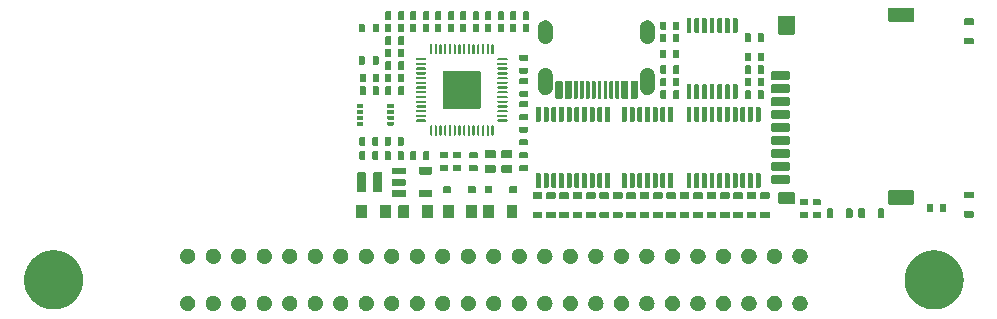
<source format=gts>
%FSLAX46Y46*%
%MOMM*%
%LPD*%
G01*
%ADD10C,0.050000*%
D10*
%LPC*%
%LPC*%
G36*
X0003778447Y0036183180D02*
G01*
X0003718561Y0036178616D01*
X0003659105Y0036172570D01*
X0003600098Y0036165058D01*
X0003541558Y0036156100D01*
X0003483503Y0036145715D01*
X0003425949Y0036133920D01*
X0003368918Y0036120736D01*
X0003312426Y0036106180D01*
X0003256494Y0036090272D01*
X0003201134Y0036073029D01*
X0003146373Y0036054471D01*
X0003092221Y0036034615D01*
X0003038703Y0036013482D01*
X0002985833Y0035991089D01*
X0002933631Y0035967455D01*
X0002882116Y0035942598D01*
X0002831305Y0035916538D01*
X0002781217Y0035889292D01*
X0002731872Y0035860881D01*
X0002683286Y0035831321D01*
X0002635479Y0035800632D01*
X0002588468Y0035768832D01*
X0002542274Y0035735942D01*
X0002496913Y0035701978D01*
X0002452404Y0035666959D01*
X0002408766Y0035630904D01*
X0002366018Y0035593833D01*
X0002324178Y0035555764D01*
X0002283264Y0035516714D01*
X0002243294Y0035476703D01*
X0002204289Y0035435751D01*
X0002166265Y0035393876D01*
X0002129241Y0035351095D01*
X0002093236Y0035307428D01*
X0002058268Y0035262894D01*
X0002024355Y0035217512D01*
X0001991518Y0035171300D01*
X0001959772Y0035124276D01*
X0001929137Y0035076460D01*
X0001899632Y0035027872D01*
X0001871275Y0034978527D01*
X0001844083Y0034928445D01*
X0001818077Y0034877647D01*
X0001793274Y0034826151D01*
X0001769691Y0034773972D01*
X0001747350Y0034721134D01*
X0001726266Y0034667651D01*
X0001706459Y0034613544D01*
X0001687946Y0034558831D01*
X0001670748Y0034503533D01*
X0001654881Y0034447664D01*
X0001640365Y0034391245D01*
X0001627217Y0034334297D01*
X0001615456Y0034276832D01*
X0001605101Y0034218877D01*
X0001596169Y0034160441D01*
X0001588680Y0034101552D01*
X0001582652Y0034042221D01*
X0001578103Y0033982470D01*
X0001575052Y0033922316D01*
X0001573516Y0033861743D01*
X0001573387Y0033831316D01*
X0001573387Y0001083027D01*
X0084536060Y0001083027D01*
X0084536060Y0033831316D01*
X0084535931Y0033861825D01*
X0084534390Y0033922553D01*
X0084531329Y0033982851D01*
X0084526766Y0034042738D01*
X0084520719Y0034102193D01*
X0084513207Y0034161200D01*
X0084504249Y0034219740D01*
X0084493864Y0034277796D01*
X0084482070Y0034335349D01*
X0084468886Y0034392380D01*
X0084454330Y0034448872D01*
X0084438422Y0034504805D01*
X0084421178Y0034560164D01*
X0084402620Y0034614926D01*
X0084382765Y0034669077D01*
X0084361632Y0034722595D01*
X0084339238Y0034775467D01*
X0084315604Y0034827667D01*
X0084290748Y0034879183D01*
X0084264687Y0034929993D01*
X0084237442Y0034980081D01*
X0084209030Y0035029426D01*
X0084179470Y0035078012D01*
X0084148782Y0035125819D01*
X0084116982Y0035172830D01*
X0084084092Y0035219024D01*
X0084050127Y0035264385D01*
X0084015108Y0035308894D01*
X0083979055Y0035352531D01*
X0083941982Y0035395281D01*
X0083903913Y0035437120D01*
X0083864863Y0035478035D01*
X0083824854Y0035518003D01*
X0083783901Y0035557010D01*
X0083742026Y0035595033D01*
X0083699245Y0035632057D01*
X0083655579Y0035668062D01*
X0083611044Y0035703031D01*
X0083565662Y0035736943D01*
X0083519451Y0035769780D01*
X0083472425Y0035801527D01*
X0083424611Y0035832161D01*
X0083376022Y0035861666D01*
X0083326676Y0035890024D01*
X0083276597Y0035917215D01*
X0083225798Y0035943221D01*
X0083174301Y0035968024D01*
X0083122123Y0035991607D01*
X0083069285Y0036013948D01*
X0083015802Y0036035032D01*
X0082961695Y0036054839D01*
X0082906982Y0036073352D01*
X0082851685Y0036090550D01*
X0082795815Y0036106417D01*
X0082739397Y0036120933D01*
X0082682448Y0036134081D01*
X0082624984Y0036145842D01*
X0082567028Y0036156197D01*
X0082508593Y0036165129D01*
X0082449704Y0036172618D01*
X0082390373Y0036178646D01*
X0082330623Y0036183195D01*
X0082270469Y0036186246D01*
X0082209896Y0036187782D01*
X0082179469Y0036187911D01*
X0003929982Y0036187911D01*
X0082245399Y0036222171D01*
X0082271810Y0036221501D01*
X0082332855Y0036218405D01*
X0082393496Y0036213788D01*
X0082453712Y0036207670D01*
X0082513485Y0036200069D01*
X0082572796Y0036191003D01*
X0082631625Y0036180492D01*
X0082689954Y0036168554D01*
X0082747762Y0036155208D01*
X0082805031Y0036140472D01*
X0082861742Y0036124366D01*
X0082917876Y0036106908D01*
X0082973414Y0036088117D01*
X0083028337Y0036068011D01*
X0083082625Y0036046609D01*
X0083136259Y0036023931D01*
X0083189222Y0035999994D01*
X0083241493Y0035974818D01*
X0083293053Y0035948422D01*
X0083343885Y0035920823D01*
X0083393968Y0035892041D01*
X0083443284Y0035862094D01*
X0083491814Y0035831002D01*
X0083539540Y0035798783D01*
X0083586441Y0035765455D01*
X0083632499Y0035731037D01*
X0083677696Y0035695549D01*
X0083722012Y0035659008D01*
X0083765429Y0035621434D01*
X0083807928Y0035582844D01*
X0083849489Y0035543258D01*
X0083890094Y0035502695D01*
X0083929723Y0035461173D01*
X0083968359Y0035418710D01*
X0084005982Y0035375326D01*
X0084042573Y0035331039D01*
X0084078113Y0035285868D01*
X0084112584Y0035239830D01*
X0084145966Y0035192946D01*
X0084178240Y0035145234D01*
X0084209388Y0035096712D01*
X0084239390Y0035047398D01*
X0084268227Y0034997313D01*
X0084295882Y0034946474D01*
X0084322333Y0034894900D01*
X0084347564Y0034842610D01*
X0084371554Y0034789622D01*
X0084394285Y0034735956D01*
X0084415737Y0034681629D01*
X0084435892Y0034626662D01*
X0084454730Y0034571072D01*
X0084472233Y0034514878D01*
X0084488382Y0034458100D01*
X0084503158Y0034400755D01*
X0084516541Y0034342864D01*
X0084528512Y0034284444D01*
X0084539054Y0034225516D01*
X0084548146Y0034166096D01*
X0084555771Y0034106206D01*
X0084561908Y0034045863D01*
X0084566539Y0033985086D01*
X0084569645Y0033923895D01*
X0084571207Y0033862346D01*
X0084571338Y0033831395D01*
X0084571338Y0001047749D01*
X0001538110Y0001047749D01*
X0001538110Y0033831395D01*
X0001538240Y0033862264D01*
X0001539797Y0033923657D01*
X0001542893Y0033984703D01*
X0001547510Y0034045343D01*
X0001553628Y0034105560D01*
X0001561229Y0034165333D01*
X0001570295Y0034224644D01*
X0001580806Y0034283473D01*
X0001592744Y0034341802D01*
X0001606090Y0034399610D01*
X0001620826Y0034456880D01*
X0001636932Y0034513591D01*
X0001654390Y0034569725D01*
X0001673181Y0034625263D01*
X0001693287Y0034680186D01*
X0001714689Y0034734474D01*
X0001737367Y0034788108D01*
X0001761304Y0034841071D01*
X0001786480Y0034893342D01*
X0001812877Y0034944903D01*
X0001840475Y0034995734D01*
X0001869257Y0035045818D01*
X0001899204Y0035095134D01*
X0001930296Y0035143664D01*
X0001962516Y0035191389D01*
X0001995843Y0035238291D01*
X0002030261Y0035284349D01*
X0002065749Y0035329546D01*
X0002102290Y0035373863D01*
X0002139865Y0035417279D01*
X0002178454Y0035459778D01*
X0002218040Y0035501339D01*
X0002258603Y0035541944D01*
X0002300125Y0035581574D01*
X0002342588Y0035620209D01*
X0002385972Y0035657832D01*
X0002430259Y0035694423D01*
X0002475431Y0035729964D01*
X0002521468Y0035764434D01*
X0002568352Y0035797816D01*
X0002616064Y0035830090D01*
X0002664587Y0035861238D01*
X0002713900Y0035891240D01*
X0002763985Y0035920078D01*
X0002814824Y0035947732D01*
X0002866398Y0035974184D01*
X0002918689Y0035999414D01*
X0002971676Y0036023405D01*
X0003025343Y0036046135D01*
X0003079669Y0036067587D01*
X0003134637Y0036087742D01*
X0003190227Y0036106581D01*
X0003246420Y0036124084D01*
X0003303198Y0036140233D01*
X0003360543Y0036155008D01*
X0003418434Y0036168391D01*
X0003476854Y0036180363D01*
X0003535783Y0036190905D01*
X0003549651Y0036193027D01*
X0003899474Y0036187782D01*
X0003838745Y0036186241D01*
G37*
G36*
X0082210416Y0036223058D02*
G01*
X0082245399Y0036222171D01*
X0003929982Y0036187911D01*
X0003899474Y0036187782D01*
X0003549651Y0036193027D01*
X0003595202Y0036199997D01*
X0003655092Y0036207621D01*
X0003715436Y0036213758D01*
X0003776212Y0036218390D01*
X0003837403Y0036221496D01*
X0003898953Y0036223057D01*
X0003929903Y0036223188D01*
X0082179548Y0036223188D01*
G37*
%LPD*%
G36*
X0041853406Y0030338502D02*
G01*
X0041873084Y0030334430D01*
X0041890943Y0030326741D01*
X0041906654Y0030315889D01*
X0041919884Y0030302329D01*
X0041930303Y0030286516D01*
X0041937580Y0030268905D01*
X0041941384Y0030249950D01*
X0041941714Y0030240083D01*
X0041941714Y0027241474D01*
X0041941356Y0027231001D01*
X0041937284Y0027211323D01*
X0041929593Y0027193464D01*
X0041918741Y0027177754D01*
X0041905180Y0027164525D01*
X0041889366Y0027154107D01*
X0041871754Y0027146831D01*
X0041852800Y0027143028D01*
X0041842933Y0027142697D01*
X0038844325Y0027142697D01*
X0038833851Y0027143055D01*
X0038814172Y0027147127D01*
X0038796313Y0027154817D01*
X0038780603Y0027165669D01*
X0038767374Y0027179229D01*
X0038756957Y0027195041D01*
X0038749681Y0027212653D01*
X0038745878Y0027231607D01*
X0038745547Y0027241474D01*
X0038745547Y0030240083D01*
X0038745905Y0030250556D01*
X0038749978Y0030270234D01*
X0038757667Y0030288094D01*
X0038768519Y0030303803D01*
X0038782079Y0030317032D01*
X0038797892Y0030327450D01*
X0038815503Y0030334726D01*
X0038834458Y0030338530D01*
X0038844325Y0030338861D01*
X0041842933Y0030338861D01*
G37*
%LPD*%
G36*
X0037754132Y0032613917D02*
G01*
X0037773811Y0032609845D01*
X0037791670Y0032602155D01*
X0037807380Y0032591303D01*
X0037820610Y0032577743D01*
X0037831028Y0032561930D01*
X0037838304Y0032544319D01*
X0037842108Y0032525364D01*
X0037842438Y0032515497D01*
X0037842438Y0031841693D01*
X0037842080Y0031831219D01*
X0037838008Y0031811541D01*
X0037830319Y0031793682D01*
X0037819467Y0031777972D01*
X0037805907Y0031764743D01*
X0037790094Y0031754325D01*
X0037772482Y0031747049D01*
X0037753527Y0031743246D01*
X0037743659Y0031742915D01*
X0037733186Y0031743273D01*
X0037713508Y0031747345D01*
X0037695648Y0031755035D01*
X0037679939Y0031765887D01*
X0037666710Y0031779447D01*
X0037656292Y0031795260D01*
X0037649016Y0031812871D01*
X0037645212Y0031831826D01*
X0037644882Y0031841693D01*
X0037644882Y0032515497D01*
X0037644606Y0032525971D01*
X0037647687Y0032545649D01*
X0037654715Y0032563508D01*
X0037665236Y0032579218D01*
X0037678796Y0032592447D01*
X0037694939Y0032602865D01*
X0037713212Y0032610141D01*
X0037733159Y0032613944D01*
X0037743659Y0032614275D01*
G37*
%LPD*%
G36*
X0038152771Y0032613917D02*
G01*
X0038172449Y0032609845D01*
X0038190309Y0032602155D01*
X0038206018Y0032591303D01*
X0038219247Y0032577743D01*
X0038229665Y0032561930D01*
X0038236941Y0032544319D01*
X0038240745Y0032525364D01*
X0038241075Y0032515497D01*
X0038241075Y0031841693D01*
X0038240717Y0031831219D01*
X0038236645Y0031811541D01*
X0038228956Y0031793682D01*
X0038218104Y0031777972D01*
X0038204544Y0031764743D01*
X0038188731Y0031754325D01*
X0038171119Y0031747049D01*
X0038152165Y0031743246D01*
X0038142298Y0031742915D01*
X0038131825Y0031743273D01*
X0038112146Y0031747345D01*
X0038094287Y0031755035D01*
X0038078577Y0031765887D01*
X0038065348Y0031779447D01*
X0038054930Y0031795260D01*
X0038047654Y0031812871D01*
X0038043851Y0031831826D01*
X0038043520Y0031841693D01*
X0038043520Y0032515497D01*
X0038043851Y0032525971D01*
X0038047654Y0032545649D01*
X0038054930Y0032563508D01*
X0038065348Y0032579218D01*
X0038078577Y0032592447D01*
X0038094287Y0032602865D01*
X0038112146Y0032610141D01*
X0038131825Y0032613944D01*
X0038142298Y0032614275D01*
G37*
%LPD*%
G36*
X0038551409Y0032613917D02*
G01*
X0038571088Y0032609845D01*
X0038588947Y0032602155D01*
X0038604657Y0032591303D01*
X0038617886Y0032577743D01*
X0038628304Y0032561930D01*
X0038635580Y0032544319D01*
X0038639383Y0032525364D01*
X0038639714Y0032515497D01*
X0038639714Y0031841693D01*
X0038639356Y0031831219D01*
X0038635284Y0031811541D01*
X0038627594Y0031793682D01*
X0038616742Y0031777972D01*
X0038603182Y0031764743D01*
X0038587369Y0031754325D01*
X0038569758Y0031747049D01*
X0038550803Y0031743246D01*
X0038540936Y0031742915D01*
X0038530463Y0031743273D01*
X0038510785Y0031747345D01*
X0038492925Y0031755035D01*
X0038477216Y0031765887D01*
X0038463987Y0031779447D01*
X0038453569Y0031795260D01*
X0038446293Y0031812871D01*
X0038442489Y0031831826D01*
X0038442159Y0031841693D01*
X0038442159Y0032515497D01*
X0038442517Y0032525971D01*
X0038446589Y0032545649D01*
X0038454278Y0032563508D01*
X0038465130Y0032579218D01*
X0038478690Y0032592447D01*
X0038494503Y0032602865D01*
X0038512115Y0032610141D01*
X0038531070Y0032613944D01*
X0038540936Y0032614275D01*
G37*
%LPD*%
G36*
X0038953573Y0032613917D02*
G01*
X0038973252Y0032609845D01*
X0038991112Y0032602155D01*
X0039006822Y0032591303D01*
X0039020052Y0032577743D01*
X0039030470Y0032561930D01*
X0039037746Y0032544319D01*
X0039041550Y0032525364D01*
X0039041880Y0032515497D01*
X0039041880Y0031841693D01*
X0039041522Y0031831219D01*
X0039037450Y0031811541D01*
X0039029760Y0031793682D01*
X0039018908Y0031777972D01*
X0039005348Y0031764743D01*
X0038989534Y0031754325D01*
X0038971922Y0031747049D01*
X0038952966Y0031743246D01*
X0038943099Y0031742915D01*
X0038932627Y0031743273D01*
X0038912949Y0031747345D01*
X0038895091Y0031755035D01*
X0038879382Y0031765887D01*
X0038866153Y0031779447D01*
X0038855735Y0031795260D01*
X0038848459Y0031812871D01*
X0038844656Y0031831826D01*
X0038844325Y0031841693D01*
X0038844325Y0032515497D01*
X0038844049Y0032525971D01*
X0038847129Y0032545649D01*
X0038854157Y0032563508D01*
X0038864678Y0032579218D01*
X0038878238Y0032592447D01*
X0038894381Y0032602865D01*
X0038912653Y0032610141D01*
X0038932599Y0032613944D01*
X0038943099Y0032614275D01*
G37*
%LPD*%
G36*
X0039352214Y0032613917D02*
G01*
X0039371893Y0032609845D01*
X0039389752Y0032602155D01*
X0039405462Y0032591303D01*
X0039418691Y0032577743D01*
X0039429109Y0032561930D01*
X0039436385Y0032544319D01*
X0039440188Y0032525364D01*
X0039440519Y0032515497D01*
X0039440519Y0031841693D01*
X0039440160Y0031831219D01*
X0039436088Y0031811541D01*
X0039428399Y0031793682D01*
X0039417547Y0031777972D01*
X0039403987Y0031764743D01*
X0039388174Y0031754325D01*
X0039370563Y0031747049D01*
X0039351608Y0031743246D01*
X0039341741Y0031742915D01*
X0039331268Y0031743273D01*
X0039311590Y0031747345D01*
X0039293730Y0031755035D01*
X0039278021Y0031765887D01*
X0039264792Y0031779447D01*
X0039254374Y0031795260D01*
X0039247098Y0031812871D01*
X0039243294Y0031831826D01*
X0039242963Y0031841693D01*
X0039242963Y0032515497D01*
X0039243322Y0032525971D01*
X0039247394Y0032545649D01*
X0039255083Y0032563508D01*
X0039265935Y0032579218D01*
X0039279495Y0032592447D01*
X0039295308Y0032602865D01*
X0039312919Y0032610141D01*
X0039331874Y0032613944D01*
X0039341741Y0032614275D01*
G37*
%LPD*%
G36*
X0039750853Y0032613917D02*
G01*
X0039770531Y0032609845D01*
X0039788390Y0032602155D01*
X0039804100Y0032591303D01*
X0039817329Y0032577743D01*
X0039827747Y0032561930D01*
X0039835023Y0032544319D01*
X0039838827Y0032525364D01*
X0039839157Y0032515497D01*
X0039839157Y0031841693D01*
X0039838799Y0031831219D01*
X0039834727Y0031811541D01*
X0039827037Y0031793682D01*
X0039816185Y0031777972D01*
X0039802626Y0031764743D01*
X0039786813Y0031754325D01*
X0039769201Y0031747049D01*
X0039750246Y0031743246D01*
X0039740380Y0031742915D01*
X0039729907Y0031743273D01*
X0039710228Y0031747345D01*
X0039692369Y0031755035D01*
X0039676659Y0031765887D01*
X0039663430Y0031779447D01*
X0039653012Y0031795260D01*
X0039645736Y0031812871D01*
X0039641933Y0031831826D01*
X0039641602Y0031841693D01*
X0039641602Y0032515497D01*
X0039641960Y0032525971D01*
X0039646032Y0032545649D01*
X0039653722Y0032563508D01*
X0039664574Y0032579218D01*
X0039678134Y0032592447D01*
X0039693947Y0032602865D01*
X0039711558Y0032610141D01*
X0039730513Y0032613944D01*
X0039740380Y0032614275D01*
G37*
%LPD*%
G36*
X0040153018Y0032613917D02*
G01*
X0040172696Y0032609845D01*
X0040190554Y0032602155D01*
X0040206263Y0032591303D01*
X0040219492Y0032577743D01*
X0040229910Y0032561930D01*
X0040237186Y0032544319D01*
X0040240989Y0032525364D01*
X0040241320Y0032515497D01*
X0040241320Y0031841693D01*
X0040240962Y0031831219D01*
X0040236890Y0031811541D01*
X0040229201Y0031793682D01*
X0040218350Y0031777972D01*
X0040204790Y0031764743D01*
X0040188978Y0031754325D01*
X0040171367Y0031747049D01*
X0040152413Y0031743246D01*
X0040142546Y0031742915D01*
X0040132072Y0031743273D01*
X0040112393Y0031747345D01*
X0040094534Y0031755035D01*
X0040078824Y0031765887D01*
X0040065595Y0031779447D01*
X0040055178Y0031795260D01*
X0040047902Y0031812871D01*
X0040044099Y0031831826D01*
X0040043768Y0031841693D01*
X0040043768Y0032515497D01*
X0040044099Y0032525971D01*
X0040047902Y0032545649D01*
X0040055178Y0032563508D01*
X0040065595Y0032579218D01*
X0040078824Y0032592447D01*
X0040094534Y0032602865D01*
X0040112393Y0032610141D01*
X0040132072Y0032613944D01*
X0040142546Y0032614275D01*
G37*
%LPD*%
G36*
X0040551657Y0032613917D02*
G01*
X0040571335Y0032609845D01*
X0040589194Y0032602155D01*
X0040604904Y0032591303D01*
X0040618133Y0032577743D01*
X0040628552Y0032561930D01*
X0040635828Y0032544319D01*
X0040639631Y0032525364D01*
X0040639962Y0032515497D01*
X0040639962Y0031841693D01*
X0040639604Y0031831219D01*
X0040635532Y0031811541D01*
X0040627842Y0031793682D01*
X0040616990Y0031777972D01*
X0040603430Y0031764743D01*
X0040587617Y0031754325D01*
X0040570006Y0031747049D01*
X0040551051Y0031743246D01*
X0040541184Y0031742915D01*
X0040530711Y0031743273D01*
X0040511032Y0031747345D01*
X0040493172Y0031755035D01*
X0040477462Y0031765887D01*
X0040464232Y0031779447D01*
X0040453814Y0031795260D01*
X0040446537Y0031812871D01*
X0040442734Y0031831826D01*
X0040442403Y0031841693D01*
X0040442403Y0032515497D01*
X0040442761Y0032525971D01*
X0040446834Y0032545649D01*
X0040454523Y0032563508D01*
X0040465375Y0032579218D01*
X0040478936Y0032592447D01*
X0040494749Y0032602865D01*
X0040512361Y0032610141D01*
X0040531317Y0032613944D01*
X0040541184Y0032614275D01*
G37*
%LPD*%
G36*
X0040953823Y0032613917D02*
G01*
X0040973501Y0032609845D01*
X0040991360Y0032602155D01*
X0041007070Y0032591303D01*
X0041020299Y0032577743D01*
X0041030718Y0032561930D01*
X0041037994Y0032544319D01*
X0041041798Y0032525364D01*
X0041042128Y0032515497D01*
X0041042128Y0031841693D01*
X0041041770Y0031831219D01*
X0041037698Y0031811541D01*
X0041030009Y0031793682D01*
X0041019157Y0031777972D01*
X0041005597Y0031764743D01*
X0040989784Y0031754325D01*
X0040972172Y0031747049D01*
X0040953217Y0031743246D01*
X0040943351Y0031742915D01*
X0040932878Y0031743273D01*
X0040913201Y0031747345D01*
X0040895342Y0031755035D01*
X0040879633Y0031765887D01*
X0040866404Y0031779447D01*
X0040855987Y0031795260D01*
X0040848711Y0031812871D01*
X0040844907Y0031831826D01*
X0040844577Y0031841693D01*
X0040844577Y0032515497D01*
X0040844300Y0032525971D01*
X0040847380Y0032545649D01*
X0040854407Y0032563508D01*
X0040864928Y0032579218D01*
X0040878488Y0032592447D01*
X0040894632Y0032602865D01*
X0040912904Y0032610141D01*
X0040932851Y0032613944D01*
X0040943351Y0032614275D01*
G37*
%LPD*%
G36*
X0041352462Y0032613917D02*
G01*
X0041372141Y0032609845D01*
X0041390000Y0032602155D01*
X0041405710Y0032591303D01*
X0041418939Y0032577743D01*
X0041429357Y0032561930D01*
X0041436633Y0032544319D01*
X0041440436Y0032525364D01*
X0041440767Y0032515497D01*
X0041440767Y0031841693D01*
X0041440409Y0031831219D01*
X0041436337Y0031811541D01*
X0041428647Y0031793682D01*
X0041417795Y0031777972D01*
X0041404235Y0031764743D01*
X0041388422Y0031754325D01*
X0041370811Y0031747049D01*
X0041351856Y0031743246D01*
X0041341989Y0031742915D01*
X0041331516Y0031743273D01*
X0041311838Y0031747345D01*
X0041293979Y0031755035D01*
X0041278270Y0031765887D01*
X0041265042Y0031779447D01*
X0041254624Y0031795260D01*
X0041247349Y0031812871D01*
X0041243546Y0031831826D01*
X0041243215Y0031841693D01*
X0041243215Y0032515497D01*
X0041243546Y0032525971D01*
X0041247349Y0032545649D01*
X0041254624Y0032563508D01*
X0041265042Y0032579218D01*
X0041278270Y0032592447D01*
X0041293979Y0032602865D01*
X0041311838Y0032610141D01*
X0041331516Y0032613944D01*
X0041341989Y0032614275D01*
G37*
%LPD*%
G36*
X0041751098Y0032613917D02*
G01*
X0041770777Y0032609845D01*
X0041788637Y0032602155D01*
X0041804348Y0032591303D01*
X0041817577Y0032577743D01*
X0041827995Y0032561930D01*
X0041835271Y0032544319D01*
X0041839075Y0032525364D01*
X0041839405Y0032515497D01*
X0041839405Y0031841693D01*
X0041839047Y0031831219D01*
X0041834975Y0031811541D01*
X0041827285Y0031793682D01*
X0041816433Y0031777972D01*
X0041802873Y0031764743D01*
X0041787060Y0031754325D01*
X0041769448Y0031747049D01*
X0041750492Y0031743246D01*
X0041740624Y0031742915D01*
X0041730152Y0031743273D01*
X0041710474Y0031747345D01*
X0041692616Y0031755035D01*
X0041676907Y0031765887D01*
X0041663678Y0031779447D01*
X0041653260Y0031795260D01*
X0041645984Y0031812871D01*
X0041642181Y0031831826D01*
X0041641850Y0031841693D01*
X0041641850Y0032515497D01*
X0041642208Y0032525971D01*
X0041646280Y0032545649D01*
X0041653970Y0032563508D01*
X0041664822Y0032579218D01*
X0041678381Y0032592447D01*
X0041694194Y0032602865D01*
X0041711804Y0032610141D01*
X0041730758Y0032613944D01*
X0041740624Y0032614275D01*
G37*
%LPD*%
G36*
X0042153270Y0032613917D02*
G01*
X0042172947Y0032609845D01*
X0042190806Y0032602155D01*
X0042206515Y0032591303D01*
X0042219744Y0032577743D01*
X0042230162Y0032561930D01*
X0042237438Y0032544319D01*
X0042241241Y0032525364D01*
X0042241572Y0032515497D01*
X0042241572Y0031841693D01*
X0042241213Y0031831219D01*
X0042237141Y0031811541D01*
X0042229452Y0031793682D01*
X0042218600Y0031777972D01*
X0042205041Y0031764743D01*
X0042189228Y0031754325D01*
X0042171618Y0031747049D01*
X0042152664Y0031743246D01*
X0042142798Y0031742915D01*
X0042132324Y0031743273D01*
X0042112644Y0031747345D01*
X0042094784Y0031755035D01*
X0042079074Y0031765887D01*
X0042065845Y0031779447D01*
X0042055427Y0031795260D01*
X0042048150Y0031812871D01*
X0042044347Y0031831826D01*
X0042044016Y0031841693D01*
X0042044016Y0032515497D01*
X0042043741Y0032525971D01*
X0042046821Y0032545649D01*
X0042053849Y0032563508D01*
X0042064370Y0032579218D01*
X0042077930Y0032592447D01*
X0042094075Y0032602865D01*
X0042112348Y0032610141D01*
X0042132296Y0032613944D01*
X0042142798Y0032614275D01*
G37*
%LPD*%
G36*
X0042551906Y0032613917D02*
G01*
X0042571584Y0032609845D01*
X0042589443Y0032602155D01*
X0042605153Y0032591303D01*
X0042618382Y0032577743D01*
X0042628800Y0032561930D01*
X0042636076Y0032544319D01*
X0042639880Y0032525364D01*
X0042640210Y0032515497D01*
X0042640210Y0031841693D01*
X0042639852Y0031831219D01*
X0042635780Y0031811541D01*
X0042628090Y0031793682D01*
X0042617237Y0031777972D01*
X0042603677Y0031764743D01*
X0042587864Y0031754325D01*
X0042570253Y0031747049D01*
X0042551299Y0031743246D01*
X0042541433Y0031742915D01*
X0042530959Y0031743273D01*
X0042511281Y0031747345D01*
X0042493422Y0031755035D01*
X0042477712Y0031765887D01*
X0042464483Y0031779447D01*
X0042454065Y0031795260D01*
X0042446789Y0031812871D01*
X0042442986Y0031831826D01*
X0042442655Y0031841693D01*
X0042442655Y0032515497D01*
X0042443013Y0032525971D01*
X0042447085Y0032545649D01*
X0042454775Y0032563508D01*
X0042465627Y0032579218D01*
X0042479187Y0032592447D01*
X0042495000Y0032602865D01*
X0042512611Y0032610141D01*
X0042531566Y0032613944D01*
X0042541433Y0032614275D01*
G37*
%LPD*%
G36*
X0042954072Y0032613917D02*
G01*
X0042973750Y0032609845D01*
X0042991610Y0032602155D01*
X0043007319Y0032591303D01*
X0043020548Y0032577743D01*
X0043030966Y0032561930D01*
X0043038242Y0032544319D01*
X0043042046Y0032525364D01*
X0043042377Y0032515497D01*
X0043042377Y0031841693D01*
X0043042018Y0031831219D01*
X0043037946Y0031811541D01*
X0043030256Y0031793682D01*
X0043019404Y0031777972D01*
X0043005843Y0031764743D01*
X0042990030Y0031754325D01*
X0042972419Y0031747049D01*
X0042953465Y0031743246D01*
X0042943599Y0031742915D01*
X0042933126Y0031743273D01*
X0042913447Y0031747345D01*
X0042895588Y0031755035D01*
X0042879878Y0031765887D01*
X0042866649Y0031779447D01*
X0042856231Y0031795260D01*
X0042848955Y0031812871D01*
X0042845152Y0031831826D01*
X0042844821Y0031841693D01*
X0042844821Y0032515497D01*
X0042844546Y0032525971D01*
X0042847625Y0032545649D01*
X0042854653Y0032563508D01*
X0042865175Y0032579218D01*
X0042878735Y0032592447D01*
X0042894878Y0032602865D01*
X0042913151Y0032610141D01*
X0042933098Y0032613944D01*
X0042943599Y0032614275D01*
G37*
%LPD*%
G36*
X0037249662Y0026239228D02*
G01*
X0037269340Y0026235156D01*
X0037287199Y0026227467D01*
X0037302908Y0026216615D01*
X0037316137Y0026203055D01*
X0037326555Y0026187242D01*
X0037333831Y0026169631D01*
X0037337634Y0026150676D01*
X0037337965Y0026140809D01*
X0037337607Y0026130336D01*
X0037333535Y0026110657D01*
X0037325845Y0026092798D01*
X0037314993Y0026077089D01*
X0037301434Y0026063859D01*
X0037285621Y0026053441D01*
X0037268010Y0026046165D01*
X0037249056Y0026042362D01*
X0037239189Y0026042031D01*
X0036565380Y0026042031D01*
X0036555514Y0026042362D01*
X0036536560Y0026046165D01*
X0036518949Y0026053441D01*
X0036503136Y0026063859D01*
X0036489577Y0026077089D01*
X0036478725Y0026092798D01*
X0036471035Y0026110657D01*
X0036466963Y0026130336D01*
X0036466605Y0026140809D01*
X0036466963Y0026151282D01*
X0036471035Y0026170960D01*
X0036478725Y0026188820D01*
X0036489577Y0026204529D01*
X0036503136Y0026217759D01*
X0036518949Y0026228176D01*
X0036536560Y0026235453D01*
X0036555514Y0026239256D01*
X0036565380Y0026239587D01*
X0037239189Y0026239587D01*
G37*
%LPD*%
G36*
X0037249662Y0026637867D02*
G01*
X0037269340Y0026633795D01*
X0037287199Y0026626105D01*
X0037302908Y0026615253D01*
X0037316137Y0026601693D01*
X0037326555Y0026585880D01*
X0037333831Y0026568269D01*
X0037337634Y0026549314D01*
X0037337965Y0026539447D01*
X0037337607Y0026528974D01*
X0037333535Y0026509296D01*
X0037325845Y0026491437D01*
X0037314993Y0026475727D01*
X0037301434Y0026462498D01*
X0037285621Y0026452080D01*
X0037268010Y0026444804D01*
X0037249056Y0026441001D01*
X0037239189Y0026440670D01*
X0036565380Y0026440670D01*
X0036555514Y0026441028D01*
X0036536560Y0026445100D01*
X0036518949Y0026452790D01*
X0036503136Y0026463642D01*
X0036489577Y0026477202D01*
X0036478725Y0026493015D01*
X0036471035Y0026510626D01*
X0036466963Y0026529581D01*
X0036466605Y0026539447D01*
X0036466963Y0026549921D01*
X0036471035Y0026569599D01*
X0036478725Y0026587458D01*
X0036489577Y0026603168D01*
X0036503136Y0026616397D01*
X0036518949Y0026626815D01*
X0036536560Y0026634091D01*
X0036555514Y0026637894D01*
X0036565380Y0026638225D01*
X0037239189Y0026638225D01*
G37*
%LPD*%
G36*
X0037249662Y0027040033D02*
G01*
X0037269340Y0027035961D01*
X0037287199Y0027028272D01*
X0037302908Y0027017420D01*
X0037316137Y0027003860D01*
X0037326555Y0026988047D01*
X0037333831Y0026970435D01*
X0037337634Y0026951480D01*
X0037337965Y0026941614D01*
X0037337607Y0026931141D01*
X0037333535Y0026911462D01*
X0037325845Y0026893603D01*
X0037314993Y0026877894D01*
X0037301434Y0026864665D01*
X0037285621Y0026854247D01*
X0037268010Y0026846971D01*
X0037249056Y0026843168D01*
X0037239189Y0026842837D01*
X0036565380Y0026842837D01*
X0036555514Y0026842561D01*
X0036536560Y0026845641D01*
X0036518949Y0026852669D01*
X0036503136Y0026863190D01*
X0036489577Y0026876750D01*
X0036478725Y0026892893D01*
X0036471035Y0026911166D01*
X0036466963Y0026931113D01*
X0036466605Y0026941614D01*
X0036466963Y0026952087D01*
X0036471035Y0026971765D01*
X0036478725Y0026989625D01*
X0036489577Y0027005334D01*
X0036503136Y0027018563D01*
X0036518949Y0027028981D01*
X0036536560Y0027036257D01*
X0036555514Y0027040061D01*
X0036565380Y0027040391D01*
X0037239189Y0027040391D01*
G37*
%LPD*%
G36*
X0037249662Y0027438672D02*
G01*
X0037269340Y0027434600D01*
X0037287199Y0027426910D01*
X0037302908Y0027416058D01*
X0037316137Y0027402498D01*
X0037326555Y0027386685D01*
X0037333831Y0027369074D01*
X0037337634Y0027350119D01*
X0037337965Y0027340252D01*
X0037337607Y0027329779D01*
X0037333535Y0027310101D01*
X0037325845Y0027292241D01*
X0037314993Y0027276532D01*
X0037301434Y0027263302D01*
X0037285621Y0027252884D01*
X0037268010Y0027245608D01*
X0037249056Y0027241805D01*
X0037239189Y0027241474D01*
X0036565380Y0027241474D01*
X0036555514Y0027241832D01*
X0036536560Y0027245904D01*
X0036518949Y0027253594D01*
X0036503136Y0027264446D01*
X0036489577Y0027278006D01*
X0036478725Y0027293819D01*
X0036471035Y0027311430D01*
X0036466963Y0027330385D01*
X0036466605Y0027340252D01*
X0036466963Y0027350725D01*
X0036471035Y0027370404D01*
X0036478725Y0027388263D01*
X0036489577Y0027403973D01*
X0036503136Y0027417202D01*
X0036518949Y0027427620D01*
X0036536560Y0027434896D01*
X0036555514Y0027438699D01*
X0036565380Y0027439030D01*
X0037239189Y0027439030D01*
G37*
%LPD*%
G36*
X0037249662Y0027837310D02*
G01*
X0037269340Y0027833238D01*
X0037287199Y0027825549D01*
X0037302908Y0027814697D01*
X0037316137Y0027801137D01*
X0037326555Y0027785324D01*
X0037333831Y0027767712D01*
X0037337634Y0027748758D01*
X0037337965Y0027738891D01*
X0037337607Y0027728418D01*
X0037333535Y0027708739D01*
X0037325845Y0027690880D01*
X0037314993Y0027675170D01*
X0037301434Y0027661941D01*
X0037285621Y0027651522D01*
X0037268010Y0027644246D01*
X0037249056Y0027640443D01*
X0037239189Y0027640112D01*
X0036565380Y0027640112D01*
X0036555514Y0027640470D01*
X0036536560Y0027644543D01*
X0036518949Y0027652232D01*
X0036503136Y0027663084D01*
X0036489577Y0027676644D01*
X0036478725Y0027692458D01*
X0036471035Y0027710069D01*
X0036466963Y0027729024D01*
X0036466605Y0027738891D01*
X0036466963Y0027749364D01*
X0036471035Y0027769043D01*
X0036478725Y0027786902D01*
X0036489577Y0027802612D01*
X0036503136Y0027815841D01*
X0036518949Y0027826258D01*
X0036536560Y0027833534D01*
X0036555514Y0027837338D01*
X0036565380Y0027837668D01*
X0037239189Y0027837668D01*
G37*
%LPD*%
G36*
X0037249662Y0028239476D02*
G01*
X0037269340Y0028235404D01*
X0037287199Y0028227715D01*
X0037302908Y0028216863D01*
X0037316137Y0028203303D01*
X0037326555Y0028187490D01*
X0037333831Y0028169879D01*
X0037337634Y0028150924D01*
X0037337965Y0028141057D01*
X0037337607Y0028130584D01*
X0037333535Y0028110906D01*
X0037325845Y0028093046D01*
X0037314993Y0028077336D01*
X0037301434Y0028064107D01*
X0037285621Y0028053689D01*
X0037268010Y0028046413D01*
X0037249056Y0028042609D01*
X0037239189Y0028042279D01*
X0036565380Y0028042279D01*
X0036555514Y0028042609D01*
X0036536560Y0028046413D01*
X0036518949Y0028053689D01*
X0036503136Y0028064107D01*
X0036489577Y0028077336D01*
X0036478725Y0028093046D01*
X0036471035Y0028110906D01*
X0036466963Y0028130584D01*
X0036466605Y0028141057D01*
X0036466963Y0028151530D01*
X0036471035Y0028171209D01*
X0036478725Y0028189068D01*
X0036489577Y0028204778D01*
X0036503136Y0028218007D01*
X0036518949Y0028228425D01*
X0036536560Y0028235701D01*
X0036555514Y0028239504D01*
X0036565380Y0028239835D01*
X0037239189Y0028239835D01*
G37*
%LPD*%
G36*
X0037249662Y0028638115D02*
G01*
X0037269340Y0028634043D01*
X0037287199Y0028626353D01*
X0037302908Y0028615501D01*
X0037316137Y0028601942D01*
X0037326555Y0028586129D01*
X0037333831Y0028568518D01*
X0037337634Y0028549563D01*
X0037337965Y0028539696D01*
X0037337607Y0028529223D01*
X0037333535Y0028509545D01*
X0037325845Y0028491685D01*
X0037314993Y0028475975D01*
X0037301434Y0028462746D01*
X0037285621Y0028452328D01*
X0037268010Y0028445052D01*
X0037249056Y0028441249D01*
X0037239189Y0028440918D01*
X0036565380Y0028440918D01*
X0036555514Y0028441276D01*
X0036536560Y0028445348D01*
X0036518949Y0028453038D01*
X0036503136Y0028463890D01*
X0036489577Y0028477450D01*
X0036478725Y0028493263D01*
X0036471035Y0028510874D01*
X0036466963Y0028529829D01*
X0036466605Y0028539696D01*
X0036466963Y0028550169D01*
X0036471035Y0028569848D01*
X0036478725Y0028587707D01*
X0036489577Y0028603416D01*
X0036503136Y0028616645D01*
X0036518949Y0028627063D01*
X0036536560Y0028634339D01*
X0036555514Y0028638143D01*
X0036565380Y0028638473D01*
X0037239189Y0028638473D01*
G37*
%LPD*%
G36*
X0037249662Y0029040281D02*
G01*
X0037269340Y0029036209D01*
X0037287199Y0029028520D01*
X0037302908Y0029017667D01*
X0037316137Y0029004107D01*
X0037326555Y0028988294D01*
X0037333831Y0028970683D01*
X0037337634Y0028951728D01*
X0037337965Y0028941862D01*
X0037337607Y0028931389D01*
X0037333535Y0028911710D01*
X0037325845Y0028893851D01*
X0037314993Y0028878141D01*
X0037301434Y0028864912D01*
X0037285621Y0028854494D01*
X0037268010Y0028847218D01*
X0037249056Y0028843415D01*
X0037239189Y0028843084D01*
X0036565380Y0028843084D01*
X0036555514Y0028842809D01*
X0036536560Y0028845889D01*
X0036518949Y0028852917D01*
X0036503136Y0028863438D01*
X0036489577Y0028876998D01*
X0036478725Y0028893141D01*
X0036471035Y0028911414D01*
X0036466963Y0028931361D01*
X0036466605Y0028941862D01*
X0036466963Y0028952335D01*
X0036471035Y0028972013D01*
X0036478725Y0028989873D01*
X0036489577Y0029005582D01*
X0036503136Y0029018811D01*
X0036518949Y0029029229D01*
X0036536560Y0029036505D01*
X0036555514Y0029040309D01*
X0036565380Y0029040640D01*
X0037239189Y0029040640D01*
G37*
%LPD*%
G36*
X0037249662Y0029438920D02*
G01*
X0037269340Y0029434848D01*
X0037287199Y0029427158D01*
X0037302908Y0029416306D01*
X0037316137Y0029402747D01*
X0037326555Y0029386934D01*
X0037333831Y0029369323D01*
X0037337634Y0029350368D01*
X0037337965Y0029340501D01*
X0037337607Y0029330028D01*
X0037333535Y0029310350D01*
X0037325845Y0029292490D01*
X0037314993Y0029276781D01*
X0037301434Y0029263551D01*
X0037285621Y0029253133D01*
X0037268010Y0029245857D01*
X0037249056Y0029242053D01*
X0037239189Y0029241723D01*
X0036565380Y0029241723D01*
X0036555514Y0029242053D01*
X0036536560Y0029245857D01*
X0036518949Y0029253133D01*
X0036503136Y0029263551D01*
X0036489577Y0029276781D01*
X0036478725Y0029292490D01*
X0036471035Y0029310350D01*
X0036466963Y0029330028D01*
X0036466605Y0029340501D01*
X0036466963Y0029350974D01*
X0036471035Y0029370652D01*
X0036478725Y0029388511D01*
X0036489577Y0029404221D01*
X0036503136Y0029417450D01*
X0036518949Y0029427868D01*
X0036536560Y0029435144D01*
X0036555514Y0029438947D01*
X0036565380Y0029439278D01*
X0037239189Y0029439278D01*
G37*
%LPD*%
G36*
X0037249662Y0029837558D02*
G01*
X0037269340Y0029833486D01*
X0037287199Y0029825797D01*
X0037302908Y0029814945D01*
X0037316137Y0029801385D01*
X0037326555Y0029785572D01*
X0037333831Y0029767960D01*
X0037337634Y0029749005D01*
X0037337965Y0029739138D01*
X0037337607Y0029728665D01*
X0037333535Y0029708987D01*
X0037325845Y0029691128D01*
X0037314993Y0029675419D01*
X0037301434Y0029662190D01*
X0037285621Y0029651772D01*
X0037268010Y0029644495D01*
X0037249056Y0029640692D01*
X0037239189Y0029640361D01*
X0036565380Y0029640361D01*
X0036555514Y0029640720D01*
X0036536560Y0029644792D01*
X0036518949Y0029652481D01*
X0036503136Y0029663333D01*
X0036489577Y0029676893D01*
X0036478725Y0029692706D01*
X0036471035Y0029710317D01*
X0036466963Y0029729272D01*
X0036466605Y0029739138D01*
X0036466963Y0029749611D01*
X0036471035Y0029769290D01*
X0036478725Y0029787149D01*
X0036489577Y0029802859D01*
X0036503136Y0029816088D01*
X0036518949Y0029826506D01*
X0036536560Y0029833782D01*
X0036555514Y0029837586D01*
X0036565380Y0029837917D01*
X0037239189Y0029837917D01*
G37*
%LPD*%
G36*
X0037249662Y0030239725D02*
G01*
X0037269340Y0030235653D01*
X0037287199Y0030227963D01*
X0037302908Y0030217111D01*
X0037316137Y0030203551D01*
X0037326555Y0030187738D01*
X0037333831Y0030170127D01*
X0037337634Y0030151172D01*
X0037337965Y0030141305D01*
X0037337607Y0030130832D01*
X0037333535Y0030111154D01*
X0037325845Y0030093294D01*
X0037314993Y0030077585D01*
X0037301434Y0030064356D01*
X0037285621Y0030053938D01*
X0037268010Y0030046662D01*
X0037249056Y0030042858D01*
X0037239189Y0030042528D01*
X0036565380Y0030042528D01*
X0036555514Y0030042252D01*
X0036536560Y0030045332D01*
X0036518949Y0030052360D01*
X0036503136Y0030062881D01*
X0036489577Y0030076441D01*
X0036478725Y0030092585D01*
X0036471035Y0030110857D01*
X0036466963Y0030130805D01*
X0036466605Y0030141305D01*
X0036466963Y0030151778D01*
X0036471035Y0030171457D01*
X0036478725Y0030189316D01*
X0036489577Y0030205026D01*
X0036503136Y0030218255D01*
X0036518949Y0030228673D01*
X0036536560Y0030235949D01*
X0036555514Y0030239752D01*
X0036565380Y0030240083D01*
X0037239189Y0030240083D01*
G37*
%LPD*%
G36*
X0037249662Y0030638363D02*
G01*
X0037269340Y0030634291D01*
X0037287199Y0030626602D01*
X0037302908Y0030615750D01*
X0037316137Y0030602190D01*
X0037326555Y0030586377D01*
X0037333831Y0030568765D01*
X0037337634Y0030549810D01*
X0037337965Y0030539944D01*
X0037337607Y0030529471D01*
X0037333535Y0030509792D01*
X0037325845Y0030491933D01*
X0037314993Y0030476223D01*
X0037301434Y0030462994D01*
X0037285621Y0030452576D01*
X0037268010Y0030445300D01*
X0037249056Y0030441497D01*
X0037239189Y0030441166D01*
X0036565380Y0030441166D01*
X0036555514Y0030441524D01*
X0036536560Y0030445596D01*
X0036518949Y0030453286D01*
X0036503136Y0030464138D01*
X0036489577Y0030477698D01*
X0036478725Y0030493511D01*
X0036471035Y0030511122D01*
X0036466963Y0030530077D01*
X0036466605Y0030539944D01*
X0036466963Y0030550417D01*
X0036471035Y0030570095D01*
X0036478725Y0030587955D01*
X0036489577Y0030603664D01*
X0036503136Y0030616893D01*
X0036518949Y0030627311D01*
X0036536560Y0030634587D01*
X0036555514Y0030638391D01*
X0036565380Y0030638721D01*
X0037239189Y0030638721D01*
G37*
%LPD*%
G36*
X0037249662Y0031040529D02*
G01*
X0037269340Y0031036457D01*
X0037287199Y0031028768D01*
X0037302908Y0031017916D01*
X0037316137Y0031004356D01*
X0037326555Y0030988543D01*
X0037333831Y0030970932D01*
X0037337634Y0030951977D01*
X0037337965Y0030942110D01*
X0037337607Y0030931637D01*
X0037333535Y0030911959D01*
X0037325845Y0030894099D01*
X0037314993Y0030878390D01*
X0037301434Y0030865160D01*
X0037285621Y0030854743D01*
X0037268010Y0030847466D01*
X0037249056Y0030843663D01*
X0037239189Y0030843332D01*
X0036565380Y0030843332D01*
X0036555514Y0030843057D01*
X0036536560Y0030846137D01*
X0036518949Y0030853165D01*
X0036503136Y0030863686D01*
X0036489577Y0030877246D01*
X0036478725Y0030893390D01*
X0036471035Y0030911662D01*
X0036466963Y0030931609D01*
X0036466605Y0030942110D01*
X0036466963Y0030952583D01*
X0036471035Y0030972261D01*
X0036478725Y0030990121D01*
X0036489577Y0031005830D01*
X0036503136Y0031019060D01*
X0036518949Y0031029478D01*
X0036536560Y0031036754D01*
X0036555514Y0031040557D01*
X0036565380Y0031040888D01*
X0037239189Y0031040888D01*
G37*
%LPD*%
G36*
X0037249662Y0031439168D02*
G01*
X0037269340Y0031435096D01*
X0037287199Y0031427406D01*
X0037302908Y0031416554D01*
X0037316137Y0031402994D01*
X0037326555Y0031387182D01*
X0037333831Y0031369570D01*
X0037337634Y0031350615D01*
X0037337965Y0031340749D01*
X0037337607Y0031330275D01*
X0037333535Y0031310597D01*
X0037325845Y0031292738D01*
X0037314993Y0031277028D01*
X0037301434Y0031263799D01*
X0037285621Y0031253381D01*
X0037268010Y0031246105D01*
X0037249056Y0031242302D01*
X0037239189Y0031241971D01*
X0036565380Y0031241971D01*
X0036555514Y0031242302D01*
X0036536560Y0031246105D01*
X0036518949Y0031253381D01*
X0036503136Y0031263799D01*
X0036489577Y0031277028D01*
X0036478725Y0031292738D01*
X0036471035Y0031310597D01*
X0036466963Y0031330275D01*
X0036466605Y0031340749D01*
X0036466963Y0031351222D01*
X0036471035Y0031370900D01*
X0036478725Y0031388759D01*
X0036489577Y0031404469D01*
X0036503136Y0031417698D01*
X0036518949Y0031428116D01*
X0036536560Y0031435392D01*
X0036555514Y0031439196D01*
X0036565380Y0031439526D01*
X0037239189Y0031439526D01*
G37*
%LPD*%
G36*
X0042953465Y0025738284D02*
G01*
X0042972419Y0025734212D01*
X0042990030Y0025726523D01*
X0043005843Y0025715671D01*
X0043019404Y0025702111D01*
X0043030256Y0025686298D01*
X0043037946Y0025668687D01*
X0043042018Y0025649732D01*
X0043042377Y0025639865D01*
X0043042377Y0024966060D01*
X0043042018Y0024955587D01*
X0043037946Y0024935909D01*
X0043030256Y0024918049D01*
X0043019404Y0024902340D01*
X0043005843Y0024889110D01*
X0042990030Y0024878692D01*
X0042972419Y0024871416D01*
X0042953465Y0024867613D01*
X0042943599Y0024867282D01*
X0042933126Y0024867641D01*
X0042913447Y0024871713D01*
X0042895588Y0024879402D01*
X0042879878Y0024890254D01*
X0042866649Y0024903814D01*
X0042856231Y0024919627D01*
X0042848955Y0024937238D01*
X0042845152Y0024956193D01*
X0042844821Y0024966060D01*
X0042844821Y0025639865D01*
X0042845179Y0025650338D01*
X0042849252Y0025670016D01*
X0042856941Y0025687876D01*
X0042867793Y0025703585D01*
X0042881353Y0025716815D01*
X0042897166Y0025727233D01*
X0042914777Y0025734509D01*
X0042933732Y0025738312D01*
X0042943599Y0025738643D01*
G37*
%LPD*%
G36*
X0042551906Y0025738284D02*
G01*
X0042571584Y0025734212D01*
X0042589443Y0025726523D01*
X0042605153Y0025715671D01*
X0042618382Y0025702111D01*
X0042628800Y0025686298D01*
X0042636076Y0025668687D01*
X0042639880Y0025649732D01*
X0042640210Y0025639865D01*
X0042640210Y0024966060D01*
X0042640486Y0024955587D01*
X0042637406Y0024935909D01*
X0042630378Y0024918049D01*
X0042619857Y0024902340D01*
X0042606297Y0024889110D01*
X0042590153Y0024878692D01*
X0042571880Y0024871416D01*
X0042551933Y0024867613D01*
X0042541433Y0024867282D01*
X0042530959Y0024867641D01*
X0042511281Y0024871713D01*
X0042493422Y0024879402D01*
X0042477712Y0024890254D01*
X0042464483Y0024903814D01*
X0042454065Y0024919627D01*
X0042446789Y0024937238D01*
X0042442986Y0024956193D01*
X0042442655Y0024966060D01*
X0042442655Y0025639865D01*
X0042443013Y0025650338D01*
X0042447085Y0025670016D01*
X0042454775Y0025687876D01*
X0042465627Y0025703585D01*
X0042479187Y0025716815D01*
X0042495000Y0025727233D01*
X0042512611Y0025734509D01*
X0042531566Y0025738312D01*
X0042541433Y0025738643D01*
G37*
%LPD*%
G36*
X0042153270Y0025738284D02*
G01*
X0042172947Y0025734212D01*
X0042190806Y0025726523D01*
X0042206515Y0025715671D01*
X0042219744Y0025702111D01*
X0042230162Y0025686298D01*
X0042237438Y0025668687D01*
X0042241241Y0025649732D01*
X0042241572Y0025639865D01*
X0042241572Y0024966060D01*
X0042241213Y0024955587D01*
X0042237141Y0024935909D01*
X0042229452Y0024918049D01*
X0042218600Y0024902340D01*
X0042205041Y0024889110D01*
X0042189228Y0024878692D01*
X0042171618Y0024871416D01*
X0042152664Y0024867613D01*
X0042142798Y0024867282D01*
X0042132324Y0024867641D01*
X0042112644Y0024871713D01*
X0042094784Y0024879402D01*
X0042079074Y0024890254D01*
X0042065845Y0024903814D01*
X0042055427Y0024919627D01*
X0042048150Y0024937238D01*
X0042044347Y0024956193D01*
X0042044016Y0024966060D01*
X0042044016Y0025639865D01*
X0042044375Y0025650338D01*
X0042048447Y0025670016D01*
X0042056136Y0025687876D01*
X0042066989Y0025703585D01*
X0042080549Y0025716815D01*
X0042096362Y0025727233D01*
X0042113974Y0025734509D01*
X0042132930Y0025738312D01*
X0042142798Y0025738643D01*
G37*
%LPD*%
G36*
X0041751098Y0025738284D02*
G01*
X0041770777Y0025734212D01*
X0041788637Y0025726523D01*
X0041804348Y0025715671D01*
X0041817577Y0025702111D01*
X0041827995Y0025686298D01*
X0041835271Y0025668687D01*
X0041839075Y0025649732D01*
X0041839405Y0025639865D01*
X0041839405Y0024966060D01*
X0041839681Y0024955587D01*
X0041836601Y0024935909D01*
X0041829573Y0024918049D01*
X0041819052Y0024902340D01*
X0041805491Y0024889110D01*
X0041789347Y0024878692D01*
X0041771074Y0024871416D01*
X0041751125Y0024867613D01*
X0041740624Y0024867282D01*
X0041730152Y0024867641D01*
X0041710474Y0024871713D01*
X0041692616Y0024879402D01*
X0041676907Y0024890254D01*
X0041663678Y0024903814D01*
X0041653260Y0024919627D01*
X0041645984Y0024937238D01*
X0041642181Y0024956193D01*
X0041641850Y0024966060D01*
X0041641850Y0025639865D01*
X0041642208Y0025650338D01*
X0041646280Y0025670016D01*
X0041653970Y0025687876D01*
X0041664822Y0025703585D01*
X0041678381Y0025716815D01*
X0041694194Y0025727233D01*
X0041711804Y0025734509D01*
X0041730758Y0025738312D01*
X0041740624Y0025738643D01*
G37*
%LPD*%
G36*
X0041352462Y0025738284D02*
G01*
X0041372141Y0025734212D01*
X0041390000Y0025726523D01*
X0041405710Y0025715671D01*
X0041418939Y0025702111D01*
X0041429357Y0025686298D01*
X0041436633Y0025668687D01*
X0041440436Y0025649732D01*
X0041440767Y0025639865D01*
X0041440767Y0024966060D01*
X0041440436Y0024955587D01*
X0041436633Y0024935909D01*
X0041429357Y0024918049D01*
X0041418939Y0024902340D01*
X0041405710Y0024889110D01*
X0041390000Y0024878692D01*
X0041372141Y0024871416D01*
X0041352462Y0024867613D01*
X0041341989Y0024867282D01*
X0041331516Y0024867641D01*
X0041311838Y0024871713D01*
X0041293979Y0024879402D01*
X0041278270Y0024890254D01*
X0041265042Y0024903814D01*
X0041254624Y0024919627D01*
X0041247349Y0024937238D01*
X0041243546Y0024956193D01*
X0041243215Y0024966060D01*
X0041243215Y0025639865D01*
X0041243573Y0025650338D01*
X0041247645Y0025670016D01*
X0041255335Y0025687876D01*
X0041266187Y0025703585D01*
X0041279746Y0025716815D01*
X0041295559Y0025727233D01*
X0041313169Y0025734509D01*
X0041332123Y0025738312D01*
X0041341989Y0025738643D01*
G37*
%LPD*%
G36*
X0040953217Y0025738284D02*
G01*
X0040972172Y0025734212D01*
X0040989784Y0025726523D01*
X0041005597Y0025715671D01*
X0041019157Y0025702111D01*
X0041030009Y0025686298D01*
X0041037698Y0025668687D01*
X0041041770Y0025649732D01*
X0041042128Y0025639865D01*
X0041042128Y0024966060D01*
X0041041770Y0024955587D01*
X0041037698Y0024935909D01*
X0041030009Y0024918049D01*
X0041019157Y0024902340D01*
X0041005597Y0024889110D01*
X0040989784Y0024878692D01*
X0040972172Y0024871416D01*
X0040953217Y0024867613D01*
X0040943351Y0024867282D01*
X0040932878Y0024867641D01*
X0040913201Y0024871713D01*
X0040895342Y0024879402D01*
X0040879633Y0024890254D01*
X0040866404Y0024903814D01*
X0040855987Y0024919627D01*
X0040848711Y0024937238D01*
X0040844907Y0024956193D01*
X0040844577Y0024966060D01*
X0040844577Y0025639865D01*
X0040844935Y0025650338D01*
X0040849007Y0025670016D01*
X0040856696Y0025687876D01*
X0040867547Y0025703585D01*
X0040881106Y0025716815D01*
X0040896919Y0025727233D01*
X0040914529Y0025734509D01*
X0040933484Y0025738312D01*
X0040943351Y0025738643D01*
G37*
%LPD*%
G36*
X0040551051Y0025738284D02*
G01*
X0040570006Y0025734212D01*
X0040587617Y0025726523D01*
X0040603430Y0025715671D01*
X0040616990Y0025702111D01*
X0040627842Y0025686298D01*
X0040635532Y0025668687D01*
X0040639604Y0025649732D01*
X0040639962Y0025639865D01*
X0040639962Y0024966060D01*
X0040640237Y0024955587D01*
X0040637156Y0024935909D01*
X0040630128Y0024918049D01*
X0040619606Y0024902340D01*
X0040606047Y0024889110D01*
X0040589903Y0024878692D01*
X0040571631Y0024871416D01*
X0040551685Y0024867613D01*
X0040541184Y0024867282D01*
X0040530711Y0024867641D01*
X0040511032Y0024871713D01*
X0040493172Y0024879402D01*
X0040477462Y0024890254D01*
X0040464232Y0024903814D01*
X0040453814Y0024919627D01*
X0040446537Y0024937238D01*
X0040442734Y0024956193D01*
X0040442403Y0024966060D01*
X0040442403Y0025639865D01*
X0040442761Y0025650338D01*
X0040446834Y0025670016D01*
X0040454523Y0025687876D01*
X0040465375Y0025703585D01*
X0040478936Y0025716815D01*
X0040494749Y0025727233D01*
X0040512361Y0025734509D01*
X0040531317Y0025738312D01*
X0040541184Y0025738643D01*
G37*
%LPD*%
G36*
X0040152413Y0025738284D02*
G01*
X0040171367Y0025734212D01*
X0040188978Y0025726523D01*
X0040204790Y0025715671D01*
X0040218350Y0025702111D01*
X0040229201Y0025686298D01*
X0040236890Y0025668687D01*
X0040240962Y0025649732D01*
X0040241320Y0025639865D01*
X0040241320Y0024966060D01*
X0040240962Y0024955587D01*
X0040236890Y0024935909D01*
X0040229201Y0024918049D01*
X0040218350Y0024902340D01*
X0040204790Y0024889110D01*
X0040188978Y0024878692D01*
X0040171367Y0024871416D01*
X0040152413Y0024867613D01*
X0040142546Y0024867282D01*
X0040132072Y0024867641D01*
X0040112393Y0024871713D01*
X0040094534Y0024879402D01*
X0040078824Y0024890254D01*
X0040065595Y0024903814D01*
X0040055178Y0024919627D01*
X0040047902Y0024937238D01*
X0040044099Y0024956193D01*
X0040043768Y0024966060D01*
X0040043768Y0025639865D01*
X0040044126Y0025650338D01*
X0040048199Y0025670016D01*
X0040055888Y0025687876D01*
X0040066740Y0025703585D01*
X0040080300Y0025716815D01*
X0040096113Y0025727233D01*
X0040113724Y0025734509D01*
X0040132679Y0025738312D01*
X0040142546Y0025738643D01*
G37*
%LPD*%
G36*
X0039750246Y0025738284D02*
G01*
X0039769201Y0025734212D01*
X0039786813Y0025726523D01*
X0039802626Y0025715671D01*
X0039816185Y0025702111D01*
X0039827037Y0025686298D01*
X0039834727Y0025668687D01*
X0039838799Y0025649732D01*
X0039839157Y0025639865D01*
X0039839157Y0024966060D01*
X0039839433Y0024955587D01*
X0039836353Y0024935909D01*
X0039829325Y0024918049D01*
X0039818804Y0024902340D01*
X0039805244Y0024889110D01*
X0039789100Y0024878692D01*
X0039770827Y0024871416D01*
X0039750880Y0024867613D01*
X0039740380Y0024867282D01*
X0039729907Y0024867641D01*
X0039710228Y0024871713D01*
X0039692369Y0024879402D01*
X0039676659Y0024890254D01*
X0039663430Y0024903814D01*
X0039653012Y0024919627D01*
X0039645736Y0024937238D01*
X0039641933Y0024956193D01*
X0039641602Y0024966060D01*
X0039641602Y0025639865D01*
X0039641960Y0025650338D01*
X0039646032Y0025670016D01*
X0039653722Y0025687876D01*
X0039664574Y0025703585D01*
X0039678134Y0025716815D01*
X0039693947Y0025727233D01*
X0039711558Y0025734509D01*
X0039730513Y0025738312D01*
X0039740380Y0025738643D01*
G37*
%LPD*%
G36*
X0039351608Y0025738284D02*
G01*
X0039370563Y0025734212D01*
X0039388174Y0025726523D01*
X0039403987Y0025715671D01*
X0039417547Y0025702111D01*
X0039428399Y0025686298D01*
X0039436088Y0025668687D01*
X0039440160Y0025649732D01*
X0039440519Y0025639865D01*
X0039440519Y0024966060D01*
X0039440188Y0024955587D01*
X0039436385Y0024935909D01*
X0039429109Y0024918049D01*
X0039418691Y0024902340D01*
X0039405462Y0024889110D01*
X0039389752Y0024878692D01*
X0039371893Y0024871416D01*
X0039352214Y0024867613D01*
X0039341741Y0024867282D01*
X0039331268Y0024867641D01*
X0039311590Y0024871713D01*
X0039293730Y0024879402D01*
X0039278021Y0024890254D01*
X0039264792Y0024903814D01*
X0039254374Y0024919627D01*
X0039247098Y0024937238D01*
X0039243294Y0024956193D01*
X0039242963Y0024966060D01*
X0039242963Y0025639865D01*
X0039243322Y0025650338D01*
X0039247394Y0025670016D01*
X0039255083Y0025687876D01*
X0039265935Y0025703585D01*
X0039279495Y0025716815D01*
X0039295308Y0025727233D01*
X0039312919Y0025734509D01*
X0039331874Y0025738312D01*
X0039341741Y0025738643D01*
G37*
%LPD*%
G36*
X0038952966Y0025738284D02*
G01*
X0038971922Y0025734212D01*
X0038989534Y0025726523D01*
X0039005348Y0025715671D01*
X0039018908Y0025702111D01*
X0039029760Y0025686298D01*
X0039037450Y0025668687D01*
X0039041522Y0025649732D01*
X0039041880Y0025639865D01*
X0039041880Y0024966060D01*
X0039041522Y0024955587D01*
X0039037450Y0024935909D01*
X0039029760Y0024918049D01*
X0039018908Y0024902340D01*
X0039005348Y0024889110D01*
X0038989534Y0024878692D01*
X0038971922Y0024871416D01*
X0038952966Y0024867613D01*
X0038943099Y0024867282D01*
X0038932627Y0024867641D01*
X0038912949Y0024871713D01*
X0038895091Y0024879402D01*
X0038879382Y0024890254D01*
X0038866153Y0024903814D01*
X0038855735Y0024919627D01*
X0038848459Y0024937238D01*
X0038844656Y0024956193D01*
X0038844325Y0024966060D01*
X0038844325Y0025639865D01*
X0038844683Y0025650338D01*
X0038848755Y0025670016D01*
X0038856445Y0025687876D01*
X0038867296Y0025703585D01*
X0038880856Y0025716815D01*
X0038896668Y0025727233D01*
X0038914279Y0025734509D01*
X0038933233Y0025738312D01*
X0038943099Y0025738643D01*
G37*
%LPD*%
G36*
X0038550803Y0025738284D02*
G01*
X0038569758Y0025734212D01*
X0038587369Y0025726523D01*
X0038603182Y0025715671D01*
X0038616742Y0025702111D01*
X0038627594Y0025686298D01*
X0038635284Y0025668687D01*
X0038639356Y0025649732D01*
X0038639714Y0025639865D01*
X0038639714Y0024966060D01*
X0038639990Y0024955587D01*
X0038636910Y0024935909D01*
X0038629882Y0024918049D01*
X0038619360Y0024902340D01*
X0038605800Y0024889110D01*
X0038589657Y0024878692D01*
X0038571384Y0024871416D01*
X0038551437Y0024867613D01*
X0038540936Y0024867282D01*
X0038530463Y0024867641D01*
X0038510785Y0024871713D01*
X0038492925Y0024879402D01*
X0038477216Y0024890254D01*
X0038463987Y0024903814D01*
X0038453569Y0024919627D01*
X0038446293Y0024937238D01*
X0038442489Y0024956193D01*
X0038442159Y0024966060D01*
X0038442159Y0025639865D01*
X0038442517Y0025650338D01*
X0038446589Y0025670016D01*
X0038454278Y0025687876D01*
X0038465130Y0025703585D01*
X0038478690Y0025716815D01*
X0038494503Y0025727233D01*
X0038512115Y0025734509D01*
X0038531070Y0025738312D01*
X0038540936Y0025738643D01*
G37*
%LPD*%
G36*
X0038152165Y0025738284D02*
G01*
X0038171119Y0025734212D01*
X0038188731Y0025726523D01*
X0038204544Y0025715671D01*
X0038218104Y0025702111D01*
X0038228956Y0025686298D01*
X0038236645Y0025668687D01*
X0038240717Y0025649732D01*
X0038241075Y0025639865D01*
X0038241075Y0024966060D01*
X0038240745Y0024955587D01*
X0038236941Y0024935909D01*
X0038229665Y0024918049D01*
X0038219247Y0024902340D01*
X0038206018Y0024889110D01*
X0038190309Y0024878692D01*
X0038172449Y0024871416D01*
X0038152771Y0024867613D01*
X0038142298Y0024867282D01*
X0038131825Y0024867641D01*
X0038112146Y0024871713D01*
X0038094287Y0024879402D01*
X0038078577Y0024890254D01*
X0038065348Y0024903814D01*
X0038054930Y0024919627D01*
X0038047654Y0024937238D01*
X0038043851Y0024956193D01*
X0038043520Y0024966060D01*
X0038043520Y0025639865D01*
X0038043878Y0025650338D01*
X0038047950Y0025670016D01*
X0038055639Y0025687876D01*
X0038066491Y0025703585D01*
X0038080050Y0025716815D01*
X0038095863Y0025727233D01*
X0038113475Y0025734509D01*
X0038132430Y0025738312D01*
X0038142298Y0025738643D01*
G37*
%LPD*%
G36*
X0037753527Y0025738284D02*
G01*
X0037772482Y0025734212D01*
X0037790094Y0025726523D01*
X0037805907Y0025715671D01*
X0037819467Y0025702111D01*
X0037830319Y0025686298D01*
X0037838008Y0025668687D01*
X0037842080Y0025649732D01*
X0037842438Y0025639865D01*
X0037842438Y0024966060D01*
X0037842080Y0024955587D01*
X0037838008Y0024935909D01*
X0037830319Y0024918049D01*
X0037819467Y0024902340D01*
X0037805907Y0024889110D01*
X0037790094Y0024878692D01*
X0037772482Y0024871416D01*
X0037753527Y0024867613D01*
X0037743659Y0024867282D01*
X0037733186Y0024867641D01*
X0037713508Y0024871713D01*
X0037695648Y0024879402D01*
X0037679939Y0024890254D01*
X0037666710Y0024903814D01*
X0037656292Y0024919627D01*
X0037649016Y0024937238D01*
X0037645212Y0024956193D01*
X0037644882Y0024966060D01*
X0037644882Y0025639865D01*
X0037645240Y0025650338D01*
X0037649312Y0025670016D01*
X0037657001Y0025687876D01*
X0037667852Y0025703585D01*
X0037681412Y0025716815D01*
X0037697225Y0025727233D01*
X0037714836Y0025734509D01*
X0037733792Y0025738312D01*
X0037743659Y0025738643D01*
G37*
%LPD*%
G36*
X0044128212Y0031439196D02*
G01*
X0044147168Y0031435392D01*
X0044164780Y0031428116D01*
X0044180593Y0031417698D01*
X0044194153Y0031404469D01*
X0044205005Y0031388759D01*
X0044212695Y0031370900D01*
X0044216767Y0031351222D01*
X0044217125Y0031340749D01*
X0044216767Y0031330275D01*
X0044212695Y0031310597D01*
X0044205005Y0031292738D01*
X0044194153Y0031277028D01*
X0044180593Y0031263799D01*
X0044164780Y0031253381D01*
X0044147168Y0031246105D01*
X0044128212Y0031242302D01*
X0044118344Y0031241971D01*
X0043444543Y0031241971D01*
X0043434070Y0031242329D01*
X0043414391Y0031246401D01*
X0043396532Y0031254091D01*
X0043380822Y0031264943D01*
X0043367593Y0031278503D01*
X0043357175Y0031294316D01*
X0043349899Y0031311927D01*
X0043346096Y0031330882D01*
X0043345765Y0031340749D01*
X0043346123Y0031351222D01*
X0043350196Y0031370900D01*
X0043357885Y0031388759D01*
X0043368737Y0031404469D01*
X0043382297Y0031417698D01*
X0043398110Y0031428116D01*
X0043415721Y0031435392D01*
X0043434676Y0031439196D01*
X0043444543Y0031439526D01*
X0044118344Y0031439526D01*
G37*
%LPD*%
G36*
X0044128212Y0031040529D02*
G01*
X0044147168Y0031036457D01*
X0044164780Y0031028768D01*
X0044180593Y0031017916D01*
X0044194153Y0031004356D01*
X0044205005Y0030988543D01*
X0044212695Y0030970932D01*
X0044216767Y0030951977D01*
X0044217125Y0030942110D01*
X0044216767Y0030931637D01*
X0044212695Y0030911959D01*
X0044205005Y0030894099D01*
X0044194153Y0030878390D01*
X0044180593Y0030865160D01*
X0044164780Y0030854743D01*
X0044147168Y0030847466D01*
X0044128212Y0030843663D01*
X0044118344Y0030843332D01*
X0043444543Y0030843332D01*
X0043434070Y0030843691D01*
X0043414391Y0030847763D01*
X0043396532Y0030855452D01*
X0043380822Y0030866304D01*
X0043367593Y0030879864D01*
X0043357175Y0030895677D01*
X0043349899Y0030913288D01*
X0043346096Y0030932243D01*
X0043345765Y0030942110D01*
X0043346123Y0030952583D01*
X0043350196Y0030972261D01*
X0043357885Y0030990121D01*
X0043368737Y0031005830D01*
X0043382297Y0031019060D01*
X0043398110Y0031029478D01*
X0043415721Y0031036754D01*
X0043434676Y0031040557D01*
X0043444543Y0031040888D01*
X0044118344Y0031040888D01*
G37*
%LPD*%
G36*
X0044147168Y0030635917D02*
G01*
X0044164780Y0030628889D01*
X0044180593Y0030618368D01*
X0044194153Y0030604808D01*
X0044205005Y0030588664D01*
X0044212695Y0030570391D01*
X0044216767Y0030550444D01*
X0044217125Y0030539944D01*
X0044216767Y0030529471D01*
X0044212695Y0030509792D01*
X0044205005Y0030491933D01*
X0044194153Y0030476223D01*
X0044180593Y0030462994D01*
X0044164780Y0030452576D01*
X0044147168Y0030445300D01*
X0044128212Y0030441497D01*
X0044118344Y0030441166D01*
X0043444543Y0030441166D01*
X0043434070Y0030441524D01*
X0043414391Y0030445596D01*
X0043396532Y0030453286D01*
X0043380822Y0030464138D01*
X0043367593Y0030477698D01*
X0043357175Y0030493511D01*
X0043349899Y0030511122D01*
X0043346096Y0030530077D01*
X0043345765Y0030539944D01*
X0043346123Y0030550417D01*
X0043350196Y0030570095D01*
X0043357885Y0030587955D01*
X0043368737Y0030603664D01*
X0043382297Y0030616893D01*
X0043398110Y0030627311D01*
X0043415721Y0030634587D01*
X0043434676Y0030638391D01*
X0043444543Y0030638721D01*
X0044118344Y0030638721D01*
X0044128212Y0030638997D01*
G37*
%LPD*%
G36*
X0044128212Y0030239725D02*
G01*
X0044147168Y0030235653D01*
X0044164780Y0030227963D01*
X0044180593Y0030217111D01*
X0044194153Y0030203551D01*
X0044205005Y0030187738D01*
X0044212695Y0030170127D01*
X0044216767Y0030151172D01*
X0044217125Y0030141305D01*
X0044216767Y0030130832D01*
X0044212695Y0030111154D01*
X0044205005Y0030093294D01*
X0044194153Y0030077585D01*
X0044180593Y0030064356D01*
X0044164780Y0030053938D01*
X0044147168Y0030046662D01*
X0044128212Y0030042858D01*
X0044118344Y0030042528D01*
X0043444543Y0030042528D01*
X0043434070Y0030042886D01*
X0043414391Y0030046958D01*
X0043396532Y0030054647D01*
X0043380822Y0030065499D01*
X0043367593Y0030079059D01*
X0043357175Y0030094872D01*
X0043349899Y0030112484D01*
X0043346096Y0030131438D01*
X0043345765Y0030141305D01*
X0043346123Y0030151778D01*
X0043350196Y0030171457D01*
X0043357885Y0030189316D01*
X0043368737Y0030205026D01*
X0043382297Y0030218255D01*
X0043398110Y0030228673D01*
X0043415721Y0030235949D01*
X0043434676Y0030239752D01*
X0043444543Y0030240083D01*
X0044118344Y0030240083D01*
G37*
%LPD*%
G36*
X0044147168Y0029835112D02*
G01*
X0044164780Y0029828084D01*
X0044180593Y0029817563D01*
X0044194153Y0029804003D01*
X0044205005Y0029787859D01*
X0044212695Y0029769586D01*
X0044216767Y0029749639D01*
X0044217125Y0029739138D01*
X0044216767Y0029728665D01*
X0044212695Y0029708987D01*
X0044205005Y0029691128D01*
X0044194153Y0029675419D01*
X0044180593Y0029662190D01*
X0044164780Y0029651772D01*
X0044147168Y0029644495D01*
X0044128212Y0029640692D01*
X0044118344Y0029640361D01*
X0043444543Y0029640361D01*
X0043434070Y0029640720D01*
X0043414391Y0029644792D01*
X0043396532Y0029652481D01*
X0043380822Y0029663333D01*
X0043367593Y0029676893D01*
X0043357175Y0029692706D01*
X0043349899Y0029710317D01*
X0043346096Y0029729272D01*
X0043345765Y0029739138D01*
X0043346123Y0029749611D01*
X0043350196Y0029769290D01*
X0043357885Y0029787149D01*
X0043368737Y0029802859D01*
X0043382297Y0029816088D01*
X0043398110Y0029826506D01*
X0043415721Y0029833782D01*
X0043434676Y0029837586D01*
X0043444543Y0029837917D01*
X0044118344Y0029837917D01*
X0044128212Y0029838192D01*
G37*
%LPD*%
G36*
X0044128212Y0029438947D02*
G01*
X0044147168Y0029435144D01*
X0044164780Y0029427868D01*
X0044180593Y0029417450D01*
X0044194153Y0029404221D01*
X0044205005Y0029388511D01*
X0044212695Y0029370652D01*
X0044216767Y0029350974D01*
X0044217125Y0029340501D01*
X0044216767Y0029330028D01*
X0044212695Y0029310350D01*
X0044205005Y0029292490D01*
X0044194153Y0029276781D01*
X0044180593Y0029263551D01*
X0044164780Y0029253133D01*
X0044147168Y0029245857D01*
X0044128212Y0029242053D01*
X0044118344Y0029241723D01*
X0043444543Y0029241723D01*
X0043434070Y0029242081D01*
X0043414391Y0029246153D01*
X0043396532Y0029253843D01*
X0043380822Y0029264695D01*
X0043367593Y0029278255D01*
X0043357175Y0029294068D01*
X0043349899Y0029311679D01*
X0043346096Y0029330635D01*
X0043345765Y0029340501D01*
X0043346123Y0029350974D01*
X0043350196Y0029370652D01*
X0043357885Y0029388511D01*
X0043368737Y0029404221D01*
X0043382297Y0029417450D01*
X0043398110Y0029427868D01*
X0043415721Y0029435144D01*
X0043434676Y0029438947D01*
X0043444543Y0029439278D01*
X0044118344Y0029439278D01*
G37*
%LPD*%
G36*
X0044128212Y0029040281D02*
G01*
X0044147168Y0029036209D01*
X0044164780Y0029028520D01*
X0044180593Y0029017667D01*
X0044194153Y0029004107D01*
X0044205005Y0028988294D01*
X0044212695Y0028970683D01*
X0044216767Y0028951728D01*
X0044217125Y0028941862D01*
X0044216767Y0028931389D01*
X0044212695Y0028911710D01*
X0044205005Y0028893851D01*
X0044194153Y0028878141D01*
X0044180593Y0028864912D01*
X0044164780Y0028854494D01*
X0044147168Y0028847218D01*
X0044128212Y0028843415D01*
X0044118344Y0028843084D01*
X0043444543Y0028843084D01*
X0043434070Y0028843442D01*
X0043414391Y0028847515D01*
X0043396532Y0028855204D01*
X0043380822Y0028866056D01*
X0043367593Y0028879616D01*
X0043357175Y0028895429D01*
X0043349899Y0028913040D01*
X0043346096Y0028931995D01*
X0043345765Y0028941862D01*
X0043346123Y0028951728D01*
X0043350196Y0028970683D01*
X0043357885Y0028988294D01*
X0043368737Y0029004107D01*
X0043382297Y0029017667D01*
X0043398110Y0029028520D01*
X0043415721Y0029036209D01*
X0043434676Y0029040281D01*
X0043444543Y0029040640D01*
X0044118344Y0029040640D01*
G37*
%LPD*%
G36*
X0044147168Y0028635669D02*
G01*
X0044164780Y0028628641D01*
X0044180593Y0028618120D01*
X0044194153Y0028604560D01*
X0044205005Y0028588416D01*
X0044212695Y0028570144D01*
X0044216767Y0028550197D01*
X0044217125Y0028539696D01*
X0044216767Y0028529223D01*
X0044212695Y0028509545D01*
X0044205005Y0028491685D01*
X0044194153Y0028475975D01*
X0044180593Y0028462746D01*
X0044164780Y0028452328D01*
X0044147168Y0028445052D01*
X0044128212Y0028441249D01*
X0044118344Y0028440918D01*
X0043444543Y0028440918D01*
X0043434070Y0028441276D01*
X0043414391Y0028445348D01*
X0043396532Y0028453038D01*
X0043380822Y0028463890D01*
X0043367593Y0028477450D01*
X0043357175Y0028493263D01*
X0043349899Y0028510874D01*
X0043346096Y0028529829D01*
X0043345765Y0028539696D01*
X0043346123Y0028550169D01*
X0043350196Y0028569848D01*
X0043357885Y0028587707D01*
X0043368737Y0028603416D01*
X0043382297Y0028616645D01*
X0043398110Y0028627063D01*
X0043415721Y0028634339D01*
X0043434676Y0028638143D01*
X0043444543Y0028638473D01*
X0044118344Y0028638473D01*
X0044128212Y0028638749D01*
G37*
%LPD*%
G36*
X0044128212Y0028239476D02*
G01*
X0044147168Y0028235404D01*
X0044164780Y0028227715D01*
X0044180593Y0028216863D01*
X0044194153Y0028203303D01*
X0044205005Y0028187490D01*
X0044212695Y0028169879D01*
X0044216767Y0028150924D01*
X0044217125Y0028141057D01*
X0044216767Y0028130584D01*
X0044212695Y0028110906D01*
X0044205005Y0028093046D01*
X0044194153Y0028077336D01*
X0044180593Y0028064107D01*
X0044164780Y0028053689D01*
X0044147168Y0028046413D01*
X0044128212Y0028042609D01*
X0044118344Y0028042279D01*
X0043444543Y0028042279D01*
X0043434070Y0028042637D01*
X0043414391Y0028046709D01*
X0043396532Y0028054399D01*
X0043380822Y0028065251D01*
X0043367593Y0028078811D01*
X0043357175Y0028094624D01*
X0043349899Y0028112235D01*
X0043346096Y0028131190D01*
X0043345765Y0028141057D01*
X0043346123Y0028151530D01*
X0043350196Y0028171209D01*
X0043357885Y0028189068D01*
X0043368737Y0028204778D01*
X0043382297Y0028218007D01*
X0043398110Y0028228425D01*
X0043415721Y0028235701D01*
X0043434676Y0028239504D01*
X0043444543Y0028239835D01*
X0044118344Y0028239835D01*
G37*
%LPD*%
G36*
X0044147168Y0027834864D02*
G01*
X0044164780Y0027827836D01*
X0044180593Y0027817315D01*
X0044194153Y0027803755D01*
X0044205005Y0027787612D01*
X0044212695Y0027769339D01*
X0044216767Y0027749392D01*
X0044217125Y0027738891D01*
X0044216767Y0027728418D01*
X0044212695Y0027708739D01*
X0044205005Y0027690880D01*
X0044194153Y0027675170D01*
X0044180593Y0027661941D01*
X0044164780Y0027651522D01*
X0044147168Y0027644246D01*
X0044128212Y0027640443D01*
X0044118344Y0027640112D01*
X0043444543Y0027640112D01*
X0043434070Y0027640470D01*
X0043414391Y0027644543D01*
X0043396532Y0027652232D01*
X0043380822Y0027663084D01*
X0043367593Y0027676644D01*
X0043357175Y0027692458D01*
X0043349899Y0027710069D01*
X0043346096Y0027729024D01*
X0043345765Y0027738891D01*
X0043346123Y0027749364D01*
X0043350196Y0027769043D01*
X0043357885Y0027786902D01*
X0043368737Y0027802612D01*
X0043382297Y0027815841D01*
X0043398110Y0027826258D01*
X0043415721Y0027833534D01*
X0043434676Y0027837338D01*
X0043444543Y0027837668D01*
X0044118344Y0027837668D01*
X0044128212Y0027837944D01*
G37*
%LPD*%
G36*
X0044128212Y0027438699D02*
G01*
X0044147168Y0027434896D01*
X0044164780Y0027427620D01*
X0044180593Y0027417202D01*
X0044194153Y0027403973D01*
X0044205005Y0027388263D01*
X0044212695Y0027370404D01*
X0044216767Y0027350725D01*
X0044217125Y0027340252D01*
X0044216767Y0027329779D01*
X0044212695Y0027310101D01*
X0044205005Y0027292241D01*
X0044194153Y0027276532D01*
X0044180593Y0027263302D01*
X0044164780Y0027252884D01*
X0044147168Y0027245608D01*
X0044128212Y0027241805D01*
X0044118344Y0027241474D01*
X0043444543Y0027241474D01*
X0043434070Y0027241832D01*
X0043414391Y0027245904D01*
X0043396532Y0027253594D01*
X0043380822Y0027264446D01*
X0043367593Y0027278006D01*
X0043357175Y0027293819D01*
X0043349899Y0027311430D01*
X0043346096Y0027330385D01*
X0043345765Y0027340252D01*
X0043346123Y0027350119D01*
X0043350196Y0027369074D01*
X0043357885Y0027386685D01*
X0043368737Y0027402498D01*
X0043382297Y0027416058D01*
X0043398110Y0027426910D01*
X0043415721Y0027434600D01*
X0043434676Y0027438672D01*
X0043444543Y0027439030D01*
X0044118344Y0027439030D01*
G37*
%LPD*%
G36*
X0044128212Y0027040033D02*
G01*
X0044147168Y0027035961D01*
X0044164780Y0027028272D01*
X0044180593Y0027017420D01*
X0044194153Y0027003860D01*
X0044205005Y0026988047D01*
X0044212695Y0026970435D01*
X0044216767Y0026951480D01*
X0044217125Y0026941614D01*
X0044216767Y0026931141D01*
X0044212695Y0026911462D01*
X0044205005Y0026893603D01*
X0044194153Y0026877894D01*
X0044180593Y0026864665D01*
X0044164780Y0026854247D01*
X0044147168Y0026846971D01*
X0044128212Y0026843168D01*
X0044118344Y0026842837D01*
X0043444543Y0026842837D01*
X0043434070Y0026843195D01*
X0043414391Y0026847267D01*
X0043396532Y0026854957D01*
X0043380822Y0026865808D01*
X0043367593Y0026879368D01*
X0043357175Y0026895181D01*
X0043349899Y0026912792D01*
X0043346096Y0026931747D01*
X0043345765Y0026941614D01*
X0043346123Y0026952087D01*
X0043350196Y0026971765D01*
X0043357885Y0026989625D01*
X0043368737Y0027005334D01*
X0043382297Y0027018563D01*
X0043398110Y0027028981D01*
X0043415721Y0027036257D01*
X0043434676Y0027040061D01*
X0043444543Y0027040391D01*
X0044118344Y0027040391D01*
G37*
%LPD*%
G36*
X0044147168Y0026635421D02*
G01*
X0044164780Y0026628393D01*
X0044180593Y0026617872D01*
X0044194153Y0026604312D01*
X0044205005Y0026588168D01*
X0044212695Y0026569895D01*
X0044216767Y0026549948D01*
X0044217125Y0026539447D01*
X0044216767Y0026528974D01*
X0044212695Y0026509296D01*
X0044205005Y0026491437D01*
X0044194153Y0026475727D01*
X0044180593Y0026462498D01*
X0044164780Y0026452080D01*
X0044147168Y0026444804D01*
X0044128212Y0026441001D01*
X0044118344Y0026440670D01*
X0043444543Y0026440670D01*
X0043434070Y0026441028D01*
X0043414391Y0026445100D01*
X0043396532Y0026452790D01*
X0043380822Y0026463642D01*
X0043367593Y0026477202D01*
X0043357175Y0026493015D01*
X0043349899Y0026510626D01*
X0043346096Y0026529581D01*
X0043345765Y0026539447D01*
X0043346123Y0026549921D01*
X0043350196Y0026569599D01*
X0043357885Y0026587458D01*
X0043368737Y0026603168D01*
X0043382297Y0026616397D01*
X0043398110Y0026626815D01*
X0043415721Y0026634091D01*
X0043434676Y0026637894D01*
X0043444543Y0026638225D01*
X0044118344Y0026638225D01*
X0044128212Y0026638501D01*
G37*
%LPD*%
G36*
X0044128212Y0026239256D02*
G01*
X0044147168Y0026235453D01*
X0044164780Y0026228176D01*
X0044180593Y0026217759D01*
X0044194153Y0026204529D01*
X0044205005Y0026188820D01*
X0044212695Y0026170960D01*
X0044216767Y0026151282D01*
X0044217125Y0026140809D01*
X0044216767Y0026130336D01*
X0044212695Y0026110657D01*
X0044205005Y0026092798D01*
X0044194153Y0026077089D01*
X0044180593Y0026063859D01*
X0044164780Y0026053441D01*
X0044147168Y0026046165D01*
X0044128212Y0026042362D01*
X0044118344Y0026042031D01*
X0043444543Y0026042031D01*
X0043434070Y0026042390D01*
X0043414391Y0026046462D01*
X0043396532Y0026054151D01*
X0043380822Y0026065003D01*
X0043367593Y0026078563D01*
X0043357175Y0026094376D01*
X0043349899Y0026111987D01*
X0043346096Y0026130942D01*
X0043345765Y0026140809D01*
X0043346123Y0026150676D01*
X0043350196Y0026169631D01*
X0043357885Y0026187242D01*
X0043368737Y0026203055D01*
X0043382297Y0026216615D01*
X0043398110Y0026227467D01*
X0043415721Y0026235156D01*
X0043434676Y0026239228D01*
X0043444543Y0026239587D01*
X0044118344Y0026239587D01*
G37*
%LPD*%
G36*
X0037746470Y0022185843D02*
G01*
X0037765425Y0022182040D01*
X0037783037Y0022174764D01*
X0037798850Y0022164346D01*
X0037812410Y0022151116D01*
X0037823262Y0022135407D01*
X0037830951Y0022117548D01*
X0037835023Y0022097869D01*
X0037835381Y0022087396D01*
X0037835381Y0021674646D01*
X0037835051Y0021664780D01*
X0037831247Y0021645825D01*
X0037823971Y0021628213D01*
X0037813553Y0021612401D01*
X0037800324Y0021598841D01*
X0037784615Y0021587990D01*
X0037766755Y0021580300D01*
X0037747077Y0021576228D01*
X0037736604Y0021575870D01*
X0036794688Y0021575870D01*
X0036784822Y0021576201D01*
X0036765868Y0021580004D01*
X0036748257Y0021587280D01*
X0036732443Y0021597698D01*
X0036718883Y0021610927D01*
X0036708031Y0021626636D01*
X0036700341Y0021644495D01*
X0036696269Y0021664173D01*
X0036695910Y0021674646D01*
X0036695910Y0022087396D01*
X0036696241Y0022097263D01*
X0036700044Y0022116218D01*
X0036707320Y0022133829D01*
X0036717738Y0022149642D01*
X0036730967Y0022163202D01*
X0036746677Y0022174054D01*
X0036764536Y0022181743D01*
X0036784215Y0022185815D01*
X0036794688Y0022186174D01*
X0037736604Y0022186174D01*
G37*
%LPD*%
G36*
X0035495750Y0022168204D02*
G01*
X0035514704Y0022164401D01*
X0035532315Y0022157125D01*
X0035548128Y0022146707D01*
X0035561688Y0022133478D01*
X0035572541Y0022117768D01*
X0035580231Y0022099909D01*
X0035584303Y0022080230D01*
X0035584661Y0022069757D01*
X0035584661Y0021688759D01*
X0035584331Y0021678892D01*
X0035580527Y0021659937D01*
X0035573251Y0021642325D01*
X0035562833Y0021626512D01*
X0035549604Y0021612952D01*
X0035533894Y0021602100D01*
X0035516035Y0021594410D01*
X0035496357Y0021590338D01*
X0035485884Y0021589980D01*
X0034536912Y0021589980D01*
X0034527045Y0021590311D01*
X0034508089Y0021594114D01*
X0034490477Y0021601390D01*
X0034474664Y0021611809D01*
X0034461104Y0021625038D01*
X0034450252Y0021640748D01*
X0034442563Y0021658607D01*
X0034438491Y0021678286D01*
X0034438133Y0021688759D01*
X0034438133Y0022069757D01*
X0034438464Y0022079624D01*
X0034442267Y0022098579D01*
X0034449543Y0022116190D01*
X0034459962Y0022132003D01*
X0034473191Y0022145563D01*
X0034488901Y0022156415D01*
X0034506761Y0022164104D01*
X0034526439Y0022168177D01*
X0034536912Y0022168535D01*
X0035485884Y0022168535D01*
G37*
%LPD*%
G36*
X0035516917Y0020273789D02*
G01*
X0035535872Y0020269986D01*
X0035553483Y0020262710D01*
X0035569296Y0020252292D01*
X0035582856Y0020239063D01*
X0035593708Y0020223353D01*
X0035601398Y0020205494D01*
X0035605470Y0020185815D01*
X0035605828Y0020175342D01*
X0035605828Y0019780232D01*
X0035605497Y0019770365D01*
X0035601694Y0019751410D01*
X0035594418Y0019733799D01*
X0035584000Y0019717986D01*
X0035570771Y0019704426D01*
X0035555061Y0019693574D01*
X0035537202Y0019685884D01*
X0035517523Y0019681812D01*
X0035507050Y0019681454D01*
X0034536912Y0019681454D01*
X0034527045Y0019681785D01*
X0034508089Y0019685588D01*
X0034490477Y0019692864D01*
X0034474664Y0019703282D01*
X0034461104Y0019716511D01*
X0034450252Y0019732221D01*
X0034442563Y0019750080D01*
X0034438491Y0019769758D01*
X0034438133Y0019780232D01*
X0034438133Y0020175342D01*
X0034438464Y0020185209D01*
X0034442267Y0020204164D01*
X0034449543Y0020221775D01*
X0034459962Y0020237588D01*
X0034473191Y0020251148D01*
X0034488901Y0020262000D01*
X0034506761Y0020269690D01*
X0034526439Y0020273762D01*
X0034536912Y0020274120D01*
X0035507050Y0020274120D01*
G37*
%LPD*%
G36*
X0037767637Y0020291428D02*
G01*
X0037786592Y0020287625D01*
X0037804203Y0020280349D01*
X0037820016Y0020269931D01*
X0037833576Y0020256702D01*
X0037844428Y0020240992D01*
X0037852118Y0020223133D01*
X0037856190Y0020203454D01*
X0037856548Y0020192981D01*
X0037856548Y0019780232D01*
X0037856217Y0019770365D01*
X0037852414Y0019751410D01*
X0037845138Y0019733799D01*
X0037834720Y0019717986D01*
X0037821491Y0019704426D01*
X0037805781Y0019693574D01*
X0037787922Y0019685884D01*
X0037768243Y0019681812D01*
X0037757770Y0019681454D01*
X0036791157Y0019684980D01*
X0036781290Y0019685311D01*
X0036762337Y0019689114D01*
X0036744726Y0019696391D01*
X0036728914Y0019706809D01*
X0036715354Y0019720038D01*
X0036704502Y0019735748D01*
X0036696813Y0019753608D01*
X0036692741Y0019773286D01*
X0036692382Y0019783759D01*
X0036692382Y0020192981D01*
X0036692713Y0020202848D01*
X0036696517Y0020221802D01*
X0036703793Y0020239413D01*
X0036714210Y0020255226D01*
X0036727439Y0020268787D01*
X0036743148Y0020279639D01*
X0036761007Y0020287328D01*
X0036780684Y0020291401D01*
X0036791157Y0020291759D01*
X0037757770Y0020291759D01*
G37*
%LPD*%
G36*
X0035495750Y0021198066D02*
G01*
X0035514704Y0021194263D01*
X0035532315Y0021186987D01*
X0035548128Y0021176569D01*
X0035561688Y0021163340D01*
X0035572541Y0021147630D01*
X0035580231Y0021129771D01*
X0035584303Y0021110092D01*
X0035584661Y0021099619D01*
X0035584661Y0020732731D01*
X0035584331Y0020722864D01*
X0035580527Y0020703909D01*
X0035573251Y0020686298D01*
X0035562833Y0020670485D01*
X0035549604Y0020656925D01*
X0035533894Y0020646073D01*
X0035516035Y0020638383D01*
X0035496357Y0020634311D01*
X0035485884Y0020633953D01*
X0034536912Y0020633953D01*
X0034527045Y0020634284D01*
X0034508089Y0020638087D01*
X0034490477Y0020645363D01*
X0034474664Y0020655781D01*
X0034461104Y0020669010D01*
X0034450252Y0020684720D01*
X0034442563Y0020702579D01*
X0034438491Y0020722258D01*
X0034438133Y0020732731D01*
X0034438133Y0021099619D01*
X0034438464Y0021109486D01*
X0034442267Y0021128440D01*
X0034449543Y0021146052D01*
X0034459962Y0021161865D01*
X0034473191Y0021175425D01*
X0034488901Y0021186277D01*
X0034506761Y0021193966D01*
X0034526439Y0021198039D01*
X0034536912Y0021198397D01*
X0035485884Y0021198397D01*
G37*
%LPD*%
G36*
X0037795860Y0019028485D02*
G01*
X0037814816Y0019024681D01*
X0037832427Y0019017405D01*
X0037848240Y0019006987D01*
X0037861800Y0018993758D01*
X0037872651Y0018978049D01*
X0037880340Y0018960189D01*
X0037884412Y0018940511D01*
X0037884770Y0018930038D01*
X0037884770Y0017959899D01*
X0037884439Y0017950032D01*
X0037880636Y0017931078D01*
X0037873360Y0017913467D01*
X0037862943Y0017897654D01*
X0037849714Y0017884094D01*
X0037834004Y0017873242D01*
X0037816145Y0017865553D01*
X0037796466Y0017861481D01*
X0037785993Y0017861122D01*
X0037069854Y0017861122D01*
X0037059988Y0017861453D01*
X0037041033Y0017865256D01*
X0037023421Y0017872532D01*
X0037007608Y0017882950D01*
X0036994049Y0017896179D01*
X0036983196Y0017911888D01*
X0036975507Y0017929748D01*
X0036971435Y0017949426D01*
X0036971077Y0017959899D01*
X0036971077Y0018930038D01*
X0036971407Y0018939905D01*
X0036975211Y0018958860D01*
X0036982487Y0018976471D01*
X0036992905Y0018992284D01*
X0037006135Y0019005844D01*
X0037021844Y0019016696D01*
X0037039704Y0019024385D01*
X0037059382Y0019028457D01*
X0037069854Y0019028816D01*
X0037785993Y0019028816D01*
G37*
%LPD*%
G36*
X0035806194Y0019028485D02*
G01*
X0035825148Y0019024681D01*
X0035842759Y0019017405D01*
X0035858572Y0019006987D01*
X0035872131Y0018993758D01*
X0035882983Y0018978049D01*
X0035890672Y0018960189D01*
X0035894744Y0018940511D01*
X0035895102Y0018930038D01*
X0035895102Y0017959899D01*
X0035894771Y0017950032D01*
X0035890968Y0017931078D01*
X0035883692Y0017913467D01*
X0035873274Y0017897654D01*
X0035860045Y0017884094D01*
X0035844336Y0017873242D01*
X0035826478Y0017865553D01*
X0035806800Y0017861481D01*
X0035796328Y0017861122D01*
X0035080190Y0017861122D01*
X0035070323Y0017861453D01*
X0035051368Y0017865256D01*
X0035033757Y0017872532D01*
X0035017944Y0017882950D01*
X0035004384Y0017896179D01*
X0034993532Y0017911888D01*
X0034985842Y0017929748D01*
X0034981770Y0017949426D01*
X0034981412Y0017959899D01*
X0034981412Y0018930038D01*
X0034981743Y0018939905D01*
X0034985546Y0018958860D01*
X0034992821Y0018976471D01*
X0035003239Y0018992284D01*
X0035016468Y0019005844D01*
X0035032177Y0019016696D01*
X0035050037Y0019024385D01*
X0035069716Y0019028457D01*
X0035080190Y0019028816D01*
X0035796328Y0019028816D01*
G37*
%LPD*%
G36*
X0068036546Y0021504955D02*
G01*
X0068056225Y0021500883D01*
X0068074085Y0021493193D01*
X0068089795Y0021482341D01*
X0068103025Y0021468782D01*
X0068113443Y0021452969D01*
X0068120719Y0021435357D01*
X0068124522Y0021416402D01*
X0068124853Y0021406536D01*
X0068124853Y0020905593D01*
X0068124495Y0020895120D01*
X0068120423Y0020875441D01*
X0068112733Y0020857582D01*
X0068101881Y0020841872D01*
X0068088321Y0020828642D01*
X0068072507Y0020818224D01*
X0068054895Y0020810948D01*
X0068035939Y0020807145D01*
X0068026072Y0020806814D01*
X0066625549Y0020806814D01*
X0066615076Y0020807172D01*
X0066595398Y0020811244D01*
X0066577538Y0020818934D01*
X0066561829Y0020829786D01*
X0066548599Y0020843346D01*
X0066538181Y0020859159D01*
X0066530905Y0020876771D01*
X0066527102Y0020895726D01*
X0066526771Y0020905593D01*
X0066526771Y0021406536D01*
X0066527130Y0021417009D01*
X0066531202Y0021436687D01*
X0066538891Y0021454546D01*
X0066549743Y0021470256D01*
X0066563303Y0021483485D01*
X0066579116Y0021493903D01*
X0066596727Y0021501179D01*
X0066615682Y0021504983D01*
X0066625549Y0021505313D01*
X0068026072Y0021505313D01*
G37*
%LPD*%
G36*
X0068036546Y0022602093D02*
G01*
X0068056225Y0022598021D01*
X0068074085Y0022590331D01*
X0068089795Y0022579479D01*
X0068103025Y0022565919D01*
X0068113443Y0022550106D01*
X0068120719Y0022532495D01*
X0068124522Y0022513540D01*
X0068124853Y0022503673D01*
X0068124853Y0022002731D01*
X0068124495Y0021992257D01*
X0068120423Y0021972579D01*
X0068112733Y0021954720D01*
X0068101881Y0021939010D01*
X0068088321Y0021925780D01*
X0068072507Y0021915362D01*
X0068054895Y0021908086D01*
X0068035939Y0021904283D01*
X0068026072Y0021903952D01*
X0066625549Y0021903952D01*
X0066615076Y0021904310D01*
X0066595398Y0021908382D01*
X0066577538Y0021916072D01*
X0066561829Y0021926924D01*
X0066548599Y0021940484D01*
X0066538181Y0021956297D01*
X0066530905Y0021973908D01*
X0066527102Y0021992864D01*
X0066526771Y0022002731D01*
X0066526771Y0022503673D01*
X0066527130Y0022514147D01*
X0066531202Y0022533825D01*
X0066538891Y0022551684D01*
X0066549743Y0022567394D01*
X0066563303Y0022580623D01*
X0066579116Y0022591041D01*
X0066596727Y0022598317D01*
X0066615682Y0022602120D01*
X0066625549Y0022602451D01*
X0068026072Y0022602451D01*
G37*
%LPD*%
G36*
X0068036546Y0023702759D02*
G01*
X0068056225Y0023698686D01*
X0068074085Y0023690997D01*
X0068089795Y0023680145D01*
X0068103025Y0023666585D01*
X0068113443Y0023650772D01*
X0068120719Y0023633161D01*
X0068124522Y0023614206D01*
X0068124853Y0023604339D01*
X0068124853Y0023103395D01*
X0068124495Y0023092922D01*
X0068120423Y0023073244D01*
X0068112733Y0023055384D01*
X0068101881Y0023039675D01*
X0068088321Y0023026446D01*
X0068072507Y0023016028D01*
X0068054895Y0023008752D01*
X0068035939Y0023004948D01*
X0068026072Y0023004617D01*
X0066625549Y0023004617D01*
X0066615076Y0023004976D01*
X0066595398Y0023009048D01*
X0066577538Y0023016737D01*
X0066561829Y0023027589D01*
X0066548599Y0023041149D01*
X0066538181Y0023056962D01*
X0066530905Y0023074573D01*
X0066527102Y0023093528D01*
X0066526771Y0023103395D01*
X0066526771Y0023604339D01*
X0066527130Y0023614812D01*
X0066531202Y0023634491D01*
X0066538891Y0023652350D01*
X0066549743Y0023668060D01*
X0066563303Y0023681289D01*
X0066579116Y0023691707D01*
X0066596727Y0023698983D01*
X0066615682Y0023702786D01*
X0066625549Y0023703117D01*
X0068026072Y0023703117D01*
G37*
%LPD*%
G36*
X0068036546Y0024803424D02*
G01*
X0068056225Y0024799352D01*
X0068074085Y0024791663D01*
X0068089795Y0024780811D01*
X0068103025Y0024767251D01*
X0068113443Y0024751438D01*
X0068120719Y0024733826D01*
X0068124522Y0024714871D01*
X0068124853Y0024705005D01*
X0068124853Y0024204061D01*
X0068124495Y0024193588D01*
X0068120423Y0024173909D01*
X0068112733Y0024156050D01*
X0068101881Y0024140340D01*
X0068088321Y0024127111D01*
X0068072507Y0024116693D01*
X0068054895Y0024109417D01*
X0068035939Y0024105614D01*
X0068026072Y0024105283D01*
X0066625549Y0024105283D01*
X0066615076Y0024105641D01*
X0066595398Y0024109713D01*
X0066577538Y0024117403D01*
X0066561829Y0024128255D01*
X0066548599Y0024141815D01*
X0066538181Y0024157628D01*
X0066530905Y0024175239D01*
X0066527102Y0024194194D01*
X0066526771Y0024204061D01*
X0066526771Y0024705005D01*
X0066527130Y0024715478D01*
X0066531202Y0024735156D01*
X0066538891Y0024753016D01*
X0066549743Y0024768725D01*
X0066563303Y0024781954D01*
X0066579116Y0024792372D01*
X0066596727Y0024799648D01*
X0066615682Y0024803452D01*
X0066625549Y0024803782D01*
X0068026072Y0024803782D01*
G37*
%LPD*%
G36*
X0068036546Y0025904090D02*
G01*
X0068056225Y0025900018D01*
X0068074085Y0025892328D01*
X0068089795Y0025881476D01*
X0068103025Y0025867916D01*
X0068113443Y0025852103D01*
X0068120719Y0025834492D01*
X0068124522Y0025815537D01*
X0068124853Y0025805670D01*
X0068124853Y0025304726D01*
X0068124495Y0025294253D01*
X0068120423Y0025274575D01*
X0068112733Y0025256716D01*
X0068101881Y0025241006D01*
X0068088321Y0025227777D01*
X0068072507Y0025217359D01*
X0068054895Y0025210083D01*
X0068035939Y0025206279D01*
X0068026072Y0025205949D01*
X0066625549Y0025205949D01*
X0066615076Y0025206307D01*
X0066595398Y0025210379D01*
X0066577538Y0025218069D01*
X0066561829Y0025228921D01*
X0066548599Y0025242480D01*
X0066538181Y0025258293D01*
X0066530905Y0025275905D01*
X0066527102Y0025294860D01*
X0066526771Y0025304726D01*
X0066526771Y0025805670D01*
X0066527130Y0025816143D01*
X0066531202Y0025835822D01*
X0066538891Y0025853681D01*
X0066549743Y0025869391D01*
X0066563303Y0025882620D01*
X0066579116Y0025893038D01*
X0066596727Y0025900314D01*
X0066615682Y0025904117D01*
X0066625549Y0025904448D01*
X0068026072Y0025904448D01*
G37*
%LPD*%
G36*
X0068036546Y0027004755D02*
G01*
X0068056225Y0027000683D01*
X0068074085Y0026992994D01*
X0068089795Y0026982142D01*
X0068103025Y0026968582D01*
X0068113443Y0026952769D01*
X0068120719Y0026935157D01*
X0068124522Y0026916202D01*
X0068124853Y0026906335D01*
X0068124853Y0026405392D01*
X0068124495Y0026394919D01*
X0068120423Y0026375241D01*
X0068112733Y0026357381D01*
X0068101881Y0026341672D01*
X0068088321Y0026328442D01*
X0068072507Y0026318024D01*
X0068054895Y0026310748D01*
X0068035939Y0026306945D01*
X0068026072Y0026306614D01*
X0066625549Y0026306614D01*
X0066615076Y0026306973D01*
X0066595398Y0026311045D01*
X0066577538Y0026318734D01*
X0066561829Y0026329586D01*
X0066548599Y0026343146D01*
X0066538181Y0026358959D01*
X0066530905Y0026376570D01*
X0066527102Y0026395525D01*
X0066526771Y0026405392D01*
X0066526771Y0026906335D01*
X0066527130Y0026916808D01*
X0066531202Y0026936487D01*
X0066538891Y0026954346D01*
X0066549743Y0026970056D01*
X0066563303Y0026983286D01*
X0066579116Y0026993704D01*
X0066596727Y0027000980D01*
X0066615682Y0027004783D01*
X0066625549Y0027005114D01*
X0068026072Y0027005114D01*
G37*
%LPD*%
G36*
X0068036546Y0028101893D02*
G01*
X0068056225Y0028097821D01*
X0068074085Y0028090132D01*
X0068089795Y0028079280D01*
X0068103025Y0028065720D01*
X0068113443Y0028049907D01*
X0068120719Y0028032295D01*
X0068124522Y0028013340D01*
X0068124853Y0028003473D01*
X0068124853Y0027502530D01*
X0068124495Y0027492057D01*
X0068120423Y0027472378D01*
X0068112733Y0027454519D01*
X0068101881Y0027438809D01*
X0068088321Y0027425580D01*
X0068072507Y0027415162D01*
X0068054895Y0027407886D01*
X0068035939Y0027404083D01*
X0068026072Y0027403752D01*
X0066625549Y0027403752D01*
X0066615076Y0027404111D01*
X0066595398Y0027408183D01*
X0066577538Y0027415872D01*
X0066561829Y0027426724D01*
X0066548599Y0027440284D01*
X0066538181Y0027456097D01*
X0066530905Y0027473708D01*
X0066527102Y0027492663D01*
X0066526771Y0027502530D01*
X0066526771Y0028003473D01*
X0066527130Y0028013946D01*
X0066531202Y0028033625D01*
X0066538891Y0028051484D01*
X0066549743Y0028067194D01*
X0066563303Y0028080423D01*
X0066579116Y0028090841D01*
X0066596727Y0028098117D01*
X0066615682Y0028101921D01*
X0066625549Y0028102252D01*
X0068026072Y0028102252D01*
G37*
%LPD*%
G36*
X0068036546Y0029202559D02*
G01*
X0068056225Y0029198487D01*
X0068074085Y0029190797D01*
X0068089795Y0029179945D01*
X0068103025Y0029166385D01*
X0068113443Y0029150572D01*
X0068120719Y0029132961D01*
X0068124522Y0029114006D01*
X0068124853Y0029104140D01*
X0068124853Y0028603196D01*
X0068124495Y0028592722D01*
X0068120423Y0028573044D01*
X0068112733Y0028555185D01*
X0068101881Y0028539475D01*
X0068088321Y0028526246D01*
X0068072507Y0028515828D01*
X0068054895Y0028508552D01*
X0068035939Y0028504749D01*
X0068026072Y0028504418D01*
X0066625549Y0028504418D01*
X0066615076Y0028504776D01*
X0066595398Y0028508848D01*
X0066577538Y0028516538D01*
X0066561829Y0028527390D01*
X0066548599Y0028540950D01*
X0066538181Y0028556763D01*
X0066530905Y0028574374D01*
X0066527102Y0028593329D01*
X0066526771Y0028603196D01*
X0066526771Y0029104140D01*
X0066527130Y0029114613D01*
X0066531202Y0029134291D01*
X0066538891Y0029152150D01*
X0066549743Y0029167860D01*
X0066563303Y0029181089D01*
X0066579116Y0029191507D01*
X0066596727Y0029198783D01*
X0066615682Y0029202586D01*
X0066625549Y0029202917D01*
X0068026072Y0029202917D01*
G37*
%LPD*%
G36*
X0068036546Y0030303225D02*
G01*
X0068056225Y0030299152D01*
X0068074085Y0030291463D01*
X0068089795Y0030280611D01*
X0068103025Y0030267051D01*
X0068113443Y0030251238D01*
X0068120719Y0030233627D01*
X0068124522Y0030214672D01*
X0068124853Y0030204805D01*
X0068124853Y0029703861D01*
X0068124495Y0029693388D01*
X0068120423Y0029673710D01*
X0068112733Y0029655850D01*
X0068101881Y0029640141D01*
X0068088321Y0029626912D01*
X0068072507Y0029616494D01*
X0068054895Y0029609218D01*
X0068035939Y0029605414D01*
X0068026072Y0029605084D01*
X0066625549Y0029605084D01*
X0066615076Y0029605442D01*
X0066595398Y0029609514D01*
X0066577538Y0029617203D01*
X0066561829Y0029628055D01*
X0066548599Y0029641615D01*
X0066538181Y0029657428D01*
X0066530905Y0029675040D01*
X0066527102Y0029693994D01*
X0066526771Y0029703861D01*
X0066526771Y0030204805D01*
X0066527130Y0030215278D01*
X0066531202Y0030234957D01*
X0066538891Y0030252816D01*
X0066549743Y0030268526D01*
X0066563303Y0030281755D01*
X0066579116Y0030292173D01*
X0066596727Y0030299449D01*
X0066615682Y0030303252D01*
X0066625549Y0030303583D01*
X0068026072Y0030303583D01*
G37*
%LPD*%
G36*
X0068449298Y0020083262D02*
G01*
X0068468976Y0020079190D01*
X0068486836Y0020071500D01*
X0068502545Y0020060648D01*
X0068515775Y0020047088D01*
X0068526193Y0020031275D01*
X0068533469Y0020013664D01*
X0068537272Y0019994709D01*
X0068537603Y0019984842D01*
X0068537603Y0019184038D01*
X0068537244Y0019173565D01*
X0068533172Y0019153886D01*
X0068525483Y0019136027D01*
X0068514631Y0019120317D01*
X0068501071Y0019107088D01*
X0068485258Y0019096670D01*
X0068467647Y0019089394D01*
X0068448692Y0019085591D01*
X0068438825Y0019085260D01*
X0067239382Y0019085260D01*
X0067228909Y0019085618D01*
X0067209230Y0019089690D01*
X0067191371Y0019097380D01*
X0067175661Y0019108232D01*
X0067162432Y0019121792D01*
X0067152014Y0019137605D01*
X0067144738Y0019155216D01*
X0067140935Y0019174171D01*
X0067140604Y0019184038D01*
X0067140604Y0019984842D01*
X0067140962Y0019995316D01*
X0067145034Y0020014994D01*
X0067152724Y0020032853D01*
X0067163576Y0020048563D01*
X0067177136Y0020061792D01*
X0067192949Y0020072210D01*
X0067210560Y0020079486D01*
X0067229515Y0020083289D01*
X0067239382Y0020083620D01*
X0068438825Y0020083620D01*
G37*
%LPD*%
G36*
X0078549317Y0035704247D02*
G01*
X0078568995Y0035700175D01*
X0078586856Y0035692486D01*
X0078602567Y0035681634D01*
X0078615797Y0035668074D01*
X0078626216Y0035652261D01*
X0078633493Y0035634650D01*
X0078637297Y0035615695D01*
X0078637628Y0035605828D01*
X0078637628Y0034607468D01*
X0078637270Y0034596995D01*
X0078633197Y0034577316D01*
X0078625507Y0034559457D01*
X0078614653Y0034543747D01*
X0078601092Y0034530518D01*
X0078585278Y0034520100D01*
X0078567666Y0034512824D01*
X0078548710Y0034509021D01*
X0078538843Y0034508690D01*
X0076538595Y0034508690D01*
X0076528122Y0034509048D01*
X0076508444Y0034513120D01*
X0076490585Y0034520810D01*
X0076474875Y0034531662D01*
X0076461646Y0034545222D01*
X0076451228Y0034561035D01*
X0076443952Y0034578646D01*
X0076440148Y0034597601D01*
X0076439818Y0034607468D01*
X0076439818Y0035605828D01*
X0076440176Y0035616301D01*
X0076444248Y0035635979D01*
X0076451937Y0035653839D01*
X0076462789Y0035669548D01*
X0076476349Y0035682777D01*
X0076492162Y0035693195D01*
X0076509774Y0035700471D01*
X0076528729Y0035704275D01*
X0076538595Y0035704606D01*
X0078538843Y0035704606D01*
G37*
%LPD*%
G36*
X0078549317Y0020224373D02*
G01*
X0078568995Y0020220301D01*
X0078586856Y0020212611D01*
X0078602567Y0020201759D01*
X0078615797Y0020188199D01*
X0078626216Y0020172386D01*
X0078633493Y0020154775D01*
X0078637297Y0020135820D01*
X0078637628Y0020125953D01*
X0078637628Y0019127593D01*
X0078637270Y0019117120D01*
X0078633197Y0019097441D01*
X0078625507Y0019079582D01*
X0078614653Y0019063872D01*
X0078601092Y0019050643D01*
X0078585278Y0019040225D01*
X0078567666Y0019032950D01*
X0078548710Y0019029146D01*
X0078538843Y0019028816D01*
X0076538595Y0019028816D01*
X0076528122Y0019029174D01*
X0076508444Y0019033246D01*
X0076490585Y0019040935D01*
X0076474875Y0019051787D01*
X0076461646Y0019065347D01*
X0076451228Y0019081160D01*
X0076443952Y0019098772D01*
X0076440148Y0019117727D01*
X0076439818Y0019127593D01*
X0076439818Y0020125953D01*
X0076440176Y0020136427D01*
X0076444248Y0020156105D01*
X0076451937Y0020173964D01*
X0076462789Y0020189674D01*
X0076476349Y0020202903D01*
X0076492162Y0020213321D01*
X0076509774Y0020220597D01*
X0076528729Y0020224400D01*
X0076538595Y0020224731D01*
X0078538843Y0020224731D01*
G37*
%LPD*%
G36*
X0068449298Y0035009276D02*
G01*
X0068468976Y0035005204D01*
X0068486836Y0034997514D01*
X0068502545Y0034986662D01*
X0068515775Y0034973102D01*
X0068526193Y0034957289D01*
X0068533469Y0034939678D01*
X0068537272Y0034920723D01*
X0068537603Y0034910856D01*
X0068537603Y0033510330D01*
X0068537244Y0033499857D01*
X0068533172Y0033480178D01*
X0068525483Y0033462319D01*
X0068514631Y0033446609D01*
X0068501071Y0033433380D01*
X0068485258Y0033422962D01*
X0068467647Y0033415686D01*
X0068448692Y0033411883D01*
X0068438825Y0033411552D01*
X0067239382Y0033411552D01*
X0067228909Y0033411910D01*
X0067209230Y0033415983D01*
X0067191371Y0033423672D01*
X0067175661Y0033434524D01*
X0067162432Y0033448084D01*
X0067152014Y0033463897D01*
X0067144738Y0033481508D01*
X0067140935Y0033500463D01*
X0067140604Y0033510330D01*
X0067140604Y0034910856D01*
X0067140962Y0034921329D01*
X0067145034Y0034941008D01*
X0067152724Y0034958867D01*
X0067163576Y0034974577D01*
X0067177136Y0034987806D01*
X0067192949Y0034998224D01*
X0067210560Y0035005500D01*
X0067229515Y0035009303D01*
X0067239382Y0035009634D01*
X0068438825Y0035009634D01*
G37*
%LPD*%
G36*
X0083589900Y0034794109D02*
G01*
X0083608855Y0034790306D01*
X0083626466Y0034783030D01*
X0083642279Y0034772612D01*
X0083655839Y0034759383D01*
X0083666691Y0034743673D01*
X0083674380Y0034725814D01*
X0083678453Y0034706135D01*
X0083678811Y0034695662D01*
X0083678811Y0034332301D01*
X0083678480Y0034322435D01*
X0083674677Y0034303480D01*
X0083667401Y0034285868D01*
X0083656983Y0034270055D01*
X0083643754Y0034256496D01*
X0083628044Y0034245643D01*
X0083610185Y0034237954D01*
X0083590506Y0034233882D01*
X0083580033Y0034233524D01*
X0082962673Y0034233524D01*
X0082952806Y0034233854D01*
X0082933851Y0034237658D01*
X0082916240Y0034244934D01*
X0082900427Y0034255352D01*
X0082886867Y0034268581D01*
X0082876015Y0034284290D01*
X0082868325Y0034302150D01*
X0082864253Y0034321828D01*
X0082863895Y0034332301D01*
X0082863895Y0034695662D01*
X0082864226Y0034705529D01*
X0082868028Y0034724484D01*
X0082875304Y0034742095D01*
X0082885721Y0034757908D01*
X0082898949Y0034771468D01*
X0082914659Y0034782320D01*
X0082932519Y0034790009D01*
X0082952198Y0034794081D01*
X0082962673Y0034794440D01*
X0083580033Y0034794440D01*
G37*
%LPD*%
G36*
X0083589900Y0033157222D02*
G01*
X0083608855Y0033153418D01*
X0083626466Y0033146142D01*
X0083642279Y0033135724D01*
X0083655839Y0033122495D01*
X0083666691Y0033106786D01*
X0083674380Y0033088926D01*
X0083678453Y0033069248D01*
X0083678811Y0033058775D01*
X0083678811Y0032695414D01*
X0083678480Y0032685547D01*
X0083674677Y0032666592D01*
X0083667401Y0032648981D01*
X0083656983Y0032633168D01*
X0083643754Y0032619608D01*
X0083628044Y0032608756D01*
X0083610185Y0032601067D01*
X0083590506Y0032596995D01*
X0083580033Y0032596636D01*
X0082962673Y0032596636D01*
X0082952806Y0032596967D01*
X0082933851Y0032600770D01*
X0082916240Y0032608046D01*
X0082900427Y0032618464D01*
X0082886867Y0032631694D01*
X0082876015Y0032647403D01*
X0082868325Y0032665262D01*
X0082864253Y0032684941D01*
X0082863895Y0032695414D01*
X0082863895Y0033058775D01*
X0082864226Y0033068641D01*
X0082868028Y0033087596D01*
X0082875304Y0033105208D01*
X0082885721Y0033121021D01*
X0082898949Y0033134581D01*
X0082914659Y0033145433D01*
X0082932519Y0033153122D01*
X0082952198Y0033157194D01*
X0082962673Y0033157552D01*
X0083580033Y0033157552D01*
G37*
%LPD*%
G36*
X0046947513Y0027290505D02*
G01*
X0046967191Y0027286433D01*
X0046985050Y0027278744D01*
X0047000760Y0027267892D01*
X0047013989Y0027254332D01*
X0047024407Y0027238519D01*
X0047031683Y0027220907D01*
X0047035487Y0027201952D01*
X0047035817Y0027192086D01*
X0047035817Y0026147865D01*
X0047035459Y0026137391D01*
X0047031387Y0026117713D01*
X0047023697Y0026099854D01*
X0047012845Y0026084144D01*
X0046999285Y0026070915D01*
X0046983473Y0026060497D01*
X0046965861Y0026053221D01*
X0046946906Y0026049418D01*
X0046937040Y0026049087D01*
X0046718318Y0026049087D01*
X0046707844Y0026049445D01*
X0046688166Y0026053517D01*
X0046670307Y0026061207D01*
X0046654597Y0026072059D01*
X0046641368Y0026085619D01*
X0046630950Y0026101432D01*
X0046623674Y0026119043D01*
X0046619871Y0026137998D01*
X0046619540Y0026147865D01*
X0046619540Y0027192086D01*
X0046619898Y0027202559D01*
X0046623970Y0027222237D01*
X0046631660Y0027240097D01*
X0046642512Y0027255806D01*
X0046656072Y0027269035D01*
X0046671885Y0027279453D01*
X0046689496Y0027286729D01*
X0046708451Y0027290533D01*
X0046718318Y0027290863D01*
X0046937040Y0027290863D01*
G37*
%LPD*%
G36*
X0047596623Y0027290505D02*
G01*
X0047616302Y0027286433D01*
X0047634161Y0027278744D01*
X0047649870Y0027267892D01*
X0047663100Y0027254332D01*
X0047673518Y0027238519D01*
X0047680794Y0027220907D01*
X0047684597Y0027201952D01*
X0047684928Y0027192086D01*
X0047684928Y0026147865D01*
X0047684569Y0026137391D01*
X0047680497Y0026117713D01*
X0047672808Y0026099854D01*
X0047661956Y0026084144D01*
X0047648396Y0026070915D01*
X0047632583Y0026060497D01*
X0047614972Y0026053221D01*
X0047596017Y0026049418D01*
X0047586150Y0026049087D01*
X0047367428Y0026049087D01*
X0047356955Y0026049445D01*
X0047337277Y0026053517D01*
X0047319417Y0026061207D01*
X0047303708Y0026072059D01*
X0047290478Y0026085619D01*
X0047280061Y0026101432D01*
X0047272784Y0026119043D01*
X0047268981Y0026137998D01*
X0047268650Y0026147865D01*
X0047268650Y0027192086D01*
X0047269009Y0027202559D01*
X0047273081Y0027222237D01*
X0047280770Y0027240097D01*
X0047291622Y0027255806D01*
X0047305182Y0027269035D01*
X0047320995Y0027279453D01*
X0047338606Y0027286729D01*
X0047357561Y0027290533D01*
X0047367428Y0027290863D01*
X0047586150Y0027290863D01*
G37*
%LPD*%
G36*
X0048245734Y0027290505D02*
G01*
X0048265412Y0027286433D01*
X0048283271Y0027278744D01*
X0048298981Y0027267892D01*
X0048312210Y0027254332D01*
X0048322628Y0027238519D01*
X0048329904Y0027220907D01*
X0048333708Y0027201952D01*
X0048334038Y0027192086D01*
X0048334038Y0026147865D01*
X0048333680Y0026137391D01*
X0048329608Y0026117713D01*
X0048321918Y0026099854D01*
X0048311066Y0026084144D01*
X0048297506Y0026070915D01*
X0048281694Y0026060497D01*
X0048264082Y0026053221D01*
X0048245127Y0026049418D01*
X0048235261Y0026049087D01*
X0048016539Y0026049087D01*
X0048006065Y0026049445D01*
X0047986387Y0026053517D01*
X0047968528Y0026061207D01*
X0047952818Y0026072059D01*
X0047939589Y0026085619D01*
X0047929171Y0026101432D01*
X0047921895Y0026119043D01*
X0047918092Y0026137998D01*
X0047917761Y0026147865D01*
X0047917761Y0027192086D01*
X0047918119Y0027202559D01*
X0047922191Y0027222237D01*
X0047929881Y0027240097D01*
X0047940733Y0027255806D01*
X0047954293Y0027269035D01*
X0047970106Y0027279453D01*
X0047987717Y0027286729D01*
X0048006672Y0027290533D01*
X0048016539Y0027290863D01*
X0048235261Y0027290863D01*
G37*
%LPD*%
G36*
X0048898372Y0027290505D02*
G01*
X0048918050Y0027286433D01*
X0048935910Y0027278744D01*
X0048951619Y0027267892D01*
X0048964848Y0027254332D01*
X0048975266Y0027238519D01*
X0048982542Y0027220907D01*
X0048986346Y0027201952D01*
X0048986677Y0027192086D01*
X0048986677Y0026147865D01*
X0048986318Y0026137391D01*
X0048982246Y0026117713D01*
X0048974557Y0026099854D01*
X0048963705Y0026084144D01*
X0048950145Y0026070915D01*
X0048934332Y0026060497D01*
X0048916720Y0026053221D01*
X0048897766Y0026049418D01*
X0048887899Y0026049087D01*
X0048669177Y0026049087D01*
X0048658704Y0026049445D01*
X0048639025Y0026053517D01*
X0048621166Y0026061207D01*
X0048605456Y0026072059D01*
X0048592227Y0026085619D01*
X0048581809Y0026101432D01*
X0048574533Y0026119043D01*
X0048570730Y0026137998D01*
X0048570399Y0026147865D01*
X0048570399Y0027192086D01*
X0048570757Y0027202559D01*
X0048574830Y0027222237D01*
X0048582519Y0027240097D01*
X0048593371Y0027255806D01*
X0048606931Y0027269035D01*
X0048622744Y0027279453D01*
X0048640355Y0027286729D01*
X0048659310Y0027290533D01*
X0048669177Y0027290863D01*
X0048887899Y0027290863D01*
G37*
%LPD*%
G36*
X0049547482Y0027290505D02*
G01*
X0049567161Y0027286433D01*
X0049585020Y0027278744D01*
X0049600730Y0027267892D01*
X0049613959Y0027254332D01*
X0049624377Y0027238519D01*
X0049631653Y0027220907D01*
X0049635456Y0027201952D01*
X0049635787Y0027192086D01*
X0049635787Y0026147865D01*
X0049635429Y0026137391D01*
X0049631357Y0026117713D01*
X0049623667Y0026099854D01*
X0049612815Y0026084144D01*
X0049599255Y0026070915D01*
X0049583442Y0026060497D01*
X0049565831Y0026053221D01*
X0049546876Y0026049418D01*
X0049537009Y0026049087D01*
X0049318287Y0026049087D01*
X0049307814Y0026049445D01*
X0049288136Y0026053517D01*
X0049270277Y0026061207D01*
X0049254567Y0026072059D01*
X0049241338Y0026085619D01*
X0049230920Y0026101432D01*
X0049223644Y0026119043D01*
X0049219840Y0026137998D01*
X0049219510Y0026147865D01*
X0049219510Y0027192086D01*
X0049219868Y0027202559D01*
X0049223940Y0027222237D01*
X0049231630Y0027240097D01*
X0049242482Y0027255806D01*
X0049256041Y0027269035D01*
X0049271854Y0027279453D01*
X0049289466Y0027286729D01*
X0049308421Y0027290533D01*
X0049318287Y0027290863D01*
X0049537009Y0027290863D01*
G37*
%LPD*%
G36*
X0050196593Y0027290505D02*
G01*
X0050216271Y0027286433D01*
X0050234131Y0027278744D01*
X0050249840Y0027267892D01*
X0050263069Y0027254332D01*
X0050273487Y0027238519D01*
X0050280763Y0027220907D01*
X0050284567Y0027201952D01*
X0050284898Y0027192086D01*
X0050284898Y0026147865D01*
X0050284539Y0026137391D01*
X0050280467Y0026117713D01*
X0050272778Y0026099854D01*
X0050261926Y0026084144D01*
X0050248366Y0026070915D01*
X0050232553Y0026060497D01*
X0050214942Y0026053221D01*
X0050195987Y0026049418D01*
X0050186120Y0026049087D01*
X0049967398Y0026049087D01*
X0049956925Y0026049445D01*
X0049937246Y0026053517D01*
X0049919387Y0026061207D01*
X0049903677Y0026072059D01*
X0049890448Y0026085619D01*
X0049880030Y0026101432D01*
X0049872754Y0026119043D01*
X0049868951Y0026137998D01*
X0049868620Y0026147865D01*
X0049868620Y0027192086D01*
X0049868978Y0027202559D01*
X0049873051Y0027222237D01*
X0049880740Y0027240097D01*
X0049891592Y0027255806D01*
X0049905152Y0027269035D01*
X0049920965Y0027279453D01*
X0049938576Y0027286729D01*
X0049957531Y0027290533D01*
X0049967398Y0027290863D01*
X0050186120Y0027290863D01*
G37*
%LPD*%
G36*
X0046947513Y0021691927D02*
G01*
X0046967191Y0021687855D01*
X0046985050Y0021680165D01*
X0047000760Y0021669313D01*
X0047013989Y0021655754D01*
X0047024407Y0021639941D01*
X0047031683Y0021622329D01*
X0047035487Y0021603374D01*
X0047035817Y0021593508D01*
X0047035817Y0020549286D01*
X0047035459Y0020538813D01*
X0047031387Y0020519135D01*
X0047023697Y0020501276D01*
X0047012845Y0020485566D01*
X0046999285Y0020472337D01*
X0046983473Y0020461919D01*
X0046965861Y0020454643D01*
X0046946906Y0020450839D01*
X0046937040Y0020450509D01*
X0046718318Y0020450509D01*
X0046707844Y0020450867D01*
X0046688166Y0020454939D01*
X0046670307Y0020462629D01*
X0046654597Y0020473481D01*
X0046641368Y0020487040D01*
X0046630950Y0020502853D01*
X0046623674Y0020520465D01*
X0046619871Y0020539420D01*
X0046619540Y0020549286D01*
X0046619540Y0021593508D01*
X0046619898Y0021603981D01*
X0046623970Y0021623659D01*
X0046631660Y0021641518D01*
X0046642512Y0021657228D01*
X0046656072Y0021670457D01*
X0046671885Y0021680875D01*
X0046689496Y0021688151D01*
X0046708451Y0021691955D01*
X0046718318Y0021692285D01*
X0046937040Y0021692285D01*
G37*
%LPD*%
G36*
X0047596623Y0021691927D02*
G01*
X0047616302Y0021687855D01*
X0047634161Y0021680165D01*
X0047649870Y0021669313D01*
X0047663100Y0021655754D01*
X0047673518Y0021639941D01*
X0047680794Y0021622329D01*
X0047684597Y0021603374D01*
X0047684928Y0021593508D01*
X0047684928Y0020549286D01*
X0047684569Y0020538813D01*
X0047680497Y0020519135D01*
X0047672808Y0020501276D01*
X0047661956Y0020485566D01*
X0047648396Y0020472337D01*
X0047632583Y0020461919D01*
X0047614972Y0020454643D01*
X0047596017Y0020450839D01*
X0047586150Y0020450509D01*
X0047367428Y0020450509D01*
X0047356955Y0020450867D01*
X0047337277Y0020454939D01*
X0047319417Y0020462629D01*
X0047303708Y0020473481D01*
X0047290478Y0020487040D01*
X0047280061Y0020502853D01*
X0047272784Y0020520465D01*
X0047268981Y0020539420D01*
X0047268650Y0020549286D01*
X0047268650Y0021593508D01*
X0047269009Y0021603981D01*
X0047273081Y0021623659D01*
X0047280770Y0021641518D01*
X0047291622Y0021657228D01*
X0047305182Y0021670457D01*
X0047320995Y0021680875D01*
X0047338606Y0021688151D01*
X0047357561Y0021691955D01*
X0047367428Y0021692285D01*
X0047586150Y0021692285D01*
G37*
%LPD*%
G36*
X0048245734Y0021691927D02*
G01*
X0048265412Y0021687855D01*
X0048283271Y0021680165D01*
X0048298981Y0021669313D01*
X0048312210Y0021655754D01*
X0048322628Y0021639941D01*
X0048329904Y0021622329D01*
X0048333708Y0021603374D01*
X0048334038Y0021593508D01*
X0048334038Y0020549286D01*
X0048333680Y0020538813D01*
X0048329608Y0020519135D01*
X0048321918Y0020501276D01*
X0048311066Y0020485566D01*
X0048297506Y0020472337D01*
X0048281694Y0020461919D01*
X0048264082Y0020454643D01*
X0048245127Y0020450839D01*
X0048235261Y0020450509D01*
X0048016539Y0020450509D01*
X0048006065Y0020450867D01*
X0047986387Y0020454939D01*
X0047968528Y0020462629D01*
X0047952818Y0020473481D01*
X0047939589Y0020487040D01*
X0047929171Y0020502853D01*
X0047921895Y0020520465D01*
X0047918092Y0020539420D01*
X0047917761Y0020549286D01*
X0047917761Y0021593508D01*
X0047918119Y0021603981D01*
X0047922191Y0021623659D01*
X0047929881Y0021641518D01*
X0047940733Y0021657228D01*
X0047954293Y0021670457D01*
X0047970106Y0021680875D01*
X0047987717Y0021688151D01*
X0048006672Y0021691955D01*
X0048016539Y0021692285D01*
X0048235261Y0021692285D01*
G37*
%LPD*%
G36*
X0048898372Y0021691927D02*
G01*
X0048918050Y0021687855D01*
X0048935910Y0021680165D01*
X0048951619Y0021669313D01*
X0048964848Y0021655754D01*
X0048975266Y0021639941D01*
X0048982542Y0021622329D01*
X0048986346Y0021603374D01*
X0048986677Y0021593508D01*
X0048986677Y0020549286D01*
X0048986318Y0020538813D01*
X0048982246Y0020519135D01*
X0048974557Y0020501276D01*
X0048963705Y0020485566D01*
X0048950145Y0020472337D01*
X0048934332Y0020461919D01*
X0048916720Y0020454643D01*
X0048897766Y0020450839D01*
X0048887899Y0020450509D01*
X0048669177Y0020450509D01*
X0048658704Y0020450867D01*
X0048639025Y0020454939D01*
X0048621166Y0020462629D01*
X0048605456Y0020473481D01*
X0048592227Y0020487040D01*
X0048581809Y0020502853D01*
X0048574533Y0020520465D01*
X0048570730Y0020539420D01*
X0048570399Y0020549286D01*
X0048570399Y0021593508D01*
X0048570757Y0021603981D01*
X0048574830Y0021623659D01*
X0048582519Y0021641518D01*
X0048593371Y0021657228D01*
X0048606931Y0021670457D01*
X0048622744Y0021680875D01*
X0048640355Y0021688151D01*
X0048659310Y0021691955D01*
X0048669177Y0021692285D01*
X0048887899Y0021692285D01*
G37*
%LPD*%
G36*
X0049547482Y0021691927D02*
G01*
X0049567161Y0021687855D01*
X0049585020Y0021680165D01*
X0049600730Y0021669313D01*
X0049613959Y0021655754D01*
X0049624377Y0021639941D01*
X0049631653Y0021622329D01*
X0049635456Y0021603374D01*
X0049635787Y0021593508D01*
X0049635787Y0020549286D01*
X0049635429Y0020538813D01*
X0049631357Y0020519135D01*
X0049623667Y0020501276D01*
X0049612815Y0020485566D01*
X0049599255Y0020472337D01*
X0049583442Y0020461919D01*
X0049565831Y0020454643D01*
X0049546876Y0020450839D01*
X0049537009Y0020450509D01*
X0049318287Y0020450509D01*
X0049307814Y0020450867D01*
X0049288136Y0020454939D01*
X0049270277Y0020462629D01*
X0049254567Y0020473481D01*
X0049241338Y0020487040D01*
X0049230920Y0020502853D01*
X0049223644Y0020520465D01*
X0049219840Y0020539420D01*
X0049219510Y0020549286D01*
X0049219510Y0021593508D01*
X0049219868Y0021603981D01*
X0049223940Y0021623659D01*
X0049231630Y0021641518D01*
X0049242482Y0021657228D01*
X0049256041Y0021670457D01*
X0049271854Y0021680875D01*
X0049289466Y0021688151D01*
X0049308421Y0021691955D01*
X0049318287Y0021692285D01*
X0049537009Y0021692285D01*
G37*
%LPD*%
G36*
X0050196593Y0021691927D02*
G01*
X0050216271Y0021687855D01*
X0050234131Y0021680165D01*
X0050249840Y0021669313D01*
X0050263069Y0021655754D01*
X0050273487Y0021639941D01*
X0050280763Y0021622329D01*
X0050284567Y0021603374D01*
X0050284898Y0021593508D01*
X0050284898Y0020549286D01*
X0050284539Y0020538813D01*
X0050280467Y0020519135D01*
X0050272778Y0020501276D01*
X0050261926Y0020485566D01*
X0050248366Y0020472337D01*
X0050232553Y0020461919D01*
X0050214942Y0020454643D01*
X0050195987Y0020450839D01*
X0050186120Y0020450509D01*
X0049967398Y0020450509D01*
X0049956925Y0020450867D01*
X0049937246Y0020454939D01*
X0049919387Y0020462629D01*
X0049903677Y0020473481D01*
X0049890448Y0020487040D01*
X0049880030Y0020502853D01*
X0049872754Y0020520465D01*
X0049868951Y0020539420D01*
X0049868620Y0020549286D01*
X0049868620Y0021593508D01*
X0049868978Y0021603981D01*
X0049873051Y0021623659D01*
X0049880740Y0021641518D01*
X0049891592Y0021657228D01*
X0049905152Y0021670457D01*
X0049920965Y0021680875D01*
X0049938576Y0021688151D01*
X0049957531Y0021691955D01*
X0049967398Y0021692285D01*
X0050186120Y0021692285D01*
G37*
%LPD*%
G36*
X0050845703Y0027290505D02*
G01*
X0050865382Y0027286433D01*
X0050883241Y0027278744D01*
X0050898951Y0027267892D01*
X0050912180Y0027254332D01*
X0050922598Y0027238519D01*
X0050929874Y0027220907D01*
X0050933677Y0027201952D01*
X0050934008Y0027192086D01*
X0050934008Y0026147865D01*
X0050933650Y0026137391D01*
X0050929578Y0026117713D01*
X0050921888Y0026099854D01*
X0050911036Y0026084144D01*
X0050897476Y0026070915D01*
X0050881663Y0026060497D01*
X0050864052Y0026053221D01*
X0050845097Y0026049418D01*
X0050835230Y0026049087D01*
X0050616508Y0026049087D01*
X0050606035Y0026049445D01*
X0050586357Y0026053517D01*
X0050568498Y0026061207D01*
X0050552788Y0026072059D01*
X0050539559Y0026085619D01*
X0050529141Y0026101432D01*
X0050521865Y0026119043D01*
X0050518061Y0026137998D01*
X0050517731Y0026147865D01*
X0050517731Y0027192086D01*
X0050518089Y0027202559D01*
X0050522161Y0027222237D01*
X0050529851Y0027240097D01*
X0050540703Y0027255806D01*
X0050554262Y0027269035D01*
X0050570075Y0027279453D01*
X0050587687Y0027286729D01*
X0050606642Y0027290533D01*
X0050616508Y0027290863D01*
X0050835230Y0027290863D01*
G37*
%LPD*%
G36*
X0051498342Y0027290505D02*
G01*
X0051518020Y0027286433D01*
X0051535879Y0027278744D01*
X0051551589Y0027267892D01*
X0051564818Y0027254332D01*
X0051575236Y0027238519D01*
X0051582512Y0027220907D01*
X0051586316Y0027201952D01*
X0051586646Y0027192086D01*
X0051586646Y0026147865D01*
X0051586288Y0026137391D01*
X0051582216Y0026117713D01*
X0051574526Y0026099854D01*
X0051563674Y0026084144D01*
X0051550115Y0026070915D01*
X0051534302Y0026060497D01*
X0051516690Y0026053221D01*
X0051497735Y0026049418D01*
X0051487869Y0026049087D01*
X0051269147Y0026049087D01*
X0051258674Y0026049445D01*
X0051238995Y0026053517D01*
X0051221136Y0026061207D01*
X0051205426Y0026072059D01*
X0051192197Y0026085619D01*
X0051181779Y0026101432D01*
X0051174503Y0026119043D01*
X0051170700Y0026137998D01*
X0051170369Y0026147865D01*
X0051170369Y0027192086D01*
X0051170727Y0027202559D01*
X0051174799Y0027222237D01*
X0051182489Y0027240097D01*
X0051193341Y0027255806D01*
X0051206901Y0027269035D01*
X0051222714Y0027279453D01*
X0051240325Y0027286729D01*
X0051259280Y0027290533D01*
X0051269147Y0027290863D01*
X0051487869Y0027290863D01*
G37*
%LPD*%
G36*
X0052147452Y0027290505D02*
G01*
X0052167131Y0027286433D01*
X0052184990Y0027278744D01*
X0052200700Y0027267892D01*
X0052213929Y0027254332D01*
X0052224347Y0027238519D01*
X0052231623Y0027220907D01*
X0052235426Y0027201952D01*
X0052235757Y0027192086D01*
X0052235757Y0026147865D01*
X0052235399Y0026137391D01*
X0052231326Y0026117713D01*
X0052223637Y0026099854D01*
X0052212785Y0026084144D01*
X0052199225Y0026070915D01*
X0052183412Y0026060497D01*
X0052165801Y0026053221D01*
X0052146846Y0026049418D01*
X0052136979Y0026049087D01*
X0051918257Y0026049087D01*
X0051907784Y0026049445D01*
X0051888106Y0026053517D01*
X0051870246Y0026061207D01*
X0051854537Y0026072059D01*
X0051841308Y0026085619D01*
X0051830890Y0026101432D01*
X0051823614Y0026119043D01*
X0051819810Y0026137998D01*
X0051819479Y0026147865D01*
X0051819479Y0027192086D01*
X0051819838Y0027202559D01*
X0051823910Y0027222237D01*
X0051831599Y0027240097D01*
X0051842451Y0027255806D01*
X0051856011Y0027269035D01*
X0051871824Y0027279453D01*
X0051889436Y0027286729D01*
X0051908390Y0027290533D01*
X0051918257Y0027290863D01*
X0052136979Y0027290863D01*
G37*
%LPD*%
G36*
X0052796563Y0027290505D02*
G01*
X0052816241Y0027286433D01*
X0052834100Y0027278744D01*
X0052849810Y0027267892D01*
X0052863039Y0027254332D01*
X0052873457Y0027238519D01*
X0052880733Y0027220907D01*
X0052884537Y0027201952D01*
X0052884867Y0027192086D01*
X0052884867Y0026147865D01*
X0052884509Y0026137391D01*
X0052880437Y0026117713D01*
X0052872748Y0026099854D01*
X0052861895Y0026084144D01*
X0052848336Y0026070915D01*
X0052832523Y0026060497D01*
X0052814911Y0026053221D01*
X0052795956Y0026049418D01*
X0052786090Y0026049087D01*
X0052567368Y0026049087D01*
X0052556895Y0026049445D01*
X0052537216Y0026053517D01*
X0052519357Y0026061207D01*
X0052503647Y0026072059D01*
X0052490418Y0026085619D01*
X0052480000Y0026101432D01*
X0052472724Y0026119043D01*
X0052468921Y0026137998D01*
X0052468590Y0026147865D01*
X0052468590Y0027192086D01*
X0052468948Y0027202559D01*
X0052473020Y0027222237D01*
X0052480710Y0027240097D01*
X0052491562Y0027255806D01*
X0052505122Y0027269035D01*
X0052520935Y0027279453D01*
X0052538546Y0027286729D01*
X0052557501Y0027290533D01*
X0052567368Y0027290863D01*
X0052786090Y0027290863D01*
G37*
%LPD*%
G36*
X0050845703Y0021691927D02*
G01*
X0050865382Y0021687855D01*
X0050883241Y0021680165D01*
X0050898951Y0021669313D01*
X0050912180Y0021655754D01*
X0050922598Y0021639941D01*
X0050929874Y0021622329D01*
X0050933677Y0021603374D01*
X0050934008Y0021593508D01*
X0050934008Y0020549286D01*
X0050933650Y0020538813D01*
X0050929578Y0020519135D01*
X0050921888Y0020501276D01*
X0050911036Y0020485566D01*
X0050897476Y0020472337D01*
X0050881663Y0020461919D01*
X0050864052Y0020454643D01*
X0050845097Y0020450839D01*
X0050835230Y0020450509D01*
X0050616508Y0020450509D01*
X0050606035Y0020450867D01*
X0050586357Y0020454939D01*
X0050568498Y0020462629D01*
X0050552788Y0020473481D01*
X0050539559Y0020487040D01*
X0050529141Y0020502853D01*
X0050521865Y0020520465D01*
X0050518061Y0020539420D01*
X0050517731Y0020549286D01*
X0050517731Y0021593508D01*
X0050518089Y0021603981D01*
X0050522161Y0021623659D01*
X0050529851Y0021641518D01*
X0050540703Y0021657228D01*
X0050554262Y0021670457D01*
X0050570075Y0021680875D01*
X0050587687Y0021688151D01*
X0050606642Y0021691955D01*
X0050616508Y0021692285D01*
X0050835230Y0021692285D01*
G37*
%LPD*%
G36*
X0051498342Y0021691927D02*
G01*
X0051518020Y0021687855D01*
X0051535879Y0021680165D01*
X0051551589Y0021669313D01*
X0051564818Y0021655754D01*
X0051575236Y0021639941D01*
X0051582512Y0021622329D01*
X0051586316Y0021603374D01*
X0051586646Y0021593508D01*
X0051586646Y0020549286D01*
X0051586288Y0020538813D01*
X0051582216Y0020519135D01*
X0051574526Y0020501276D01*
X0051563674Y0020485566D01*
X0051550115Y0020472337D01*
X0051534302Y0020461919D01*
X0051516690Y0020454643D01*
X0051497735Y0020450839D01*
X0051487869Y0020450509D01*
X0051269147Y0020450509D01*
X0051258674Y0020450867D01*
X0051238995Y0020454939D01*
X0051221136Y0020462629D01*
X0051205426Y0020473481D01*
X0051192197Y0020487040D01*
X0051181779Y0020502853D01*
X0051174503Y0020520465D01*
X0051170700Y0020539420D01*
X0051170369Y0020549286D01*
X0051170369Y0021593508D01*
X0051170727Y0021603981D01*
X0051174799Y0021623659D01*
X0051182489Y0021641518D01*
X0051193341Y0021657228D01*
X0051206901Y0021670457D01*
X0051222714Y0021680875D01*
X0051240325Y0021688151D01*
X0051259280Y0021691955D01*
X0051269147Y0021692285D01*
X0051487869Y0021692285D01*
G37*
%LPD*%
G36*
X0052147452Y0021691927D02*
G01*
X0052167131Y0021687855D01*
X0052184990Y0021680165D01*
X0052200700Y0021669313D01*
X0052213929Y0021655754D01*
X0052224347Y0021639941D01*
X0052231623Y0021622329D01*
X0052235426Y0021603374D01*
X0052235757Y0021593508D01*
X0052235757Y0020549286D01*
X0052235399Y0020538813D01*
X0052231326Y0020519135D01*
X0052223637Y0020501276D01*
X0052212785Y0020485566D01*
X0052199225Y0020472337D01*
X0052183412Y0020461919D01*
X0052165801Y0020454643D01*
X0052146846Y0020450839D01*
X0052136979Y0020450509D01*
X0051918257Y0020450509D01*
X0051907784Y0020450867D01*
X0051888106Y0020454939D01*
X0051870246Y0020462629D01*
X0051854537Y0020473481D01*
X0051841308Y0020487040D01*
X0051830890Y0020502853D01*
X0051823614Y0020520465D01*
X0051819810Y0020539420D01*
X0051819479Y0020549286D01*
X0051819479Y0021593508D01*
X0051819838Y0021603981D01*
X0051823910Y0021623659D01*
X0051831599Y0021641518D01*
X0051842451Y0021657228D01*
X0051856011Y0021670457D01*
X0051871824Y0021680875D01*
X0051889436Y0021688151D01*
X0051908390Y0021691955D01*
X0051918257Y0021692285D01*
X0052136979Y0021692285D01*
G37*
%LPD*%
G36*
X0052796563Y0021691927D02*
G01*
X0052816241Y0021687855D01*
X0052834100Y0021680165D01*
X0052849810Y0021669313D01*
X0052863039Y0021655754D01*
X0052873457Y0021639941D01*
X0052880733Y0021622329D01*
X0052884537Y0021603374D01*
X0052884867Y0021593508D01*
X0052884867Y0020549286D01*
X0052884509Y0020538813D01*
X0052880437Y0020519135D01*
X0052872748Y0020501276D01*
X0052861895Y0020485566D01*
X0052848336Y0020472337D01*
X0052832523Y0020461919D01*
X0052814911Y0020454643D01*
X0052795956Y0020450839D01*
X0052786090Y0020450509D01*
X0052567368Y0020450509D01*
X0052556895Y0020450867D01*
X0052537216Y0020454939D01*
X0052519357Y0020462629D01*
X0052503647Y0020473481D01*
X0052490418Y0020487040D01*
X0052480000Y0020502853D01*
X0052472724Y0020520465D01*
X0052468921Y0020539420D01*
X0052468590Y0020549286D01*
X0052468590Y0021593508D01*
X0052468948Y0021603981D01*
X0052473020Y0021623659D01*
X0052480710Y0021641518D01*
X0052491562Y0021657228D01*
X0052505122Y0021670457D01*
X0052520935Y0021680875D01*
X0052538546Y0021688151D01*
X0052557501Y0021691955D01*
X0052567368Y0021692285D01*
X0052786090Y0021692285D01*
G37*
%LPD*%
G36*
X0059696890Y0027290505D02*
G01*
X0059716568Y0027286433D01*
X0059734427Y0027278744D01*
X0059750137Y0027267892D01*
X0059763366Y0027254332D01*
X0059773784Y0027238519D01*
X0059781060Y0027220907D01*
X0059784864Y0027201952D01*
X0059785194Y0027192086D01*
X0059785194Y0026147865D01*
X0059784836Y0026137391D01*
X0059780764Y0026117713D01*
X0059773074Y0026099854D01*
X0059762222Y0026084144D01*
X0059748662Y0026070915D01*
X0059732850Y0026060497D01*
X0059715238Y0026053221D01*
X0059696283Y0026049418D01*
X0059686417Y0026049087D01*
X0059467695Y0026049087D01*
X0059457221Y0026049445D01*
X0059437543Y0026053517D01*
X0059419684Y0026061207D01*
X0059403974Y0026072059D01*
X0059390745Y0026085619D01*
X0059380327Y0026101432D01*
X0059373051Y0026119043D01*
X0059369248Y0026137998D01*
X0059368917Y0026147865D01*
X0059368917Y0027192086D01*
X0059369275Y0027202559D01*
X0059373347Y0027222237D01*
X0059381037Y0027240097D01*
X0059391889Y0027255806D01*
X0059405449Y0027269035D01*
X0059421262Y0027279453D01*
X0059438873Y0027286729D01*
X0059457828Y0027290533D01*
X0059467695Y0027290863D01*
X0059686417Y0027290863D01*
G37*
%LPD*%
G36*
X0060346000Y0027290505D02*
G01*
X0060365679Y0027286433D01*
X0060383538Y0027278744D01*
X0060399247Y0027267892D01*
X0060412477Y0027254332D01*
X0060422895Y0027238519D01*
X0060430171Y0027220907D01*
X0060433974Y0027201952D01*
X0060434305Y0027192086D01*
X0060434305Y0026147865D01*
X0060433946Y0026137391D01*
X0060429874Y0026117713D01*
X0060422185Y0026099854D01*
X0060411333Y0026084144D01*
X0060397773Y0026070915D01*
X0060381960Y0026060497D01*
X0060364349Y0026053221D01*
X0060345394Y0026049418D01*
X0060335527Y0026049087D01*
X0060116805Y0026049087D01*
X0060106332Y0026049445D01*
X0060086654Y0026053517D01*
X0060068794Y0026061207D01*
X0060053085Y0026072059D01*
X0060039855Y0026085619D01*
X0060029438Y0026101432D01*
X0060022161Y0026119043D01*
X0060018358Y0026137998D01*
X0060018027Y0026147865D01*
X0060018027Y0027192086D01*
X0060018386Y0027202559D01*
X0060022458Y0027222237D01*
X0060030147Y0027240097D01*
X0060040999Y0027255806D01*
X0060054559Y0027269035D01*
X0060070372Y0027279453D01*
X0060087983Y0027286729D01*
X0060106938Y0027290533D01*
X0060116805Y0027290863D01*
X0060335527Y0027290863D01*
G37*
%LPD*%
G36*
X0060998634Y0027290505D02*
G01*
X0061018312Y0027286433D01*
X0061036172Y0027278744D01*
X0061051882Y0027267892D01*
X0061065112Y0027254332D01*
X0061075531Y0027238519D01*
X0061082808Y0027220907D01*
X0061086612Y0027201952D01*
X0061086943Y0027192086D01*
X0061086943Y0026147865D01*
X0061086585Y0026137391D01*
X0061082512Y0026117713D01*
X0061074822Y0026099854D01*
X0061063969Y0026084144D01*
X0061050408Y0026070915D01*
X0061034594Y0026060497D01*
X0061016982Y0026053221D01*
X0060998028Y0026049418D01*
X0060988162Y0026049087D01*
X0060769447Y0026049087D01*
X0060758974Y0026049445D01*
X0060739296Y0026053517D01*
X0060721437Y0026061207D01*
X0060705726Y0026072059D01*
X0060692496Y0026085619D01*
X0060682077Y0026101432D01*
X0060674800Y0026119043D01*
X0060670996Y0026137998D01*
X0060670666Y0026147865D01*
X0060670666Y0027192086D01*
X0060671024Y0027202559D01*
X0060675097Y0027222237D01*
X0060682787Y0027240097D01*
X0060693640Y0027255806D01*
X0060707201Y0027269035D01*
X0060723015Y0027279453D01*
X0060740626Y0027286729D01*
X0060759581Y0027290533D01*
X0060769447Y0027290863D01*
X0060988162Y0027290863D01*
G37*
%LPD*%
G36*
X0061647749Y0027290505D02*
G01*
X0061667427Y0027286433D01*
X0061685287Y0027278744D01*
X0061700996Y0027267892D01*
X0061714225Y0027254332D01*
X0061724643Y0027238519D01*
X0061731919Y0027220907D01*
X0061735723Y0027201952D01*
X0061736054Y0027192086D01*
X0061736054Y0026147865D01*
X0061735695Y0026137391D01*
X0061731623Y0026117713D01*
X0061723934Y0026099854D01*
X0061713082Y0026084144D01*
X0061699522Y0026070915D01*
X0061683709Y0026060497D01*
X0061666097Y0026053221D01*
X0061647143Y0026049418D01*
X0061637276Y0026049087D01*
X0061418554Y0026049087D01*
X0061408081Y0026049445D01*
X0061388402Y0026053517D01*
X0061370543Y0026061207D01*
X0061354833Y0026072059D01*
X0061341604Y0026085619D01*
X0061331186Y0026101432D01*
X0061323910Y0026119043D01*
X0061320107Y0026137998D01*
X0061319776Y0026147865D01*
X0061319776Y0027192086D01*
X0061320134Y0027202559D01*
X0061324207Y0027222237D01*
X0061331896Y0027240097D01*
X0061342748Y0027255806D01*
X0061356308Y0027269035D01*
X0061372121Y0027279453D01*
X0061389732Y0027286729D01*
X0061408687Y0027290533D01*
X0061418554Y0027290863D01*
X0061637276Y0027290863D01*
G37*
%LPD*%
G36*
X0062296859Y0027290505D02*
G01*
X0062316537Y0027286433D01*
X0062334396Y0027278744D01*
X0062350104Y0027267892D01*
X0062363332Y0027254332D01*
X0062373748Y0027238519D01*
X0062381023Y0027220907D01*
X0062384826Y0027201952D01*
X0062385157Y0027192086D01*
X0062385157Y0026147865D01*
X0062384799Y0026137391D01*
X0062380727Y0026117713D01*
X0062373039Y0026099854D01*
X0062362188Y0026084144D01*
X0062348629Y0026070915D01*
X0062332818Y0026060497D01*
X0062315207Y0026053221D01*
X0062296253Y0026049418D01*
X0062286386Y0026049087D01*
X0062067661Y0026049087D01*
X0062057188Y0026049445D01*
X0062037512Y0026053517D01*
X0062019654Y0026061207D01*
X0062003946Y0026072059D01*
X0061990719Y0026085619D01*
X0061980302Y0026101432D01*
X0061973027Y0026119043D01*
X0061969224Y0026137998D01*
X0061968894Y0026147865D01*
X0061968894Y0027192086D01*
X0061969252Y0027202559D01*
X0061973323Y0027222237D01*
X0061981012Y0027240097D01*
X0061991862Y0027255806D01*
X0062005421Y0027269035D01*
X0062021232Y0027279453D01*
X0062038841Y0027286729D01*
X0062057795Y0027290533D01*
X0062067661Y0027290863D01*
X0062286386Y0027290863D01*
G37*
%LPD*%
G36*
X0062945970Y0027290505D02*
G01*
X0062965648Y0027286433D01*
X0062983508Y0027278744D01*
X0062999217Y0027267892D01*
X0063012446Y0027254332D01*
X0063022864Y0027238519D01*
X0063030140Y0027220907D01*
X0063033944Y0027201952D01*
X0063034275Y0027192086D01*
X0063034275Y0026147865D01*
X0063033916Y0026137391D01*
X0063029844Y0026117713D01*
X0063022155Y0026099854D01*
X0063011303Y0026084144D01*
X0062997743Y0026070915D01*
X0062981930Y0026060497D01*
X0062964319Y0026053221D01*
X0062945364Y0026049418D01*
X0062935497Y0026049087D01*
X0062716775Y0026049087D01*
X0062706302Y0026049445D01*
X0062686623Y0026053517D01*
X0062668764Y0026061207D01*
X0062653054Y0026072059D01*
X0062639825Y0026085619D01*
X0062629407Y0026101432D01*
X0062622131Y0026119043D01*
X0062618328Y0026137998D01*
X0062617997Y0026147865D01*
X0062617997Y0027192086D01*
X0062618355Y0027202559D01*
X0062622428Y0027222237D01*
X0062630117Y0027240097D01*
X0062640969Y0027255806D01*
X0062654529Y0027269035D01*
X0062670342Y0027279453D01*
X0062687953Y0027286729D01*
X0062706908Y0027290533D01*
X0062716775Y0027290863D01*
X0062935497Y0027290863D01*
G37*
%LPD*%
G36*
X0059696890Y0021691927D02*
G01*
X0059716568Y0021687855D01*
X0059734427Y0021680165D01*
X0059750137Y0021669313D01*
X0059763366Y0021655754D01*
X0059773784Y0021639941D01*
X0059781060Y0021622329D01*
X0059784864Y0021603374D01*
X0059785194Y0021593508D01*
X0059785194Y0020549286D01*
X0059784836Y0020538813D01*
X0059780764Y0020519135D01*
X0059773074Y0020501276D01*
X0059762222Y0020485566D01*
X0059748662Y0020472337D01*
X0059732850Y0020461919D01*
X0059715238Y0020454643D01*
X0059696283Y0020450839D01*
X0059686417Y0020450509D01*
X0059467695Y0020450509D01*
X0059457221Y0020450867D01*
X0059437543Y0020454939D01*
X0059419684Y0020462629D01*
X0059403974Y0020473481D01*
X0059390745Y0020487040D01*
X0059380327Y0020502853D01*
X0059373051Y0020520465D01*
X0059369248Y0020539420D01*
X0059368917Y0020549286D01*
X0059368917Y0021593508D01*
X0059369275Y0021603981D01*
X0059373347Y0021623659D01*
X0059381037Y0021641518D01*
X0059391889Y0021657228D01*
X0059405449Y0021670457D01*
X0059421262Y0021680875D01*
X0059438873Y0021688151D01*
X0059457828Y0021691955D01*
X0059467695Y0021692285D01*
X0059686417Y0021692285D01*
G37*
%LPD*%
G36*
X0060346000Y0021691927D02*
G01*
X0060365679Y0021687855D01*
X0060383538Y0021680165D01*
X0060399247Y0021669313D01*
X0060412477Y0021655754D01*
X0060422895Y0021639941D01*
X0060430171Y0021622329D01*
X0060433974Y0021603374D01*
X0060434305Y0021593508D01*
X0060434305Y0020549286D01*
X0060433946Y0020538813D01*
X0060429874Y0020519135D01*
X0060422185Y0020501276D01*
X0060411333Y0020485566D01*
X0060397773Y0020472337D01*
X0060381960Y0020461919D01*
X0060364349Y0020454643D01*
X0060345394Y0020450839D01*
X0060335527Y0020450509D01*
X0060116805Y0020450509D01*
X0060106332Y0020450867D01*
X0060086654Y0020454939D01*
X0060068794Y0020462629D01*
X0060053085Y0020473481D01*
X0060039855Y0020487040D01*
X0060029438Y0020502853D01*
X0060022161Y0020520465D01*
X0060018358Y0020539420D01*
X0060018027Y0020549286D01*
X0060018027Y0021593508D01*
X0060018386Y0021603981D01*
X0060022458Y0021623659D01*
X0060030147Y0021641518D01*
X0060040999Y0021657228D01*
X0060054559Y0021670457D01*
X0060070372Y0021680875D01*
X0060087983Y0021688151D01*
X0060106938Y0021691955D01*
X0060116805Y0021692285D01*
X0060335527Y0021692285D01*
G37*
%LPD*%
G36*
X0060998634Y0021691927D02*
G01*
X0061018312Y0021687855D01*
X0061036172Y0021680165D01*
X0061051882Y0021669313D01*
X0061065112Y0021655754D01*
X0061075531Y0021639941D01*
X0061082808Y0021622329D01*
X0061086612Y0021603374D01*
X0061086943Y0021593508D01*
X0061086943Y0020549286D01*
X0061086585Y0020538813D01*
X0061082512Y0020519135D01*
X0061074822Y0020501276D01*
X0061063969Y0020485566D01*
X0061050408Y0020472337D01*
X0061034594Y0020461919D01*
X0061016982Y0020454643D01*
X0060998028Y0020450839D01*
X0060988162Y0020450509D01*
X0060769447Y0020450509D01*
X0060758974Y0020450867D01*
X0060739296Y0020454939D01*
X0060721437Y0020462629D01*
X0060705726Y0020473481D01*
X0060692496Y0020487040D01*
X0060682077Y0020502853D01*
X0060674800Y0020520465D01*
X0060670996Y0020539420D01*
X0060670666Y0020549286D01*
X0060670666Y0021593508D01*
X0060671024Y0021603981D01*
X0060675097Y0021623659D01*
X0060682787Y0021641518D01*
X0060693640Y0021657228D01*
X0060707201Y0021670457D01*
X0060723015Y0021680875D01*
X0060740626Y0021688151D01*
X0060759581Y0021691955D01*
X0060769447Y0021692285D01*
X0060988162Y0021692285D01*
G37*
%LPD*%
G36*
X0061647749Y0021691927D02*
G01*
X0061667427Y0021687855D01*
X0061685287Y0021680165D01*
X0061700996Y0021669313D01*
X0061714225Y0021655754D01*
X0061724643Y0021639941D01*
X0061731919Y0021622329D01*
X0061735723Y0021603374D01*
X0061736054Y0021593508D01*
X0061736054Y0020549286D01*
X0061735695Y0020538813D01*
X0061731623Y0020519135D01*
X0061723934Y0020501276D01*
X0061713082Y0020485566D01*
X0061699522Y0020472337D01*
X0061683709Y0020461919D01*
X0061666097Y0020454643D01*
X0061647143Y0020450839D01*
X0061637276Y0020450509D01*
X0061418554Y0020450509D01*
X0061408081Y0020450867D01*
X0061388402Y0020454939D01*
X0061370543Y0020462629D01*
X0061354833Y0020473481D01*
X0061341604Y0020487040D01*
X0061331186Y0020502853D01*
X0061323910Y0020520465D01*
X0061320107Y0020539420D01*
X0061319776Y0020549286D01*
X0061319776Y0021593508D01*
X0061320134Y0021603981D01*
X0061324207Y0021623659D01*
X0061331896Y0021641518D01*
X0061342748Y0021657228D01*
X0061356308Y0021670457D01*
X0061372121Y0021680875D01*
X0061389732Y0021688151D01*
X0061408687Y0021691955D01*
X0061418554Y0021692285D01*
X0061637276Y0021692285D01*
G37*
%LPD*%
G36*
X0062296859Y0021691927D02*
G01*
X0062316537Y0021687855D01*
X0062334396Y0021680165D01*
X0062350104Y0021669313D01*
X0062363332Y0021655754D01*
X0062373748Y0021639941D01*
X0062381023Y0021622329D01*
X0062384826Y0021603374D01*
X0062385157Y0021593508D01*
X0062385157Y0020549286D01*
X0062384799Y0020538813D01*
X0062380727Y0020519135D01*
X0062373039Y0020501276D01*
X0062362188Y0020485566D01*
X0062348629Y0020472337D01*
X0062332818Y0020461919D01*
X0062315207Y0020454643D01*
X0062296253Y0020450839D01*
X0062286386Y0020450509D01*
X0062067661Y0020450509D01*
X0062057188Y0020450867D01*
X0062037512Y0020454939D01*
X0062019654Y0020462629D01*
X0062003946Y0020473481D01*
X0061990719Y0020487040D01*
X0061980302Y0020502853D01*
X0061973027Y0020520465D01*
X0061969224Y0020539420D01*
X0061968894Y0020549286D01*
X0061968894Y0021593508D01*
X0061969252Y0021603981D01*
X0061973323Y0021623659D01*
X0061981012Y0021641518D01*
X0061991862Y0021657228D01*
X0062005421Y0021670457D01*
X0062021232Y0021680875D01*
X0062038841Y0021688151D01*
X0062057795Y0021691955D01*
X0062067661Y0021692285D01*
X0062286386Y0021692285D01*
G37*
%LPD*%
G36*
X0062945970Y0021691927D02*
G01*
X0062965648Y0021687855D01*
X0062983508Y0021680165D01*
X0062999217Y0021669313D01*
X0063012446Y0021655754D01*
X0063022864Y0021639941D01*
X0063030140Y0021622329D01*
X0063033944Y0021603374D01*
X0063034275Y0021593508D01*
X0063034275Y0020549286D01*
X0063033916Y0020538813D01*
X0063029844Y0020519135D01*
X0063022155Y0020501276D01*
X0063011303Y0020485566D01*
X0062997743Y0020472337D01*
X0062981930Y0020461919D01*
X0062964319Y0020454643D01*
X0062945364Y0020450839D01*
X0062935497Y0020450509D01*
X0062716775Y0020450509D01*
X0062706302Y0020450867D01*
X0062686623Y0020454939D01*
X0062668764Y0020462629D01*
X0062653054Y0020473481D01*
X0062639825Y0020487040D01*
X0062629407Y0020502853D01*
X0062622131Y0020520465D01*
X0062618328Y0020539420D01*
X0062617997Y0020549286D01*
X0062617997Y0021593508D01*
X0062618355Y0021603981D01*
X0062622428Y0021623659D01*
X0062630117Y0021641518D01*
X0062640969Y0021657228D01*
X0062654529Y0021670457D01*
X0062670342Y0021680875D01*
X0062687953Y0021688151D01*
X0062706908Y0021691955D01*
X0062716775Y0021692285D01*
X0062935497Y0021692285D01*
G37*
%LPD*%
G36*
X0063598614Y0027290505D02*
G01*
X0063618290Y0027286433D01*
X0063636148Y0027278744D01*
X0063651857Y0027267892D01*
X0063665085Y0027254332D01*
X0063675503Y0027238519D01*
X0063682779Y0027220907D01*
X0063686582Y0027201952D01*
X0063686913Y0027192086D01*
X0063686913Y0026147865D01*
X0063686554Y0026137391D01*
X0063682482Y0026117713D01*
X0063674792Y0026099854D01*
X0063663939Y0026084144D01*
X0063650379Y0026070915D01*
X0063634567Y0026060497D01*
X0063616958Y0026053221D01*
X0063598006Y0026049418D01*
X0063588142Y0026049087D01*
X0063369413Y0026049087D01*
X0063358940Y0026049445D01*
X0063339262Y0026053517D01*
X0063321404Y0026061207D01*
X0063305696Y0026072059D01*
X0063292468Y0026085619D01*
X0063282051Y0026101432D01*
X0063274776Y0026119043D01*
X0063270973Y0026137998D01*
X0063270643Y0026147865D01*
X0063270643Y0027192086D01*
X0063271001Y0027202559D01*
X0063275072Y0027222237D01*
X0063282761Y0027240097D01*
X0063293612Y0027255806D01*
X0063307170Y0027269035D01*
X0063322982Y0027279453D01*
X0063340592Y0027286729D01*
X0063359546Y0027290533D01*
X0063369413Y0027290863D01*
X0063588142Y0027290863D01*
G37*
%LPD*%
G36*
X0064247719Y0027290505D02*
G01*
X0064267397Y0027286433D01*
X0064285256Y0027278744D01*
X0064300966Y0027267892D01*
X0064314195Y0027254332D01*
X0064324613Y0027238519D01*
X0064331889Y0027220907D01*
X0064335693Y0027201952D01*
X0064336023Y0027192086D01*
X0064336023Y0026147865D01*
X0064335665Y0026137391D01*
X0064331593Y0026117713D01*
X0064323903Y0026099854D01*
X0064313051Y0026084144D01*
X0064299492Y0026070915D01*
X0064283679Y0026060497D01*
X0064266067Y0026053221D01*
X0064247112Y0026049418D01*
X0064237246Y0026049087D01*
X0064018524Y0026049087D01*
X0064008051Y0026049445D01*
X0063988372Y0026053517D01*
X0063970513Y0026061207D01*
X0063954803Y0026072059D01*
X0063941574Y0026085619D01*
X0063931156Y0026101432D01*
X0063923880Y0026119043D01*
X0063920077Y0026137998D01*
X0063919746Y0026147865D01*
X0063919746Y0027192086D01*
X0063920104Y0027202559D01*
X0063924176Y0027222237D01*
X0063931866Y0027240097D01*
X0063942718Y0027255806D01*
X0063956278Y0027269035D01*
X0063972091Y0027279453D01*
X0063989702Y0027286729D01*
X0064008657Y0027290533D01*
X0064018524Y0027290863D01*
X0064237246Y0027290863D01*
G37*
%LPD*%
G36*
X0064896829Y0027290505D02*
G01*
X0064916508Y0027286433D01*
X0064934367Y0027278744D01*
X0064950077Y0027267892D01*
X0064963306Y0027254332D01*
X0064973724Y0027238519D01*
X0064981000Y0027220907D01*
X0064984803Y0027201952D01*
X0064985134Y0027192086D01*
X0064985134Y0026147865D01*
X0064984776Y0026137391D01*
X0064980703Y0026117713D01*
X0064973014Y0026099854D01*
X0064962162Y0026084144D01*
X0064948602Y0026070915D01*
X0064932789Y0026060497D01*
X0064915178Y0026053221D01*
X0064896223Y0026049418D01*
X0064886356Y0026049087D01*
X0064667627Y0026049087D01*
X0064657155Y0026049445D01*
X0064637479Y0026053517D01*
X0064619621Y0026061207D01*
X0064603912Y0026072059D01*
X0064590684Y0026085619D01*
X0064580266Y0026101432D01*
X0064572991Y0026119043D01*
X0064569187Y0026137998D01*
X0064568856Y0026147865D01*
X0064568856Y0027192086D01*
X0064569215Y0027202559D01*
X0064573287Y0027222237D01*
X0064580978Y0027240097D01*
X0064591830Y0027255806D01*
X0064605390Y0027269035D01*
X0064621202Y0027279453D01*
X0064638811Y0027286729D01*
X0064657763Y0027290533D01*
X0064667627Y0027290863D01*
X0064886356Y0027290863D01*
G37*
%LPD*%
G36*
X0065545940Y0027290505D02*
G01*
X0065565618Y0027286433D01*
X0065583477Y0027278744D01*
X0065599187Y0027267892D01*
X0065612416Y0027254332D01*
X0065622834Y0027238519D01*
X0065630110Y0027220907D01*
X0065633914Y0027201952D01*
X0065634244Y0027192086D01*
X0065634244Y0026147865D01*
X0065633886Y0026137391D01*
X0065629814Y0026117713D01*
X0065622125Y0026099854D01*
X0065611272Y0026084144D01*
X0065597713Y0026070915D01*
X0065581900Y0026060497D01*
X0065564288Y0026053221D01*
X0065545333Y0026049418D01*
X0065535467Y0026049087D01*
X0065316745Y0026049087D01*
X0065306272Y0026049445D01*
X0065286593Y0026053517D01*
X0065268734Y0026061207D01*
X0065253024Y0026072059D01*
X0065239795Y0026085619D01*
X0065229377Y0026101432D01*
X0065222101Y0026119043D01*
X0065218298Y0026137998D01*
X0065217967Y0026147865D01*
X0065217967Y0027192086D01*
X0065218325Y0027202559D01*
X0065222397Y0027222237D01*
X0065230087Y0027240097D01*
X0065240939Y0027255806D01*
X0065254499Y0027269035D01*
X0065270312Y0027279453D01*
X0065287923Y0027286729D01*
X0065306878Y0027290533D01*
X0065316745Y0027290863D01*
X0065535467Y0027290863D01*
G37*
%LPD*%
G36*
X0063598614Y0021691927D02*
G01*
X0063618290Y0021687855D01*
X0063636148Y0021680165D01*
X0063651857Y0021669313D01*
X0063665085Y0021655754D01*
X0063675503Y0021639941D01*
X0063682779Y0021622329D01*
X0063686582Y0021603374D01*
X0063686913Y0021593508D01*
X0063686913Y0020549286D01*
X0063686554Y0020538813D01*
X0063682482Y0020519135D01*
X0063674792Y0020501276D01*
X0063663939Y0020485566D01*
X0063650379Y0020472337D01*
X0063634567Y0020461919D01*
X0063616958Y0020454643D01*
X0063598006Y0020450839D01*
X0063588142Y0020450509D01*
X0063369413Y0020450509D01*
X0063358940Y0020450867D01*
X0063339262Y0020454939D01*
X0063321404Y0020462629D01*
X0063305696Y0020473481D01*
X0063292468Y0020487040D01*
X0063282051Y0020502853D01*
X0063274776Y0020520465D01*
X0063270973Y0020539420D01*
X0063270643Y0020549286D01*
X0063270643Y0021593508D01*
X0063271001Y0021603981D01*
X0063275072Y0021623659D01*
X0063282761Y0021641518D01*
X0063293612Y0021657228D01*
X0063307170Y0021670457D01*
X0063322982Y0021680875D01*
X0063340592Y0021688151D01*
X0063359546Y0021691955D01*
X0063369413Y0021692285D01*
X0063588142Y0021692285D01*
G37*
%LPD*%
G36*
X0064247719Y0021691927D02*
G01*
X0064267397Y0021687855D01*
X0064285256Y0021680165D01*
X0064300966Y0021669313D01*
X0064314195Y0021655754D01*
X0064324613Y0021639941D01*
X0064331889Y0021622329D01*
X0064335693Y0021603374D01*
X0064336023Y0021593508D01*
X0064336023Y0020549286D01*
X0064335665Y0020538813D01*
X0064331593Y0020519135D01*
X0064323903Y0020501276D01*
X0064313051Y0020485566D01*
X0064299492Y0020472337D01*
X0064283679Y0020461919D01*
X0064266067Y0020454643D01*
X0064247112Y0020450839D01*
X0064237246Y0020450509D01*
X0064018524Y0020450509D01*
X0064008051Y0020450867D01*
X0063988372Y0020454939D01*
X0063970513Y0020462629D01*
X0063954803Y0020473481D01*
X0063941574Y0020487040D01*
X0063931156Y0020502853D01*
X0063923880Y0020520465D01*
X0063920077Y0020539420D01*
X0063919746Y0020549286D01*
X0063919746Y0021593508D01*
X0063920104Y0021603981D01*
X0063924176Y0021623659D01*
X0063931866Y0021641518D01*
X0063942718Y0021657228D01*
X0063956278Y0021670457D01*
X0063972091Y0021680875D01*
X0063989702Y0021688151D01*
X0064008657Y0021691955D01*
X0064018524Y0021692285D01*
X0064237246Y0021692285D01*
G37*
%LPD*%
G36*
X0064896829Y0021691927D02*
G01*
X0064916508Y0021687855D01*
X0064934367Y0021680165D01*
X0064950077Y0021669313D01*
X0064963306Y0021655754D01*
X0064973724Y0021639941D01*
X0064981000Y0021622329D01*
X0064984803Y0021603374D01*
X0064985134Y0021593508D01*
X0064985134Y0020549286D01*
X0064984776Y0020538813D01*
X0064980703Y0020519135D01*
X0064973014Y0020501276D01*
X0064962162Y0020485566D01*
X0064948602Y0020472337D01*
X0064932789Y0020461919D01*
X0064915178Y0020454643D01*
X0064896223Y0020450839D01*
X0064886356Y0020450509D01*
X0064667627Y0020450509D01*
X0064657155Y0020450867D01*
X0064637479Y0020454939D01*
X0064619621Y0020462629D01*
X0064603912Y0020473481D01*
X0064590684Y0020487040D01*
X0064580266Y0020502853D01*
X0064572991Y0020520465D01*
X0064569187Y0020539420D01*
X0064568856Y0020549286D01*
X0064568856Y0021593508D01*
X0064569215Y0021603981D01*
X0064573287Y0021623659D01*
X0064580978Y0021641518D01*
X0064591830Y0021657228D01*
X0064605390Y0021670457D01*
X0064621202Y0021680875D01*
X0064638811Y0021688151D01*
X0064657763Y0021691955D01*
X0064667627Y0021692285D01*
X0064886356Y0021692285D01*
G37*
%LPD*%
G36*
X0065545940Y0021691927D02*
G01*
X0065565618Y0021687855D01*
X0065583477Y0021680165D01*
X0065599187Y0021669313D01*
X0065612416Y0021655754D01*
X0065622834Y0021639941D01*
X0065630110Y0021622329D01*
X0065633914Y0021603374D01*
X0065634244Y0021593508D01*
X0065634244Y0020549286D01*
X0065633886Y0020538813D01*
X0065629814Y0020519135D01*
X0065622125Y0020501276D01*
X0065611272Y0020485566D01*
X0065597713Y0020472337D01*
X0065581900Y0020461919D01*
X0065564288Y0020454643D01*
X0065545333Y0020450839D01*
X0065535467Y0020450509D01*
X0065316745Y0020450509D01*
X0065306272Y0020450867D01*
X0065286593Y0020454939D01*
X0065268734Y0020462629D01*
X0065253024Y0020473481D01*
X0065239795Y0020487040D01*
X0065229377Y0020502853D01*
X0065222101Y0020520465D01*
X0065218298Y0020539420D01*
X0065217967Y0020549286D01*
X0065217967Y0021593508D01*
X0065218325Y0021603981D01*
X0065222397Y0021623659D01*
X0065230087Y0021641518D01*
X0065240939Y0021657228D01*
X0065254499Y0021670457D01*
X0065270312Y0021680875D01*
X0065287923Y0021688151D01*
X0065306878Y0021691955D01*
X0065316745Y0021692285D01*
X0065535467Y0021692285D01*
G37*
%LPD*%
G36*
X0031933583Y0026031200D02*
G01*
X0031947328Y0026028368D01*
X0031959978Y0026022994D01*
X0031971243Y0026015366D01*
X0031980834Y0026005775D01*
X0031988462Y0025994510D01*
X0031993836Y0025981859D01*
X0031996668Y0025968113D01*
X0031996916Y0025960892D01*
X0031996916Y0025788032D01*
X0031996668Y0025780811D01*
X0031993836Y0025767065D01*
X0031988462Y0025754414D01*
X0031980834Y0025743149D01*
X0031971243Y0025733558D01*
X0031959978Y0025725930D01*
X0031947328Y0025720556D01*
X0031933583Y0025717724D01*
X0031926363Y0025717476D01*
X0031503024Y0025717476D01*
X0031495804Y0025717724D01*
X0031482058Y0025720556D01*
X0031469408Y0025725930D01*
X0031458143Y0025733558D01*
X0031448552Y0025743149D01*
X0031440925Y0025754414D01*
X0031435551Y0025767065D01*
X0031432719Y0025780811D01*
X0031432471Y0025788032D01*
X0031432471Y0025960892D01*
X0031432719Y0025968113D01*
X0031435551Y0025981859D01*
X0031440925Y0025994510D01*
X0031448552Y0026005775D01*
X0031458143Y0026015366D01*
X0031469408Y0026022994D01*
X0031482058Y0026028368D01*
X0031495804Y0026031200D01*
X0031503024Y0026031448D01*
X0031926363Y0026031448D01*
G37*
%LPD*%
G36*
X0031933583Y0026532144D02*
G01*
X0031947328Y0026529312D01*
X0031959978Y0026523938D01*
X0031971243Y0026516310D01*
X0031980834Y0026506719D01*
X0031988462Y0026495454D01*
X0031993836Y0026482804D01*
X0031996668Y0026469058D01*
X0031996916Y0026461837D01*
X0031996916Y0026288975D01*
X0031996668Y0026281755D01*
X0031993836Y0026268009D01*
X0031988462Y0026255358D01*
X0031980834Y0026244093D01*
X0031971243Y0026234502D01*
X0031959978Y0026226874D01*
X0031947328Y0026221500D01*
X0031933583Y0026218668D01*
X0031926363Y0026218420D01*
X0031503024Y0026218420D01*
X0031495804Y0026218668D01*
X0031482058Y0026221500D01*
X0031469408Y0026226874D01*
X0031458143Y0026234502D01*
X0031448552Y0026244093D01*
X0031440925Y0026255358D01*
X0031435551Y0026268009D01*
X0031432719Y0026281755D01*
X0031432471Y0026288975D01*
X0031432471Y0026461837D01*
X0031432719Y0026469058D01*
X0031435551Y0026482804D01*
X0031440925Y0026495454D01*
X0031448552Y0026506719D01*
X0031458143Y0026516310D01*
X0031469408Y0026523938D01*
X0031482058Y0026529312D01*
X0031495804Y0026532144D01*
X0031503024Y0026532392D01*
X0031926363Y0026532392D01*
G37*
%LPD*%
G36*
X0031933583Y0027029560D02*
G01*
X0031947328Y0027026728D01*
X0031959978Y0027021354D01*
X0031971243Y0027013726D01*
X0031980834Y0027004135D01*
X0031988462Y0026992870D01*
X0031993836Y0026980219D01*
X0031996668Y0026966474D01*
X0031996916Y0026959253D01*
X0031996916Y0026786393D01*
X0031996668Y0026779172D01*
X0031993836Y0026765426D01*
X0031988462Y0026752775D01*
X0031980834Y0026741510D01*
X0031971243Y0026731918D01*
X0031959978Y0026724291D01*
X0031947328Y0026718916D01*
X0031933583Y0026716084D01*
X0031926363Y0026715836D01*
X0031503024Y0026715836D01*
X0031495804Y0026716084D01*
X0031482058Y0026718916D01*
X0031469408Y0026724291D01*
X0031458143Y0026731918D01*
X0031448552Y0026741510D01*
X0031440925Y0026752775D01*
X0031435551Y0026765426D01*
X0031432719Y0026779172D01*
X0031432471Y0026786393D01*
X0031432471Y0026959253D01*
X0031432719Y0026966474D01*
X0031435551Y0026980219D01*
X0031440925Y0026992870D01*
X0031448552Y0027004135D01*
X0031458143Y0027013726D01*
X0031469408Y0027021354D01*
X0031482058Y0027026728D01*
X0031495804Y0027029560D01*
X0031503024Y0027029808D01*
X0031926363Y0027029808D01*
G37*
%LPD*%
G36*
X0031933583Y0027530504D02*
G01*
X0031947328Y0027527672D01*
X0031959978Y0027522298D01*
X0031971243Y0027514671D01*
X0031980834Y0027505079D01*
X0031988462Y0027493814D01*
X0031993836Y0027481164D01*
X0031996668Y0027467418D01*
X0031996916Y0027460197D01*
X0031996916Y0027287335D01*
X0031996668Y0027280114D01*
X0031993836Y0027266368D01*
X0031988462Y0027253718D01*
X0031980834Y0027242453D01*
X0031971243Y0027232862D01*
X0031959978Y0027225234D01*
X0031947328Y0027219860D01*
X0031933583Y0027217028D01*
X0031926363Y0027216780D01*
X0031503024Y0027216780D01*
X0031495804Y0027217028D01*
X0031482058Y0027219860D01*
X0031469408Y0027225234D01*
X0031458143Y0027232862D01*
X0031448552Y0027242453D01*
X0031440925Y0027253718D01*
X0031435551Y0027266368D01*
X0031432719Y0027280114D01*
X0031432471Y0027287335D01*
X0031432471Y0027460197D01*
X0031432719Y0027467418D01*
X0031435551Y0027481164D01*
X0031440925Y0027493814D01*
X0031448552Y0027505079D01*
X0031458143Y0027514671D01*
X0031469408Y0027522298D01*
X0031482058Y0027527672D01*
X0031495804Y0027530504D01*
X0031503024Y0027530752D01*
X0031926363Y0027530752D01*
G37*
%LPD*%
G36*
X0034533548Y0026031200D02*
G01*
X0034547294Y0026028368D01*
X0034559945Y0026022994D01*
X0034571210Y0026015366D01*
X0034580800Y0026005775D01*
X0034588427Y0025994510D01*
X0034593801Y0025981859D01*
X0034596633Y0025968113D01*
X0034596881Y0025960892D01*
X0034596881Y0025788032D01*
X0034596633Y0025780811D01*
X0034593801Y0025767065D01*
X0034588427Y0025754414D01*
X0034580800Y0025743149D01*
X0034571210Y0025733558D01*
X0034559945Y0025725930D01*
X0034547294Y0025720556D01*
X0034533548Y0025717724D01*
X0034526327Y0025717476D01*
X0034102998Y0025717476D01*
X0034095777Y0025717724D01*
X0034082031Y0025720556D01*
X0034069380Y0025725930D01*
X0034058115Y0025733558D01*
X0034048524Y0025743149D01*
X0034040898Y0025754414D01*
X0034035524Y0025767065D01*
X0034032692Y0025780811D01*
X0034032444Y0025788032D01*
X0034032444Y0025960892D01*
X0034032692Y0025968113D01*
X0034035524Y0025981859D01*
X0034040898Y0025994510D01*
X0034048524Y0026005775D01*
X0034058115Y0026015366D01*
X0034069380Y0026022994D01*
X0034082031Y0026028368D01*
X0034095777Y0026031200D01*
X0034102998Y0026031448D01*
X0034526327Y0026031448D01*
G37*
%LPD*%
G36*
X0034533548Y0026532144D02*
G01*
X0034547294Y0026529312D01*
X0034559945Y0026523938D01*
X0034571210Y0026516310D01*
X0034580800Y0026506719D01*
X0034588427Y0026495454D01*
X0034593801Y0026482804D01*
X0034596633Y0026469058D01*
X0034596881Y0026461837D01*
X0034596881Y0026288975D01*
X0034596633Y0026281755D01*
X0034593801Y0026268009D01*
X0034588427Y0026255358D01*
X0034580800Y0026244093D01*
X0034571210Y0026234502D01*
X0034559945Y0026226874D01*
X0034547294Y0026221500D01*
X0034533548Y0026218668D01*
X0034526327Y0026218420D01*
X0034102998Y0026218420D01*
X0034095777Y0026218668D01*
X0034082031Y0026221500D01*
X0034069380Y0026226874D01*
X0034058115Y0026234502D01*
X0034048524Y0026244093D01*
X0034040898Y0026255358D01*
X0034035524Y0026268009D01*
X0034032692Y0026281755D01*
X0034032444Y0026288975D01*
X0034032444Y0026461837D01*
X0034032692Y0026469058D01*
X0034035524Y0026482804D01*
X0034040898Y0026495454D01*
X0034048524Y0026506719D01*
X0034058115Y0026516310D01*
X0034069380Y0026523938D01*
X0034082031Y0026529312D01*
X0034095777Y0026532144D01*
X0034102998Y0026532392D01*
X0034526327Y0026532392D01*
G37*
%LPD*%
G36*
X0034533548Y0027029560D02*
G01*
X0034547294Y0027026728D01*
X0034559945Y0027021354D01*
X0034571210Y0027013726D01*
X0034580800Y0027004135D01*
X0034588427Y0026992870D01*
X0034593801Y0026980219D01*
X0034596633Y0026966474D01*
X0034596881Y0026959253D01*
X0034596881Y0026786393D01*
X0034596633Y0026779172D01*
X0034593801Y0026765426D01*
X0034588427Y0026752775D01*
X0034580800Y0026741510D01*
X0034571210Y0026731918D01*
X0034559945Y0026724291D01*
X0034547294Y0026718916D01*
X0034533548Y0026716084D01*
X0034526327Y0026715836D01*
X0034102998Y0026715836D01*
X0034095777Y0026716084D01*
X0034082031Y0026718916D01*
X0034069380Y0026724291D01*
X0034058115Y0026731918D01*
X0034048524Y0026741510D01*
X0034040898Y0026752775D01*
X0034035524Y0026765426D01*
X0034032692Y0026779172D01*
X0034032444Y0026786393D01*
X0034032444Y0026959253D01*
X0034032692Y0026966474D01*
X0034035524Y0026980219D01*
X0034040898Y0026992870D01*
X0034048524Y0027004135D01*
X0034058115Y0027013726D01*
X0034069380Y0027021354D01*
X0034082031Y0027026728D01*
X0034095777Y0027029560D01*
X0034102998Y0027029808D01*
X0034526327Y0027029808D01*
G37*
%LPD*%
G36*
X0034533548Y0027530504D02*
G01*
X0034547294Y0027527672D01*
X0034559945Y0027522298D01*
X0034571210Y0027514671D01*
X0034580800Y0027505079D01*
X0034588427Y0027493814D01*
X0034593801Y0027481164D01*
X0034596633Y0027467418D01*
X0034596881Y0027460197D01*
X0034596881Y0027287335D01*
X0034596633Y0027280114D01*
X0034593801Y0027266368D01*
X0034588427Y0027253718D01*
X0034580800Y0027242453D01*
X0034571210Y0027232862D01*
X0034559945Y0027225234D01*
X0034547294Y0027219860D01*
X0034533548Y0027217028D01*
X0034526327Y0027216780D01*
X0034102998Y0027216780D01*
X0034095777Y0027217028D01*
X0034082031Y0027219860D01*
X0034069380Y0027225234D01*
X0034058115Y0027232862D01*
X0034048524Y0027242453D01*
X0034040898Y0027253718D01*
X0034035524Y0027266368D01*
X0034032692Y0027280114D01*
X0034032444Y0027287335D01*
X0034032444Y0027460197D01*
X0034032692Y0027467418D01*
X0034035524Y0027481164D01*
X0034040898Y0027493814D01*
X0034048524Y0027505079D01*
X0034058115Y0027514671D01*
X0034069380Y0027522298D01*
X0034082031Y0027527672D01*
X0034095777Y0027530504D01*
X0034102998Y0027530752D01*
X0034526327Y0027530752D01*
G37*
%LPD*%
G36*
X0058134086Y0027290505D02*
G01*
X0058153764Y0027286433D01*
X0058171623Y0027278744D01*
X0058187333Y0027267892D01*
X0058200562Y0027254332D01*
X0058210980Y0027238519D01*
X0058218256Y0027220907D01*
X0058222059Y0027201952D01*
X0058222390Y0027192086D01*
X0058222390Y0026147865D01*
X0058222032Y0026137391D01*
X0058217960Y0026117713D01*
X0058210270Y0026099854D01*
X0058199418Y0026084144D01*
X0058185858Y0026070915D01*
X0058170045Y0026060497D01*
X0058152434Y0026053221D01*
X0058133479Y0026049418D01*
X0058123612Y0026049087D01*
X0057904890Y0026049087D01*
X0057894417Y0026049445D01*
X0057874739Y0026053517D01*
X0057856880Y0026061207D01*
X0057841170Y0026072059D01*
X0057827941Y0026085619D01*
X0057817523Y0026101432D01*
X0057810247Y0026119043D01*
X0057806443Y0026137998D01*
X0057806113Y0026147865D01*
X0057806113Y0027192086D01*
X0057806471Y0027202559D01*
X0057810543Y0027222237D01*
X0057818233Y0027240097D01*
X0057829085Y0027255806D01*
X0057842645Y0027269035D01*
X0057858457Y0027279453D01*
X0057876069Y0027286729D01*
X0057895024Y0027290533D01*
X0057904890Y0027290863D01*
X0058123612Y0027290863D01*
G37*
%LPD*%
G36*
X0054232367Y0027290505D02*
G01*
X0054252045Y0027286433D01*
X0054269905Y0027278744D01*
X0054285614Y0027267892D01*
X0054298843Y0027254332D01*
X0054309261Y0027238519D01*
X0054316537Y0027220907D01*
X0054320341Y0027201952D01*
X0054320672Y0027192086D01*
X0054320672Y0026147865D01*
X0054320313Y0026137391D01*
X0054316241Y0026117713D01*
X0054308552Y0026099854D01*
X0054297700Y0026084144D01*
X0054284140Y0026070915D01*
X0054268327Y0026060497D01*
X0054250716Y0026053221D01*
X0054231761Y0026049418D01*
X0054221894Y0026049087D01*
X0054003172Y0026049087D01*
X0053992699Y0026049445D01*
X0053973020Y0026053517D01*
X0053955161Y0026061207D01*
X0053939451Y0026072059D01*
X0053926222Y0026085619D01*
X0053915804Y0026101432D01*
X0053908528Y0026119043D01*
X0053904725Y0026137998D01*
X0053904394Y0026147865D01*
X0053904394Y0027192086D01*
X0053904752Y0027202559D01*
X0053908825Y0027222237D01*
X0053916514Y0027240097D01*
X0053927366Y0027255806D01*
X0053940926Y0027269035D01*
X0053956739Y0027279453D01*
X0053974350Y0027286729D01*
X0053993305Y0027290533D01*
X0054003172Y0027290863D01*
X0054221894Y0027290863D01*
G37*
%LPD*%
G36*
X0054885005Y0027290505D02*
G01*
X0054904684Y0027286433D01*
X0054922543Y0027278744D01*
X0054938253Y0027267892D01*
X0054951482Y0027254332D01*
X0054961900Y0027238519D01*
X0054969176Y0027220907D01*
X0054972979Y0027201952D01*
X0054973310Y0027192086D01*
X0054973310Y0026147865D01*
X0054972952Y0026137391D01*
X0054968879Y0026117713D01*
X0054961190Y0026099854D01*
X0054950338Y0026084144D01*
X0054936778Y0026070915D01*
X0054920965Y0026060497D01*
X0054903354Y0026053221D01*
X0054884399Y0026049418D01*
X0054874532Y0026049087D01*
X0054655810Y0026049087D01*
X0054645337Y0026049445D01*
X0054625659Y0026053517D01*
X0054607799Y0026061207D01*
X0054592090Y0026072059D01*
X0054578861Y0026085619D01*
X0054568443Y0026101432D01*
X0054561167Y0026119043D01*
X0054557363Y0026137998D01*
X0054557032Y0026147865D01*
X0054557032Y0027192086D01*
X0054557391Y0027202559D01*
X0054561463Y0027222237D01*
X0054569152Y0027240097D01*
X0054580004Y0027255806D01*
X0054593564Y0027269035D01*
X0054609377Y0027279453D01*
X0054626989Y0027286729D01*
X0054645943Y0027290533D01*
X0054655810Y0027290863D01*
X0054874532Y0027290863D01*
G37*
%LPD*%
G36*
X0055534116Y0027290505D02*
G01*
X0055553794Y0027286433D01*
X0055571653Y0027278744D01*
X0055587363Y0027267892D01*
X0055600592Y0027254332D01*
X0055611010Y0027238519D01*
X0055618286Y0027220907D01*
X0055622090Y0027201952D01*
X0055622420Y0027192086D01*
X0055622420Y0026147865D01*
X0055622062Y0026137391D01*
X0055617990Y0026117713D01*
X0055610301Y0026099854D01*
X0055599448Y0026084144D01*
X0055585889Y0026070915D01*
X0055570076Y0026060497D01*
X0055552464Y0026053221D01*
X0055533509Y0026049418D01*
X0055523643Y0026049087D01*
X0055304921Y0026049087D01*
X0055294448Y0026049445D01*
X0055274769Y0026053517D01*
X0055256910Y0026061207D01*
X0055241200Y0026072059D01*
X0055227971Y0026085619D01*
X0055217553Y0026101432D01*
X0055210277Y0026119043D01*
X0055206474Y0026137998D01*
X0055206143Y0026147865D01*
X0055206143Y0027192086D01*
X0055206501Y0027202559D01*
X0055210573Y0027222237D01*
X0055218263Y0027240097D01*
X0055229115Y0027255806D01*
X0055242675Y0027269035D01*
X0055258488Y0027279453D01*
X0055276099Y0027286729D01*
X0055295054Y0027290533D01*
X0055304921Y0027290863D01*
X0055523643Y0027290863D01*
G37*
%LPD*%
G36*
X0056183226Y0027290505D02*
G01*
X0056202905Y0027286433D01*
X0056220764Y0027278744D01*
X0056236474Y0027267892D01*
X0056249703Y0027254332D01*
X0056260121Y0027238519D01*
X0056267397Y0027220907D01*
X0056271200Y0027201952D01*
X0056271531Y0027192086D01*
X0056271531Y0026147865D01*
X0056271173Y0026137391D01*
X0056267100Y0026117713D01*
X0056259411Y0026099854D01*
X0056248559Y0026084144D01*
X0056234999Y0026070915D01*
X0056219186Y0026060497D01*
X0056201575Y0026053221D01*
X0056182620Y0026049418D01*
X0056172753Y0026049087D01*
X0055954031Y0026049087D01*
X0055943558Y0026049445D01*
X0055923880Y0026053517D01*
X0055906020Y0026061207D01*
X0055890311Y0026072059D01*
X0055877082Y0026085619D01*
X0055866664Y0026101432D01*
X0055859388Y0026119043D01*
X0055855584Y0026137998D01*
X0055855253Y0026147865D01*
X0055855253Y0027192086D01*
X0055855612Y0027202559D01*
X0055859684Y0027222237D01*
X0055867373Y0027240097D01*
X0055878225Y0027255806D01*
X0055891785Y0027269035D01*
X0055907598Y0027279453D01*
X0055925210Y0027286729D01*
X0055944164Y0027290533D01*
X0055954031Y0027290863D01*
X0056172753Y0027290863D01*
G37*
%LPD*%
G36*
X0056832337Y0027290505D02*
G01*
X0056852015Y0027286433D01*
X0056869874Y0027278744D01*
X0056885584Y0027267892D01*
X0056898813Y0027254332D01*
X0056909231Y0027238519D01*
X0056916507Y0027220907D01*
X0056920311Y0027201952D01*
X0056920641Y0027192086D01*
X0056920641Y0026147865D01*
X0056920283Y0026137391D01*
X0056916211Y0026117713D01*
X0056908522Y0026099854D01*
X0056897669Y0026084144D01*
X0056884110Y0026070915D01*
X0056868297Y0026060497D01*
X0056850685Y0026053221D01*
X0056831730Y0026049418D01*
X0056821864Y0026049087D01*
X0056603142Y0026049087D01*
X0056592669Y0026049445D01*
X0056572990Y0026053517D01*
X0056555131Y0026061207D01*
X0056539421Y0026072059D01*
X0056526192Y0026085619D01*
X0056515774Y0026101432D01*
X0056508498Y0026119043D01*
X0056504695Y0026137998D01*
X0056504364Y0026147865D01*
X0056504364Y0027192086D01*
X0056504722Y0027202559D01*
X0056508794Y0027222237D01*
X0056516484Y0027240097D01*
X0056527336Y0027255806D01*
X0056540896Y0027269035D01*
X0056556709Y0027279453D01*
X0056574320Y0027286729D01*
X0056593275Y0027290533D01*
X0056603142Y0027290863D01*
X0056821864Y0027290863D01*
G37*
%LPD*%
G36*
X0057484975Y0027290505D02*
G01*
X0057504653Y0027286433D01*
X0057522513Y0027278744D01*
X0057538222Y0027267892D01*
X0057551452Y0027254332D01*
X0057561870Y0027238519D01*
X0057569146Y0027220907D01*
X0057572949Y0027201952D01*
X0057573280Y0027192086D01*
X0057573280Y0026147865D01*
X0057572921Y0026137391D01*
X0057568849Y0026117713D01*
X0057561160Y0026099854D01*
X0057550308Y0026084144D01*
X0057536748Y0026070915D01*
X0057520935Y0026060497D01*
X0057503324Y0026053221D01*
X0057484369Y0026049418D01*
X0057474502Y0026049087D01*
X0057255780Y0026049087D01*
X0057245307Y0026049445D01*
X0057225629Y0026053517D01*
X0057207769Y0026061207D01*
X0057192060Y0026072059D01*
X0057178830Y0026085619D01*
X0057168412Y0026101432D01*
X0057161136Y0026119043D01*
X0057157333Y0026137998D01*
X0057157002Y0026147865D01*
X0057157002Y0027192086D01*
X0057157361Y0027202559D01*
X0057161433Y0027222237D01*
X0057169122Y0027240097D01*
X0057179974Y0027255806D01*
X0057193534Y0027269035D01*
X0057209347Y0027279453D01*
X0057226958Y0027286729D01*
X0057245913Y0027290533D01*
X0057255780Y0027290863D01*
X0057474502Y0027290863D01*
G37*
%LPD*%
G36*
X0054232367Y0021691927D02*
G01*
X0054252045Y0021687855D01*
X0054269905Y0021680165D01*
X0054285614Y0021669313D01*
X0054298843Y0021655754D01*
X0054309261Y0021639941D01*
X0054316537Y0021622329D01*
X0054320341Y0021603374D01*
X0054320672Y0021593508D01*
X0054320672Y0020549286D01*
X0054320313Y0020538813D01*
X0054316241Y0020519135D01*
X0054308552Y0020501276D01*
X0054297700Y0020485566D01*
X0054284140Y0020472337D01*
X0054268327Y0020461919D01*
X0054250716Y0020454643D01*
X0054231761Y0020450839D01*
X0054221894Y0020450509D01*
X0054003172Y0020450509D01*
X0053992699Y0020450867D01*
X0053973020Y0020454939D01*
X0053955161Y0020462629D01*
X0053939451Y0020473481D01*
X0053926222Y0020487040D01*
X0053915804Y0020502853D01*
X0053908528Y0020520465D01*
X0053904725Y0020539420D01*
X0053904394Y0020549286D01*
X0053904394Y0021593508D01*
X0053904752Y0021603981D01*
X0053908825Y0021623659D01*
X0053916514Y0021641518D01*
X0053927366Y0021657228D01*
X0053940926Y0021670457D01*
X0053956739Y0021680875D01*
X0053974350Y0021688151D01*
X0053993305Y0021691955D01*
X0054003172Y0021692285D01*
X0054221894Y0021692285D01*
G37*
%LPD*%
G36*
X0054885005Y0021691927D02*
G01*
X0054904684Y0021687855D01*
X0054922543Y0021680165D01*
X0054938253Y0021669313D01*
X0054951482Y0021655754D01*
X0054961900Y0021639941D01*
X0054969176Y0021622329D01*
X0054972979Y0021603374D01*
X0054973310Y0021593508D01*
X0054973310Y0020549286D01*
X0054972952Y0020538813D01*
X0054968879Y0020519135D01*
X0054961190Y0020501276D01*
X0054950338Y0020485566D01*
X0054936778Y0020472337D01*
X0054920965Y0020461919D01*
X0054903354Y0020454643D01*
X0054884399Y0020450839D01*
X0054874532Y0020450509D01*
X0054655810Y0020450509D01*
X0054645337Y0020450867D01*
X0054625659Y0020454939D01*
X0054607799Y0020462629D01*
X0054592090Y0020473481D01*
X0054578861Y0020487040D01*
X0054568443Y0020502853D01*
X0054561167Y0020520465D01*
X0054557363Y0020539420D01*
X0054557032Y0020549286D01*
X0054557032Y0021593508D01*
X0054557391Y0021603981D01*
X0054561463Y0021623659D01*
X0054569152Y0021641518D01*
X0054580004Y0021657228D01*
X0054593564Y0021670457D01*
X0054609377Y0021680875D01*
X0054626989Y0021688151D01*
X0054645943Y0021691955D01*
X0054655810Y0021692285D01*
X0054874532Y0021692285D01*
G37*
%LPD*%
G36*
X0055534116Y0021691927D02*
G01*
X0055553794Y0021687855D01*
X0055571653Y0021680165D01*
X0055587363Y0021669313D01*
X0055600592Y0021655754D01*
X0055611010Y0021639941D01*
X0055618286Y0021622329D01*
X0055622090Y0021603374D01*
X0055622420Y0021593508D01*
X0055622420Y0020549286D01*
X0055622062Y0020538813D01*
X0055617990Y0020519135D01*
X0055610301Y0020501276D01*
X0055599448Y0020485566D01*
X0055585889Y0020472337D01*
X0055570076Y0020461919D01*
X0055552464Y0020454643D01*
X0055533509Y0020450839D01*
X0055523643Y0020450509D01*
X0055304921Y0020450509D01*
X0055294448Y0020450867D01*
X0055274769Y0020454939D01*
X0055256910Y0020462629D01*
X0055241200Y0020473481D01*
X0055227971Y0020487040D01*
X0055217553Y0020502853D01*
X0055210277Y0020520465D01*
X0055206474Y0020539420D01*
X0055206143Y0020549286D01*
X0055206143Y0021593508D01*
X0055206501Y0021603981D01*
X0055210573Y0021623659D01*
X0055218263Y0021641518D01*
X0055229115Y0021657228D01*
X0055242675Y0021670457D01*
X0055258488Y0021680875D01*
X0055276099Y0021688151D01*
X0055295054Y0021691955D01*
X0055304921Y0021692285D01*
X0055523643Y0021692285D01*
G37*
%LPD*%
G36*
X0056183226Y0021691927D02*
G01*
X0056202905Y0021687855D01*
X0056220764Y0021680165D01*
X0056236474Y0021669313D01*
X0056249703Y0021655754D01*
X0056260121Y0021639941D01*
X0056267397Y0021622329D01*
X0056271200Y0021603374D01*
X0056271531Y0021593508D01*
X0056271531Y0020549286D01*
X0056271173Y0020538813D01*
X0056267100Y0020519135D01*
X0056259411Y0020501276D01*
X0056248559Y0020485566D01*
X0056234999Y0020472337D01*
X0056219186Y0020461919D01*
X0056201575Y0020454643D01*
X0056182620Y0020450839D01*
X0056172753Y0020450509D01*
X0055954031Y0020450509D01*
X0055943558Y0020450867D01*
X0055923880Y0020454939D01*
X0055906020Y0020462629D01*
X0055890311Y0020473481D01*
X0055877082Y0020487040D01*
X0055866664Y0020502853D01*
X0055859388Y0020520465D01*
X0055855584Y0020539420D01*
X0055855253Y0020549286D01*
X0055855253Y0021593508D01*
X0055855612Y0021603981D01*
X0055859684Y0021623659D01*
X0055867373Y0021641518D01*
X0055878225Y0021657228D01*
X0055891785Y0021670457D01*
X0055907598Y0021680875D01*
X0055925210Y0021688151D01*
X0055944164Y0021691955D01*
X0055954031Y0021692285D01*
X0056172753Y0021692285D01*
G37*
%LPD*%
G36*
X0056832337Y0021691927D02*
G01*
X0056852015Y0021687855D01*
X0056869874Y0021680165D01*
X0056885584Y0021669313D01*
X0056898813Y0021655754D01*
X0056909231Y0021639941D01*
X0056916507Y0021622329D01*
X0056920311Y0021603374D01*
X0056920641Y0021593508D01*
X0056920641Y0020549286D01*
X0056920283Y0020538813D01*
X0056916211Y0020519135D01*
X0056908522Y0020501276D01*
X0056897669Y0020485566D01*
X0056884110Y0020472337D01*
X0056868297Y0020461919D01*
X0056850685Y0020454643D01*
X0056831730Y0020450839D01*
X0056821864Y0020450509D01*
X0056603142Y0020450509D01*
X0056592669Y0020450867D01*
X0056572990Y0020454939D01*
X0056555131Y0020462629D01*
X0056539421Y0020473481D01*
X0056526192Y0020487040D01*
X0056515774Y0020502853D01*
X0056508498Y0020520465D01*
X0056504695Y0020539420D01*
X0056504364Y0020549286D01*
X0056504364Y0021593508D01*
X0056504722Y0021603981D01*
X0056508794Y0021623659D01*
X0056516484Y0021641518D01*
X0056527336Y0021657228D01*
X0056540896Y0021670457D01*
X0056556709Y0021680875D01*
X0056574320Y0021688151D01*
X0056593275Y0021691955D01*
X0056603142Y0021692285D01*
X0056821864Y0021692285D01*
G37*
%LPD*%
G36*
X0057484975Y0021691927D02*
G01*
X0057504653Y0021687855D01*
X0057522513Y0021680165D01*
X0057538222Y0021669313D01*
X0057551452Y0021655754D01*
X0057561870Y0021639941D01*
X0057569146Y0021622329D01*
X0057572949Y0021603374D01*
X0057573280Y0021593508D01*
X0057573280Y0020549286D01*
X0057572921Y0020538813D01*
X0057568849Y0020519135D01*
X0057561160Y0020501276D01*
X0057550308Y0020485566D01*
X0057536748Y0020472337D01*
X0057520935Y0020461919D01*
X0057503324Y0020454643D01*
X0057484369Y0020450839D01*
X0057474502Y0020450509D01*
X0057255780Y0020450509D01*
X0057245307Y0020450867D01*
X0057225629Y0020454939D01*
X0057207769Y0020462629D01*
X0057192060Y0020473481D01*
X0057178830Y0020487040D01*
X0057168412Y0020502853D01*
X0057161136Y0020520465D01*
X0057157333Y0020539420D01*
X0057157002Y0020549286D01*
X0057157002Y0021593508D01*
X0057157361Y0021603981D01*
X0057161433Y0021623659D01*
X0057169122Y0021641518D01*
X0057179974Y0021657228D01*
X0057193534Y0021670457D01*
X0057209347Y0021680875D01*
X0057226958Y0021688151D01*
X0057245913Y0021691955D01*
X0057255780Y0021692285D01*
X0057474502Y0021692285D01*
G37*
%LPD*%
G36*
X0058134086Y0021691927D02*
G01*
X0058153764Y0021687855D01*
X0058171623Y0021680165D01*
X0058187333Y0021669313D01*
X0058200562Y0021655754D01*
X0058210980Y0021639941D01*
X0058218256Y0021622329D01*
X0058222059Y0021603374D01*
X0058222390Y0021593508D01*
X0058222390Y0020549286D01*
X0058222032Y0020538813D01*
X0058217960Y0020519135D01*
X0058210270Y0020501276D01*
X0058199418Y0020485566D01*
X0058185858Y0020472337D01*
X0058170045Y0020461919D01*
X0058152434Y0020454643D01*
X0058133479Y0020450839D01*
X0058123612Y0020450509D01*
X0057904890Y0020450509D01*
X0057894417Y0020450867D01*
X0057874739Y0020454939D01*
X0057856880Y0020462629D01*
X0057841170Y0020473481D01*
X0057827941Y0020487040D01*
X0057817523Y0020502853D01*
X0057810247Y0020520465D01*
X0057806443Y0020539420D01*
X0057806113Y0020549286D01*
X0057806113Y0021593508D01*
X0057806471Y0021603981D01*
X0057810543Y0021623659D01*
X0057818233Y0021641518D01*
X0057829085Y0021657228D01*
X0057842645Y0021670457D01*
X0057858457Y0021680875D01*
X0057876069Y0021688151D01*
X0057895024Y0021691955D01*
X0057904890Y0021692285D01*
X0058123612Y0021692285D01*
G37*
%LPD*%
G36*
X0065192556Y0020069178D02*
G01*
X0065211511Y0020065375D01*
X0065229122Y0020058099D01*
X0065244935Y0020047681D01*
X0065258495Y0020034452D01*
X0065269347Y0020018742D01*
X0065277037Y0020000883D01*
X0065281109Y0019981204D01*
X0065281467Y0019970731D01*
X0065281467Y0019607369D01*
X0065281136Y0019597502D01*
X0065277333Y0019578548D01*
X0065270057Y0019560937D01*
X0065259639Y0019545124D01*
X0065246410Y0019531565D01*
X0065230700Y0019520713D01*
X0065212841Y0019513023D01*
X0065193162Y0019508951D01*
X0065182689Y0019508593D01*
X0064565329Y0019508593D01*
X0064555462Y0019508924D01*
X0064536507Y0019512727D01*
X0064518896Y0019520003D01*
X0064503083Y0019530421D01*
X0064489523Y0019543650D01*
X0064478671Y0019559360D01*
X0064470981Y0019577219D01*
X0064466909Y0019596896D01*
X0064466551Y0019607369D01*
X0064466551Y0019970731D01*
X0064466882Y0019980598D01*
X0064470685Y0019999553D01*
X0064477961Y0020017164D01*
X0064488379Y0020032977D01*
X0064501608Y0020046537D01*
X0064517318Y0020057389D01*
X0064535177Y0020065079D01*
X0064554856Y0020069151D01*
X0064565329Y0020069509D01*
X0065182689Y0020069509D01*
G37*
%LPD*%
G36*
X0065192556Y0018432291D02*
G01*
X0065211511Y0018428488D01*
X0065229122Y0018421212D01*
X0065244935Y0018410794D01*
X0065258495Y0018397564D01*
X0065269347Y0018381855D01*
X0065277037Y0018363995D01*
X0065281109Y0018344317D01*
X0065281467Y0018333844D01*
X0065281467Y0017970484D01*
X0065281136Y0017960617D01*
X0065277333Y0017941662D01*
X0065270057Y0017924051D01*
X0065259639Y0017908237D01*
X0065246410Y0017894678D01*
X0065230700Y0017883825D01*
X0065212841Y0017876136D01*
X0065193162Y0017872064D01*
X0065182689Y0017871706D01*
X0064565329Y0017871706D01*
X0064555462Y0017872036D01*
X0064536507Y0017875840D01*
X0064518896Y0017883116D01*
X0064503083Y0017893534D01*
X0064489523Y0017906763D01*
X0064478671Y0017922473D01*
X0064470981Y0017940332D01*
X0064466909Y0017960011D01*
X0064466551Y0017970484D01*
X0064466551Y0018333844D01*
X0064466882Y0018343711D01*
X0064470685Y0018362665D01*
X0064477961Y0018380276D01*
X0064488379Y0018396089D01*
X0064501608Y0018409649D01*
X0064517318Y0018420502D01*
X0064535177Y0018428191D01*
X0064554856Y0018432263D01*
X0064565329Y0018432622D01*
X0065182689Y0018432622D01*
G37*
%LPD*%
G36*
X0066324971Y0020069178D02*
G01*
X0066343925Y0020065375D01*
X0066361537Y0020058099D01*
X0066377351Y0020047681D01*
X0066390912Y0020034452D01*
X0066401765Y0020018742D01*
X0066409455Y0020000883D01*
X0066413528Y0019981204D01*
X0066413886Y0019970731D01*
X0066413886Y0019607369D01*
X0066413555Y0019597502D01*
X0066409751Y0019578548D01*
X0066402474Y0019560937D01*
X0066392054Y0019545124D01*
X0066378824Y0019531565D01*
X0066363113Y0019520713D01*
X0066345254Y0019513023D01*
X0066325577Y0019508951D01*
X0066315105Y0019508593D01*
X0065697748Y0019508593D01*
X0065687882Y0019508924D01*
X0065668927Y0019512727D01*
X0065651316Y0019520003D01*
X0065635502Y0019530421D01*
X0065621941Y0019543650D01*
X0065611088Y0019559360D01*
X0065603398Y0019577219D01*
X0065599325Y0019596896D01*
X0065598967Y0019607369D01*
X0065598967Y0019970731D01*
X0065599297Y0019980598D01*
X0065603101Y0019999553D01*
X0065610378Y0020017164D01*
X0065620797Y0020032977D01*
X0065634027Y0020046537D01*
X0065649738Y0020057389D01*
X0065667597Y0020065079D01*
X0065687275Y0020069151D01*
X0065697748Y0020069509D01*
X0066315105Y0020069509D01*
G37*
%LPD*%
G36*
X0066324971Y0018432291D02*
G01*
X0066343925Y0018428488D01*
X0066361537Y0018421212D01*
X0066377351Y0018410794D01*
X0066390912Y0018397564D01*
X0066401765Y0018381855D01*
X0066409455Y0018363995D01*
X0066413528Y0018344317D01*
X0066413886Y0018333844D01*
X0066413886Y0017970484D01*
X0066413555Y0017960617D01*
X0066409751Y0017941662D01*
X0066402474Y0017924051D01*
X0066392054Y0017908237D01*
X0066378824Y0017894678D01*
X0066363113Y0017883825D01*
X0066345254Y0017876136D01*
X0066325577Y0017872064D01*
X0066315105Y0017871706D01*
X0065697748Y0017871706D01*
X0065687882Y0017872036D01*
X0065668927Y0017875840D01*
X0065651316Y0017883116D01*
X0065635502Y0017893534D01*
X0065621941Y0017906763D01*
X0065611088Y0017922473D01*
X0065603398Y0017940332D01*
X0065599325Y0017960011D01*
X0065598967Y0017970484D01*
X0065598967Y0018333844D01*
X0065599297Y0018343711D01*
X0065603101Y0018362665D01*
X0065610378Y0018380276D01*
X0065620797Y0018396089D01*
X0065634027Y0018409649D01*
X0065649738Y0018420502D01*
X0065667597Y0018428191D01*
X0065687275Y0018432263D01*
X0065697748Y0018432622D01*
X0066315105Y0018432622D01*
G37*
%LPD*%
G36*
X0062927722Y0020069178D02*
G01*
X0062946678Y0020065375D01*
X0062964290Y0020058099D01*
X0062980103Y0020047681D01*
X0062993664Y0020034452D01*
X0063004516Y0020018742D01*
X0063012205Y0020000883D01*
X0063016277Y0019981204D01*
X0063016636Y0019970731D01*
X0063016636Y0019607369D01*
X0063016305Y0019597502D01*
X0063012502Y0019578548D01*
X0063005225Y0019560937D01*
X0062994807Y0019545124D01*
X0062981578Y0019531565D01*
X0062965868Y0019520713D01*
X0062948008Y0019513023D01*
X0062928328Y0019508951D01*
X0062917854Y0019508593D01*
X0062300497Y0019508593D01*
X0062290631Y0019508924D01*
X0062271677Y0019512727D01*
X0062254066Y0019520003D01*
X0062238253Y0019530421D01*
X0062224693Y0019543650D01*
X0062213840Y0019559360D01*
X0062206150Y0019577219D01*
X0062202078Y0019596896D01*
X0062201720Y0019607369D01*
X0062201720Y0019970731D01*
X0062202050Y0019980598D01*
X0062205854Y0019999553D01*
X0062213129Y0020017164D01*
X0062223547Y0020032977D01*
X0062236776Y0020046537D01*
X0062252485Y0020057389D01*
X0062270345Y0020065079D01*
X0062290024Y0020069151D01*
X0062300497Y0020069509D01*
X0062917854Y0020069509D01*
G37*
%LPD*%
G36*
X0062927722Y0018432291D02*
G01*
X0062946678Y0018428488D01*
X0062964290Y0018421212D01*
X0062980103Y0018410794D01*
X0062993664Y0018397564D01*
X0063004516Y0018381855D01*
X0063012205Y0018363995D01*
X0063016277Y0018344317D01*
X0063016636Y0018333844D01*
X0063016636Y0017970484D01*
X0063016305Y0017960617D01*
X0063012502Y0017941662D01*
X0063005225Y0017924051D01*
X0062994807Y0017908237D01*
X0062981578Y0017894678D01*
X0062965868Y0017883825D01*
X0062948008Y0017876136D01*
X0062928328Y0017872064D01*
X0062917854Y0017871706D01*
X0062300497Y0017871706D01*
X0062290631Y0017872036D01*
X0062271677Y0017875840D01*
X0062254066Y0017883116D01*
X0062238253Y0017893534D01*
X0062224693Y0017906763D01*
X0062213840Y0017922473D01*
X0062206150Y0017940332D01*
X0062202078Y0017960011D01*
X0062201720Y0017970484D01*
X0062201720Y0018333844D01*
X0062202050Y0018343711D01*
X0062205854Y0018362665D01*
X0062213129Y0018380276D01*
X0062223547Y0018396089D01*
X0062236776Y0018409649D01*
X0062252485Y0018420502D01*
X0062270345Y0018428191D01*
X0062290024Y0018432263D01*
X0062300497Y0018432622D01*
X0062917854Y0018432622D01*
G37*
%LPD*%
G36*
X0064060140Y0020069178D02*
G01*
X0064079095Y0020065375D01*
X0064096707Y0020058099D01*
X0064112520Y0020047681D01*
X0064126079Y0020034452D01*
X0064136931Y0020018742D01*
X0064144621Y0020000883D01*
X0064148693Y0019981204D01*
X0064149051Y0019970731D01*
X0064149051Y0019607369D01*
X0064148721Y0019597502D01*
X0064144917Y0019578548D01*
X0064137641Y0019560937D01*
X0064127223Y0019545124D01*
X0064113994Y0019531565D01*
X0064098284Y0019520713D01*
X0064080425Y0019513023D01*
X0064060747Y0019508951D01*
X0064050274Y0019508593D01*
X0063432913Y0019508593D01*
X0063423046Y0019508924D01*
X0063404091Y0019512727D01*
X0063386480Y0019520003D01*
X0063370667Y0019530421D01*
X0063357107Y0019543650D01*
X0063346255Y0019559360D01*
X0063338566Y0019577219D01*
X0063334494Y0019596896D01*
X0063334135Y0019607369D01*
X0063334135Y0019970731D01*
X0063334466Y0019980598D01*
X0063338270Y0019999553D01*
X0063345546Y0020017164D01*
X0063355963Y0020032977D01*
X0063369193Y0020046537D01*
X0063384902Y0020057389D01*
X0063402762Y0020065079D01*
X0063422440Y0020069151D01*
X0063432913Y0020069509D01*
X0064050274Y0020069509D01*
G37*
%LPD*%
G36*
X0064060140Y0018432291D02*
G01*
X0064079095Y0018428488D01*
X0064096707Y0018421212D01*
X0064112520Y0018410794D01*
X0064126079Y0018397564D01*
X0064136931Y0018381855D01*
X0064144621Y0018363995D01*
X0064148693Y0018344317D01*
X0064149051Y0018333844D01*
X0064149051Y0017970484D01*
X0064148721Y0017960617D01*
X0064144917Y0017941662D01*
X0064137641Y0017924051D01*
X0064127223Y0017908237D01*
X0064113994Y0017894678D01*
X0064098284Y0017883825D01*
X0064080425Y0017876136D01*
X0064060747Y0017872064D01*
X0064050274Y0017871706D01*
X0063432913Y0017871706D01*
X0063423046Y0017872036D01*
X0063404091Y0017875840D01*
X0063386480Y0017883116D01*
X0063370667Y0017893534D01*
X0063357107Y0017906763D01*
X0063346255Y0017922473D01*
X0063338566Y0017940332D01*
X0063334494Y0017960011D01*
X0063334135Y0017970484D01*
X0063334135Y0018333844D01*
X0063334466Y0018343711D01*
X0063338270Y0018362665D01*
X0063345546Y0018380276D01*
X0063355963Y0018396089D01*
X0063369193Y0018409649D01*
X0063384902Y0018420502D01*
X0063402762Y0018428191D01*
X0063422440Y0018432263D01*
X0063432913Y0018432622D01*
X0064050274Y0018432622D01*
G37*
%LPD*%
G36*
X0060659366Y0020069178D02*
G01*
X0060678321Y0020065375D01*
X0060695932Y0020058099D01*
X0060711745Y0020047681D01*
X0060725305Y0020034452D01*
X0060736157Y0020018742D01*
X0060743846Y0020000883D01*
X0060747918Y0019981204D01*
X0060748277Y0019970731D01*
X0060748277Y0019607369D01*
X0060747946Y0019597502D01*
X0060744143Y0019578548D01*
X0060736867Y0019560937D01*
X0060726449Y0019545124D01*
X0060713219Y0019531565D01*
X0060697510Y0019520713D01*
X0060679650Y0019513023D01*
X0060659972Y0019508951D01*
X0060649499Y0019508593D01*
X0060032138Y0019508593D01*
X0060022272Y0019508924D01*
X0060003317Y0019512727D01*
X0059985706Y0019520003D01*
X0059969893Y0019530421D01*
X0059956333Y0019543650D01*
X0059945481Y0019559360D01*
X0059937791Y0019577219D01*
X0059933719Y0019596896D01*
X0059933361Y0019607369D01*
X0059933361Y0019970731D01*
X0059933692Y0019980598D01*
X0059937495Y0019999553D01*
X0059944771Y0020017164D01*
X0059955189Y0020032977D01*
X0059968418Y0020046537D01*
X0059984128Y0020057389D01*
X0060001987Y0020065079D01*
X0060021665Y0020069151D01*
X0060032138Y0020069509D01*
X0060649499Y0020069509D01*
G37*
%LPD*%
G36*
X0060659366Y0018432291D02*
G01*
X0060678321Y0018428488D01*
X0060695932Y0018421212D01*
X0060711745Y0018410794D01*
X0060725305Y0018397564D01*
X0060736157Y0018381855D01*
X0060743846Y0018363995D01*
X0060747918Y0018344317D01*
X0060748277Y0018333844D01*
X0060748277Y0017970484D01*
X0060747946Y0017960617D01*
X0060744143Y0017941662D01*
X0060736867Y0017924051D01*
X0060726449Y0017908237D01*
X0060713219Y0017894678D01*
X0060697510Y0017883825D01*
X0060679650Y0017876136D01*
X0060659972Y0017872064D01*
X0060649499Y0017871706D01*
X0060032138Y0017871706D01*
X0060022272Y0017872036D01*
X0060003317Y0017875840D01*
X0059985706Y0017883116D01*
X0059969893Y0017893534D01*
X0059956333Y0017906763D01*
X0059945481Y0017922473D01*
X0059937791Y0017940332D01*
X0059933719Y0017960011D01*
X0059933361Y0017970484D01*
X0059933361Y0018333844D01*
X0059933692Y0018343711D01*
X0059937495Y0018362665D01*
X0059944771Y0018380276D01*
X0059955189Y0018396089D01*
X0059968418Y0018409649D01*
X0059984128Y0018420502D01*
X0060001987Y0018428191D01*
X0060021665Y0018432263D01*
X0060032138Y0018432622D01*
X0060649499Y0018432622D01*
G37*
%LPD*%
G36*
X0061795309Y0020069178D02*
G01*
X0061814264Y0020065375D01*
X0061831876Y0020058099D01*
X0061847690Y0020047681D01*
X0061861250Y0020034452D01*
X0061872103Y0020018742D01*
X0061879793Y0020000883D01*
X0061883865Y0019981204D01*
X0061884224Y0019970731D01*
X0061884224Y0019607369D01*
X0061883893Y0019597502D01*
X0061880089Y0019578548D01*
X0061872812Y0019560937D01*
X0061862393Y0019545124D01*
X0061849163Y0019531565D01*
X0061833452Y0019520713D01*
X0061815593Y0019513023D01*
X0061795915Y0019508951D01*
X0061785442Y0019508593D01*
X0061168085Y0019508593D01*
X0061158218Y0019508924D01*
X0061139262Y0019512727D01*
X0061121650Y0019520003D01*
X0061105837Y0019530421D01*
X0061092276Y0019543650D01*
X0061081424Y0019559360D01*
X0061073735Y0019577219D01*
X0061069662Y0019596896D01*
X0061069304Y0019607369D01*
X0061069304Y0019970731D01*
X0061069635Y0019980598D01*
X0061073438Y0019999553D01*
X0061080714Y0020017164D01*
X0061091133Y0020032977D01*
X0061104362Y0020046537D01*
X0061120072Y0020057389D01*
X0061137932Y0020065079D01*
X0061157612Y0020069151D01*
X0061168085Y0020069509D01*
X0061785442Y0020069509D01*
G37*
%LPD*%
G36*
X0061795309Y0018432291D02*
G01*
X0061814264Y0018428488D01*
X0061831876Y0018421212D01*
X0061847690Y0018410794D01*
X0061861250Y0018397564D01*
X0061872103Y0018381855D01*
X0061879793Y0018363995D01*
X0061883865Y0018344317D01*
X0061884224Y0018333844D01*
X0061884224Y0017970484D01*
X0061883893Y0017960617D01*
X0061880089Y0017941662D01*
X0061872812Y0017924051D01*
X0061862393Y0017908237D01*
X0061849163Y0017894678D01*
X0061833452Y0017883825D01*
X0061815593Y0017876136D01*
X0061795915Y0017872064D01*
X0061785442Y0017871706D01*
X0061168085Y0017871706D01*
X0061158218Y0017872036D01*
X0061139262Y0017875840D01*
X0061121650Y0017883116D01*
X0061105837Y0017893534D01*
X0061092276Y0017906763D01*
X0061081424Y0017922473D01*
X0061073735Y0017940332D01*
X0061069662Y0017960011D01*
X0061069304Y0017970484D01*
X0061069304Y0018333844D01*
X0061069635Y0018343711D01*
X0061073438Y0018362665D01*
X0061080714Y0018380276D01*
X0061091133Y0018396089D01*
X0061104362Y0018409649D01*
X0061120072Y0018420502D01*
X0061137932Y0018428191D01*
X0061157612Y0018432263D01*
X0061168085Y0018432622D01*
X0061785442Y0018432622D01*
G37*
%LPD*%
G36*
X0058394535Y0020069178D02*
G01*
X0058413489Y0020065375D01*
X0058431101Y0020058099D01*
X0058446914Y0020047681D01*
X0058460474Y0020034452D01*
X0058471326Y0020018742D01*
X0058479015Y0020000883D01*
X0058483087Y0019981204D01*
X0058483445Y0019970731D01*
X0058483445Y0019607369D01*
X0058483115Y0019597502D01*
X0058479311Y0019578548D01*
X0058472035Y0019560937D01*
X0058461617Y0019545124D01*
X0058448388Y0019531565D01*
X0058432679Y0019520713D01*
X0058414819Y0019513023D01*
X0058395141Y0019508951D01*
X0058384668Y0019508593D01*
X0057767307Y0019508593D01*
X0057757440Y0019508924D01*
X0057738486Y0019512727D01*
X0057720874Y0019520003D01*
X0057705061Y0019530421D01*
X0057691501Y0019543650D01*
X0057680649Y0019559360D01*
X0057672960Y0019577219D01*
X0057668888Y0019596896D01*
X0057668530Y0019607369D01*
X0057668530Y0019970731D01*
X0057668860Y0019980598D01*
X0057672664Y0019999553D01*
X0057679940Y0020017164D01*
X0057690358Y0020032977D01*
X0057703587Y0020046537D01*
X0057719296Y0020057389D01*
X0057737156Y0020065079D01*
X0057756834Y0020069151D01*
X0057767307Y0020069509D01*
X0058384668Y0020069509D01*
G37*
%LPD*%
G36*
X0058394535Y0018432291D02*
G01*
X0058413489Y0018428488D01*
X0058431101Y0018421212D01*
X0058446914Y0018410794D01*
X0058460474Y0018397564D01*
X0058471326Y0018381855D01*
X0058479015Y0018363995D01*
X0058483087Y0018344317D01*
X0058483445Y0018333844D01*
X0058483445Y0017970484D01*
X0058483115Y0017960617D01*
X0058479311Y0017941662D01*
X0058472035Y0017924051D01*
X0058461617Y0017908237D01*
X0058448388Y0017894678D01*
X0058432679Y0017883825D01*
X0058414819Y0017876136D01*
X0058395141Y0017872064D01*
X0058384668Y0017871706D01*
X0057767307Y0017871706D01*
X0057757440Y0017872036D01*
X0057738486Y0017875840D01*
X0057720874Y0017883116D01*
X0057705061Y0017893534D01*
X0057691501Y0017906763D01*
X0057680649Y0017922473D01*
X0057672960Y0017940332D01*
X0057668888Y0017960011D01*
X0057668530Y0017970484D01*
X0057668530Y0018333844D01*
X0057668860Y0018343711D01*
X0057672664Y0018362665D01*
X0057679940Y0018380276D01*
X0057690358Y0018396089D01*
X0057703587Y0018409649D01*
X0057719296Y0018420502D01*
X0057737156Y0018428191D01*
X0057756834Y0018432263D01*
X0057767307Y0018432622D01*
X0058384668Y0018432622D01*
G37*
%LPD*%
G36*
X0059526950Y0020069178D02*
G01*
X0059545905Y0020065375D01*
X0059563516Y0020058099D01*
X0059579329Y0020047681D01*
X0059592889Y0020034452D01*
X0059603741Y0020018742D01*
X0059611431Y0020000883D01*
X0059615503Y0019981204D01*
X0059615861Y0019970731D01*
X0059615861Y0019607369D01*
X0059615530Y0019597502D01*
X0059611727Y0019578548D01*
X0059604451Y0019560937D01*
X0059594033Y0019545124D01*
X0059580804Y0019531565D01*
X0059565094Y0019520713D01*
X0059547235Y0019513023D01*
X0059527556Y0019508951D01*
X0059517083Y0019508593D01*
X0058899723Y0019508593D01*
X0058889856Y0019508924D01*
X0058870901Y0019512727D01*
X0058853290Y0019520003D01*
X0058837477Y0019530421D01*
X0058823917Y0019543650D01*
X0058813065Y0019559360D01*
X0058805376Y0019577219D01*
X0058801303Y0019596896D01*
X0058800945Y0019607369D01*
X0058800945Y0019970731D01*
X0058801276Y0019980598D01*
X0058805079Y0019999553D01*
X0058812355Y0020017164D01*
X0058822773Y0020032977D01*
X0058836002Y0020046537D01*
X0058851712Y0020057389D01*
X0058869571Y0020065079D01*
X0058889250Y0020069151D01*
X0058899723Y0020069509D01*
X0059517083Y0020069509D01*
G37*
%LPD*%
G36*
X0059526950Y0018432291D02*
G01*
X0059545905Y0018428488D01*
X0059563516Y0018421212D01*
X0059579329Y0018410794D01*
X0059592889Y0018397564D01*
X0059603741Y0018381855D01*
X0059611431Y0018363995D01*
X0059615503Y0018344317D01*
X0059615861Y0018333844D01*
X0059615861Y0017970484D01*
X0059615530Y0017960617D01*
X0059611727Y0017941662D01*
X0059604451Y0017924051D01*
X0059594033Y0017908237D01*
X0059580804Y0017894678D01*
X0059565094Y0017883825D01*
X0059547235Y0017876136D01*
X0059527556Y0017872064D01*
X0059517083Y0017871706D01*
X0058899723Y0017871706D01*
X0058889856Y0017872036D01*
X0058870901Y0017875840D01*
X0058853290Y0017883116D01*
X0058837477Y0017893534D01*
X0058823917Y0017906763D01*
X0058813065Y0017922473D01*
X0058805376Y0017940332D01*
X0058801303Y0017960011D01*
X0058800945Y0017970484D01*
X0058800945Y0018333844D01*
X0058801276Y0018343711D01*
X0058805079Y0018362665D01*
X0058812355Y0018380276D01*
X0058822773Y0018396089D01*
X0058836002Y0018409649D01*
X0058851712Y0018420502D01*
X0058869571Y0018428191D01*
X0058889250Y0018432263D01*
X0058899723Y0018432622D01*
X0059517083Y0018432622D01*
G37*
%LPD*%
G36*
X0056126176Y0020069178D02*
G01*
X0056145130Y0020065375D01*
X0056162742Y0020058099D01*
X0056178555Y0020047681D01*
X0056192115Y0020034452D01*
X0056202967Y0020018742D01*
X0056210656Y0020000883D01*
X0056214728Y0019981204D01*
X0056215086Y0019970731D01*
X0056215086Y0019607369D01*
X0056214756Y0019597502D01*
X0056210952Y0019578548D01*
X0056203676Y0019560937D01*
X0056193258Y0019545124D01*
X0056180029Y0019531565D01*
X0056164320Y0019520713D01*
X0056146460Y0019513023D01*
X0056126782Y0019508951D01*
X0056116309Y0019508593D01*
X0055498948Y0019508593D01*
X0055489081Y0019508924D01*
X0055470127Y0019512727D01*
X0055452515Y0019520003D01*
X0055436702Y0019530421D01*
X0055423142Y0019543650D01*
X0055412290Y0019559360D01*
X0055404601Y0019577219D01*
X0055400529Y0019596896D01*
X0055400171Y0019607369D01*
X0055400171Y0019970731D01*
X0055400501Y0019980598D01*
X0055404305Y0019999553D01*
X0055411581Y0020017164D01*
X0055421999Y0020032977D01*
X0055435228Y0020046537D01*
X0055450937Y0020057389D01*
X0055468797Y0020065079D01*
X0055488475Y0020069151D01*
X0055498948Y0020069509D01*
X0056116309Y0020069509D01*
G37*
%LPD*%
G36*
X0056126176Y0018432291D02*
G01*
X0056145130Y0018428488D01*
X0056162742Y0018421212D01*
X0056178555Y0018410794D01*
X0056192115Y0018397564D01*
X0056202967Y0018381855D01*
X0056210656Y0018363995D01*
X0056214728Y0018344317D01*
X0056215086Y0018333844D01*
X0056215086Y0017970484D01*
X0056214756Y0017960617D01*
X0056210952Y0017941662D01*
X0056203676Y0017924051D01*
X0056193258Y0017908237D01*
X0056180029Y0017894678D01*
X0056164320Y0017883825D01*
X0056146460Y0017876136D01*
X0056126782Y0017872064D01*
X0056116309Y0017871706D01*
X0055498948Y0017871706D01*
X0055489081Y0017872036D01*
X0055470127Y0017875840D01*
X0055452515Y0017883116D01*
X0055436702Y0017893534D01*
X0055423142Y0017906763D01*
X0055412290Y0017922473D01*
X0055404601Y0017940332D01*
X0055400529Y0017960011D01*
X0055400171Y0017970484D01*
X0055400171Y0018333844D01*
X0055400501Y0018343711D01*
X0055404305Y0018362665D01*
X0055411581Y0018380276D01*
X0055421999Y0018396089D01*
X0055435228Y0018409649D01*
X0055450937Y0018420502D01*
X0055468797Y0018428191D01*
X0055488475Y0018432263D01*
X0055498948Y0018432622D01*
X0056116309Y0018432622D01*
G37*
%LPD*%
G36*
X0057262119Y0020069178D02*
G01*
X0057281074Y0020065375D01*
X0057298685Y0020058099D01*
X0057314498Y0020047681D01*
X0057328058Y0020034452D01*
X0057338910Y0020018742D01*
X0057346599Y0020000883D01*
X0057350672Y0019981204D01*
X0057351030Y0019970731D01*
X0057351030Y0019607369D01*
X0057350699Y0019597502D01*
X0057346896Y0019578548D01*
X0057339620Y0019560937D01*
X0057329202Y0019545124D01*
X0057315973Y0019531565D01*
X0057300263Y0019520713D01*
X0057282404Y0019513023D01*
X0057262725Y0019508951D01*
X0057252252Y0019508593D01*
X0056634892Y0019508593D01*
X0056625025Y0019508924D01*
X0056606070Y0019512727D01*
X0056588459Y0019520003D01*
X0056572646Y0019530421D01*
X0056559086Y0019543650D01*
X0056548234Y0019559360D01*
X0056540544Y0019577219D01*
X0056536472Y0019596896D01*
X0056536114Y0019607369D01*
X0056536114Y0019970731D01*
X0056536445Y0019980598D01*
X0056540248Y0019999553D01*
X0056547524Y0020017164D01*
X0056557942Y0020032977D01*
X0056571171Y0020046537D01*
X0056586881Y0020057389D01*
X0056604740Y0020065079D01*
X0056624419Y0020069151D01*
X0056634892Y0020069509D01*
X0057252252Y0020069509D01*
G37*
%LPD*%
G36*
X0057262119Y0018432291D02*
G01*
X0057281074Y0018428488D01*
X0057298685Y0018421212D01*
X0057314498Y0018410794D01*
X0057328058Y0018397564D01*
X0057338910Y0018381855D01*
X0057346599Y0018363995D01*
X0057350672Y0018344317D01*
X0057351030Y0018333844D01*
X0057351030Y0017970484D01*
X0057350699Y0017960617D01*
X0057346896Y0017941662D01*
X0057339620Y0017924051D01*
X0057329202Y0017908237D01*
X0057315973Y0017894678D01*
X0057300263Y0017883825D01*
X0057282404Y0017876136D01*
X0057262725Y0017872064D01*
X0057252252Y0017871706D01*
X0056634892Y0017871706D01*
X0056625025Y0017872036D01*
X0056606070Y0017875840D01*
X0056588459Y0017883116D01*
X0056572646Y0017893534D01*
X0056559086Y0017906763D01*
X0056548234Y0017922473D01*
X0056540544Y0017940332D01*
X0056536472Y0017960011D01*
X0056536114Y0017970484D01*
X0056536114Y0018333844D01*
X0056536445Y0018343711D01*
X0056540248Y0018362665D01*
X0056547524Y0018380276D01*
X0056557942Y0018396089D01*
X0056571171Y0018409649D01*
X0056586881Y0018420502D01*
X0056604740Y0018428191D01*
X0056624419Y0018432263D01*
X0056634892Y0018432622D01*
X0057252252Y0018432622D01*
G37*
%LPD*%
G36*
X0053861344Y0020069178D02*
G01*
X0053880299Y0020065375D01*
X0053897911Y0020058099D01*
X0053913723Y0020047681D01*
X0053927283Y0020034452D01*
X0053938135Y0020018742D01*
X0053945825Y0020000883D01*
X0053949897Y0019981204D01*
X0053950255Y0019970731D01*
X0053950255Y0019607369D01*
X0053949925Y0019597502D01*
X0053946121Y0019578548D01*
X0053938845Y0019560937D01*
X0053928427Y0019545124D01*
X0053915198Y0019531565D01*
X0053899488Y0019520713D01*
X0053881629Y0019513023D01*
X0053861951Y0019508951D01*
X0053851478Y0019508593D01*
X0053234117Y0019508593D01*
X0053224250Y0019508924D01*
X0053205295Y0019512727D01*
X0053187684Y0019520003D01*
X0053171871Y0019530421D01*
X0053158311Y0019543650D01*
X0053147459Y0019559360D01*
X0053139770Y0019577219D01*
X0053135698Y0019596896D01*
X0053135339Y0019607369D01*
X0053135339Y0019970731D01*
X0053135670Y0019980598D01*
X0053139473Y0019999553D01*
X0053146750Y0020017164D01*
X0053157167Y0020032977D01*
X0053170397Y0020046537D01*
X0053186106Y0020057389D01*
X0053203966Y0020065079D01*
X0053223644Y0020069151D01*
X0053234117Y0020069509D01*
X0053851478Y0020069509D01*
G37*
%LPD*%
G36*
X0053861344Y0018432291D02*
G01*
X0053880299Y0018428488D01*
X0053897911Y0018421212D01*
X0053913723Y0018410794D01*
X0053927283Y0018397564D01*
X0053938135Y0018381855D01*
X0053945825Y0018363995D01*
X0053949897Y0018344317D01*
X0053950255Y0018333844D01*
X0053950255Y0017970484D01*
X0053949925Y0017960617D01*
X0053946121Y0017941662D01*
X0053938845Y0017924051D01*
X0053928427Y0017908237D01*
X0053915198Y0017894678D01*
X0053899488Y0017883825D01*
X0053881629Y0017876136D01*
X0053861951Y0017872064D01*
X0053851478Y0017871706D01*
X0053234117Y0017871706D01*
X0053224250Y0017872036D01*
X0053205295Y0017875840D01*
X0053187684Y0017883116D01*
X0053171871Y0017893534D01*
X0053158311Y0017906763D01*
X0053147459Y0017922473D01*
X0053139770Y0017940332D01*
X0053135698Y0017960011D01*
X0053135339Y0017970484D01*
X0053135339Y0018333844D01*
X0053135670Y0018343711D01*
X0053139473Y0018362665D01*
X0053146750Y0018380276D01*
X0053157167Y0018396089D01*
X0053170397Y0018409649D01*
X0053186106Y0018420502D01*
X0053203966Y0018428191D01*
X0053223644Y0018432263D01*
X0053234117Y0018432622D01*
X0053851478Y0018432622D01*
G37*
%LPD*%
G36*
X0054993760Y0020069178D02*
G01*
X0055012715Y0020065375D01*
X0055030326Y0020058099D01*
X0055046139Y0020047681D01*
X0055059699Y0020034452D01*
X0055070551Y0020018742D01*
X0055078240Y0020000883D01*
X0055082313Y0019981204D01*
X0055082671Y0019970731D01*
X0055082671Y0019607369D01*
X0055082340Y0019597502D01*
X0055078537Y0019578548D01*
X0055071261Y0019560937D01*
X0055060843Y0019545124D01*
X0055047614Y0019531565D01*
X0055031904Y0019520713D01*
X0055014045Y0019513023D01*
X0054994366Y0019508951D01*
X0054983893Y0019508593D01*
X0054366533Y0019508593D01*
X0054356666Y0019508924D01*
X0054337711Y0019512727D01*
X0054320100Y0019520003D01*
X0054304287Y0019530421D01*
X0054290727Y0019543650D01*
X0054279875Y0019559360D01*
X0054272185Y0019577219D01*
X0054268113Y0019596896D01*
X0054267755Y0019607369D01*
X0054267755Y0019970731D01*
X0054268086Y0019980598D01*
X0054271889Y0019999553D01*
X0054279165Y0020017164D01*
X0054289583Y0020032977D01*
X0054302812Y0020046537D01*
X0054318522Y0020057389D01*
X0054336381Y0020065079D01*
X0054356060Y0020069151D01*
X0054366533Y0020069509D01*
X0054983893Y0020069509D01*
G37*
%LPD*%
G36*
X0054993760Y0018432291D02*
G01*
X0055012715Y0018428488D01*
X0055030326Y0018421212D01*
X0055046139Y0018410794D01*
X0055059699Y0018397564D01*
X0055070551Y0018381855D01*
X0055078240Y0018363995D01*
X0055082313Y0018344317D01*
X0055082671Y0018333844D01*
X0055082671Y0017970484D01*
X0055082340Y0017960617D01*
X0055078537Y0017941662D01*
X0055071261Y0017924051D01*
X0055060843Y0017908237D01*
X0055047614Y0017894678D01*
X0055031904Y0017883825D01*
X0055014045Y0017876136D01*
X0054994366Y0017872064D01*
X0054983893Y0017871706D01*
X0054366533Y0017871706D01*
X0054356666Y0017872036D01*
X0054337711Y0017875840D01*
X0054320100Y0017883116D01*
X0054304287Y0017893534D01*
X0054290727Y0017906763D01*
X0054279875Y0017922473D01*
X0054272185Y0017940332D01*
X0054268113Y0017960011D01*
X0054267755Y0017970484D01*
X0054267755Y0018333844D01*
X0054268086Y0018343711D01*
X0054271889Y0018362665D01*
X0054279165Y0018380276D01*
X0054289583Y0018396089D01*
X0054302812Y0018409649D01*
X0054318522Y0018420502D01*
X0054336381Y0018428191D01*
X0054356060Y0018432263D01*
X0054366533Y0018432622D01*
X0054983893Y0018432622D01*
G37*
%LPD*%
G36*
X0051592985Y0020069178D02*
G01*
X0051611940Y0020065375D01*
X0051629552Y0020058099D01*
X0051645364Y0020047681D01*
X0051658924Y0020034452D01*
X0051669776Y0020018742D01*
X0051677466Y0020000883D01*
X0051681538Y0019981204D01*
X0051681896Y0019970731D01*
X0051681896Y0019607369D01*
X0051681566Y0019597502D01*
X0051677762Y0019578548D01*
X0051670486Y0019560937D01*
X0051660068Y0019545124D01*
X0051646839Y0019531565D01*
X0051631129Y0019520713D01*
X0051613270Y0019513023D01*
X0051593592Y0019508951D01*
X0051583119Y0019508593D01*
X0050965758Y0019508593D01*
X0050955891Y0019508924D01*
X0050936936Y0019512727D01*
X0050919325Y0019520003D01*
X0050903512Y0019530421D01*
X0050889952Y0019543650D01*
X0050879100Y0019559360D01*
X0050871411Y0019577219D01*
X0050867339Y0019596896D01*
X0050866980Y0019607369D01*
X0050866980Y0019970731D01*
X0050867311Y0019980598D01*
X0050871114Y0019999553D01*
X0050878391Y0020017164D01*
X0050888808Y0020032977D01*
X0050902038Y0020046537D01*
X0050917747Y0020057389D01*
X0050935607Y0020065079D01*
X0050955285Y0020069151D01*
X0050965758Y0020069509D01*
X0051583119Y0020069509D01*
G37*
%LPD*%
G36*
X0051592985Y0018432291D02*
G01*
X0051611940Y0018428488D01*
X0051629552Y0018421212D01*
X0051645364Y0018410794D01*
X0051658924Y0018397564D01*
X0051669776Y0018381855D01*
X0051677466Y0018363995D01*
X0051681538Y0018344317D01*
X0051681896Y0018333844D01*
X0051681896Y0017970484D01*
X0051681566Y0017960617D01*
X0051677762Y0017941662D01*
X0051670486Y0017924051D01*
X0051660068Y0017908237D01*
X0051646839Y0017894678D01*
X0051631129Y0017883825D01*
X0051613270Y0017876136D01*
X0051593592Y0017872064D01*
X0051583119Y0017871706D01*
X0050965758Y0017871706D01*
X0050955891Y0017872036D01*
X0050936936Y0017875840D01*
X0050919325Y0017883116D01*
X0050903512Y0017893534D01*
X0050889952Y0017906763D01*
X0050879100Y0017922473D01*
X0050871411Y0017940332D01*
X0050867339Y0017960011D01*
X0050866980Y0017970484D01*
X0050866980Y0018333844D01*
X0050867311Y0018343711D01*
X0050871114Y0018362665D01*
X0050878391Y0018380276D01*
X0050888808Y0018396089D01*
X0050902038Y0018409649D01*
X0050917747Y0018420502D01*
X0050935607Y0018428191D01*
X0050955285Y0018432263D01*
X0050965758Y0018432622D01*
X0051583119Y0018432622D01*
G37*
%LPD*%
G36*
X0052725401Y0020069178D02*
G01*
X0052744356Y0020065375D01*
X0052761967Y0020058099D01*
X0052777780Y0020047681D01*
X0052791340Y0020034452D01*
X0052802192Y0020018742D01*
X0052809881Y0020000883D01*
X0052813954Y0019981204D01*
X0052814312Y0019970731D01*
X0052814312Y0019607369D01*
X0052813981Y0019597502D01*
X0052810178Y0019578548D01*
X0052802902Y0019560937D01*
X0052792484Y0019545124D01*
X0052779255Y0019531565D01*
X0052763545Y0019520713D01*
X0052745686Y0019513023D01*
X0052726007Y0019508951D01*
X0052715534Y0019508593D01*
X0052098174Y0019508593D01*
X0052088307Y0019508924D01*
X0052069352Y0019512727D01*
X0052051741Y0019520003D01*
X0052035928Y0019530421D01*
X0052022368Y0019543650D01*
X0052011516Y0019559360D01*
X0052003826Y0019577219D01*
X0051999754Y0019596896D01*
X0051999396Y0019607369D01*
X0051999396Y0019970731D01*
X0051999727Y0019980598D01*
X0052003530Y0019999553D01*
X0052010806Y0020017164D01*
X0052021224Y0020032977D01*
X0052034453Y0020046537D01*
X0052050163Y0020057389D01*
X0052068022Y0020065079D01*
X0052087701Y0020069151D01*
X0052098174Y0020069509D01*
X0052715534Y0020069509D01*
G37*
%LPD*%
G36*
X0052725401Y0018432291D02*
G01*
X0052744356Y0018428488D01*
X0052761967Y0018421212D01*
X0052777780Y0018410794D01*
X0052791340Y0018397564D01*
X0052802192Y0018381855D01*
X0052809881Y0018363995D01*
X0052813954Y0018344317D01*
X0052814312Y0018333844D01*
X0052814312Y0017970484D01*
X0052813981Y0017960617D01*
X0052810178Y0017941662D01*
X0052802902Y0017924051D01*
X0052792484Y0017908237D01*
X0052779255Y0017894678D01*
X0052763545Y0017883825D01*
X0052745686Y0017876136D01*
X0052726007Y0017872064D01*
X0052715534Y0017871706D01*
X0052098174Y0017871706D01*
X0052088307Y0017872036D01*
X0052069352Y0017875840D01*
X0052051741Y0017883116D01*
X0052035928Y0017893534D01*
X0052022368Y0017906763D01*
X0052011516Y0017922473D01*
X0052003826Y0017940332D01*
X0051999754Y0017960011D01*
X0051999396Y0017970484D01*
X0051999396Y0018333844D01*
X0051999727Y0018343711D01*
X0052003530Y0018362665D01*
X0052010806Y0018380276D01*
X0052021224Y0018396089D01*
X0052034453Y0018409649D01*
X0052050163Y0018420502D01*
X0052068022Y0018428191D01*
X0052087701Y0018432263D01*
X0052098174Y0018432622D01*
X0052715534Y0018432622D01*
G37*
%LPD*%
G36*
X0049328154Y0020069178D02*
G01*
X0049347109Y0020065375D01*
X0049364720Y0020058099D01*
X0049380533Y0020047681D01*
X0049394093Y0020034452D01*
X0049404945Y0020018742D01*
X0049412635Y0020000883D01*
X0049416707Y0019981204D01*
X0049417065Y0019970731D01*
X0049417065Y0019607369D01*
X0049416734Y0019597502D01*
X0049412931Y0019578548D01*
X0049405655Y0019560937D01*
X0049395237Y0019545124D01*
X0049382008Y0019531565D01*
X0049366298Y0019520713D01*
X0049348439Y0019513023D01*
X0049328760Y0019508951D01*
X0049318287Y0019508593D01*
X0048700927Y0019508593D01*
X0048691060Y0019508924D01*
X0048672105Y0019512727D01*
X0048654494Y0019520003D01*
X0048638681Y0019530421D01*
X0048625121Y0019543650D01*
X0048614269Y0019559360D01*
X0048606580Y0019577219D01*
X0048602507Y0019596896D01*
X0048602149Y0019607369D01*
X0048602149Y0019970731D01*
X0048602480Y0019980598D01*
X0048606283Y0019999553D01*
X0048613559Y0020017164D01*
X0048623977Y0020032977D01*
X0048637206Y0020046537D01*
X0048652916Y0020057389D01*
X0048670775Y0020065079D01*
X0048690454Y0020069151D01*
X0048700927Y0020069509D01*
X0049318287Y0020069509D01*
G37*
%LPD*%
G36*
X0049328154Y0018432291D02*
G01*
X0049347109Y0018428488D01*
X0049364720Y0018421212D01*
X0049380533Y0018410794D01*
X0049394093Y0018397564D01*
X0049404945Y0018381855D01*
X0049412635Y0018363995D01*
X0049416707Y0018344317D01*
X0049417065Y0018333844D01*
X0049417065Y0017970484D01*
X0049416734Y0017960617D01*
X0049412931Y0017941662D01*
X0049405655Y0017924051D01*
X0049395237Y0017908237D01*
X0049382008Y0017894678D01*
X0049366298Y0017883825D01*
X0049348439Y0017876136D01*
X0049328760Y0017872064D01*
X0049318287Y0017871706D01*
X0048700927Y0017871706D01*
X0048691060Y0017872036D01*
X0048672105Y0017875840D01*
X0048654494Y0017883116D01*
X0048638681Y0017893534D01*
X0048625121Y0017906763D01*
X0048614269Y0017922473D01*
X0048606580Y0017940332D01*
X0048602507Y0017960011D01*
X0048602149Y0017970484D01*
X0048602149Y0018333844D01*
X0048602480Y0018343711D01*
X0048606283Y0018362665D01*
X0048613559Y0018380276D01*
X0048623977Y0018396089D01*
X0048637206Y0018409649D01*
X0048652916Y0018420502D01*
X0048670775Y0018428191D01*
X0048690454Y0018432263D01*
X0048700927Y0018432622D01*
X0049318287Y0018432622D01*
G37*
%LPD*%
G36*
X0050460570Y0020069178D02*
G01*
X0050479525Y0020065375D01*
X0050497136Y0020058099D01*
X0050512949Y0020047681D01*
X0050526509Y0020034452D01*
X0050537361Y0020018742D01*
X0050545050Y0020000883D01*
X0050549122Y0019981204D01*
X0050549481Y0019970731D01*
X0050549481Y0019607369D01*
X0050549150Y0019597502D01*
X0050545347Y0019578548D01*
X0050538070Y0019560937D01*
X0050527653Y0019545124D01*
X0050514423Y0019531565D01*
X0050498714Y0019520713D01*
X0050480854Y0019513023D01*
X0050461176Y0019508951D01*
X0050450703Y0019508593D01*
X0049833342Y0019508593D01*
X0049823476Y0019508924D01*
X0049804521Y0019512727D01*
X0049786909Y0019520003D01*
X0049771096Y0019530421D01*
X0049757537Y0019543650D01*
X0049746685Y0019559360D01*
X0049738995Y0019577219D01*
X0049734923Y0019596896D01*
X0049734565Y0019607369D01*
X0049734565Y0019970731D01*
X0049734895Y0019980598D01*
X0049738699Y0019999553D01*
X0049745975Y0020017164D01*
X0049756393Y0020032977D01*
X0049769622Y0020046537D01*
X0049785332Y0020057389D01*
X0049803191Y0020065079D01*
X0049822869Y0020069151D01*
X0049833342Y0020069509D01*
X0050450703Y0020069509D01*
G37*
%LPD*%
G36*
X0050460570Y0018432291D02*
G01*
X0050479525Y0018428488D01*
X0050497136Y0018421212D01*
X0050512949Y0018410794D01*
X0050526509Y0018397564D01*
X0050537361Y0018381855D01*
X0050545050Y0018363995D01*
X0050549122Y0018344317D01*
X0050549481Y0018333844D01*
X0050549481Y0017970484D01*
X0050549150Y0017960617D01*
X0050545347Y0017941662D01*
X0050538070Y0017924051D01*
X0050527653Y0017908237D01*
X0050514423Y0017894678D01*
X0050498714Y0017883825D01*
X0050480854Y0017876136D01*
X0050461176Y0017872064D01*
X0050450703Y0017871706D01*
X0049833342Y0017871706D01*
X0049823476Y0017872036D01*
X0049804521Y0017875840D01*
X0049786909Y0017883116D01*
X0049771096Y0017893534D01*
X0049757537Y0017906763D01*
X0049746685Y0017922473D01*
X0049738995Y0017940332D01*
X0049734923Y0017960011D01*
X0049734565Y0017970484D01*
X0049734565Y0018333844D01*
X0049734895Y0018343711D01*
X0049738699Y0018362665D01*
X0049745975Y0018380276D01*
X0049756393Y0018396089D01*
X0049769622Y0018409649D01*
X0049785332Y0018420502D01*
X0049803191Y0018428191D01*
X0049822869Y0018432263D01*
X0049833342Y0018432622D01*
X0050450703Y0018432622D01*
G37*
%LPD*%
G36*
X0047059795Y0020069178D02*
G01*
X0047078750Y0020065375D01*
X0047096361Y0020058099D01*
X0047112174Y0020047681D01*
X0047125734Y0020034452D01*
X0047136586Y0020018742D01*
X0047144276Y0020000883D01*
X0047148348Y0019981204D01*
X0047148706Y0019970731D01*
X0047148706Y0019607369D01*
X0047148375Y0019597502D01*
X0047144572Y0019578548D01*
X0047137296Y0019560937D01*
X0047126878Y0019545124D01*
X0047113649Y0019531565D01*
X0047097939Y0019520713D01*
X0047080080Y0019513023D01*
X0047060401Y0019508951D01*
X0047049928Y0019508593D01*
X0046432568Y0019508593D01*
X0046422701Y0019508924D01*
X0046403746Y0019512727D01*
X0046386135Y0019520003D01*
X0046370322Y0019530421D01*
X0046356762Y0019543650D01*
X0046345910Y0019559360D01*
X0046338221Y0019577219D01*
X0046334148Y0019596896D01*
X0046333790Y0019607369D01*
X0046333790Y0019970731D01*
X0046334121Y0019980598D01*
X0046337924Y0019999553D01*
X0046345200Y0020017164D01*
X0046355618Y0020032977D01*
X0046368847Y0020046537D01*
X0046384557Y0020057389D01*
X0046402416Y0020065079D01*
X0046422095Y0020069151D01*
X0046432568Y0020069509D01*
X0047049928Y0020069509D01*
G37*
%LPD*%
G36*
X0047059795Y0018432291D02*
G01*
X0047078750Y0018428488D01*
X0047096361Y0018421212D01*
X0047112174Y0018410794D01*
X0047125734Y0018397564D01*
X0047136586Y0018381855D01*
X0047144276Y0018363995D01*
X0047148348Y0018344317D01*
X0047148706Y0018333844D01*
X0047148706Y0017970484D01*
X0047148375Y0017960617D01*
X0047144572Y0017941662D01*
X0047137296Y0017924051D01*
X0047126878Y0017908237D01*
X0047113649Y0017894678D01*
X0047097939Y0017883825D01*
X0047080080Y0017876136D01*
X0047060401Y0017872064D01*
X0047049928Y0017871706D01*
X0046432568Y0017871706D01*
X0046422701Y0017872036D01*
X0046403746Y0017875840D01*
X0046386135Y0017883116D01*
X0046370322Y0017893534D01*
X0046356762Y0017906763D01*
X0046345910Y0017922473D01*
X0046338221Y0017940332D01*
X0046334148Y0017960011D01*
X0046333790Y0017970484D01*
X0046333790Y0018333844D01*
X0046334121Y0018343711D01*
X0046337924Y0018362665D01*
X0046345200Y0018380276D01*
X0046355618Y0018396089D01*
X0046368847Y0018409649D01*
X0046384557Y0018420502D01*
X0046402416Y0018428191D01*
X0046422095Y0018432263D01*
X0046432568Y0018432622D01*
X0047049928Y0018432622D01*
G37*
%LPD*%
G36*
X0048192211Y0020069178D02*
G01*
X0048211166Y0020065375D01*
X0048228777Y0020058099D01*
X0048244590Y0020047681D01*
X0048258150Y0020034452D01*
X0048269002Y0020018742D01*
X0048276691Y0020000883D01*
X0048280763Y0019981204D01*
X0048281122Y0019970731D01*
X0048281122Y0019607369D01*
X0048280791Y0019597502D01*
X0048276988Y0019578548D01*
X0048269712Y0019560937D01*
X0048259294Y0019545124D01*
X0048246064Y0019531565D01*
X0048230355Y0019520713D01*
X0048212495Y0019513023D01*
X0048192817Y0019508951D01*
X0048182344Y0019508593D01*
X0047564983Y0019508593D01*
X0047555117Y0019508924D01*
X0047536162Y0019512727D01*
X0047518550Y0019520003D01*
X0047502738Y0019530421D01*
X0047489178Y0019543650D01*
X0047478326Y0019559360D01*
X0047470636Y0019577219D01*
X0047466564Y0019596896D01*
X0047466206Y0019607369D01*
X0047466206Y0019970731D01*
X0047466536Y0019980598D01*
X0047470340Y0019999553D01*
X0047477616Y0020017164D01*
X0047488034Y0020032977D01*
X0047501263Y0020046537D01*
X0047516973Y0020057389D01*
X0047534832Y0020065079D01*
X0047554510Y0020069151D01*
X0047564983Y0020069509D01*
X0048182344Y0020069509D01*
G37*
%LPD*%
G36*
X0048192211Y0018432291D02*
G01*
X0048211166Y0018428488D01*
X0048228777Y0018421212D01*
X0048244590Y0018410794D01*
X0048258150Y0018397564D01*
X0048269002Y0018381855D01*
X0048276691Y0018363995D01*
X0048280763Y0018344317D01*
X0048281122Y0018333844D01*
X0048281122Y0017970484D01*
X0048280791Y0017960617D01*
X0048276988Y0017941662D01*
X0048269712Y0017924051D01*
X0048259294Y0017908237D01*
X0048246064Y0017894678D01*
X0048230355Y0017883825D01*
X0048212495Y0017876136D01*
X0048192817Y0017872064D01*
X0048182344Y0017871706D01*
X0047564983Y0017871706D01*
X0047555117Y0017872036D01*
X0047536162Y0017875840D01*
X0047518550Y0017883116D01*
X0047502738Y0017893534D01*
X0047489178Y0017906763D01*
X0047478326Y0017922473D01*
X0047470636Y0017940332D01*
X0047466564Y0017960011D01*
X0047466206Y0017970484D01*
X0047466206Y0018333844D01*
X0047466536Y0018343711D01*
X0047470340Y0018362665D01*
X0047477616Y0018380276D01*
X0047488034Y0018396089D01*
X0047501263Y0018409649D01*
X0047516973Y0018420502D01*
X0047534832Y0018428191D01*
X0047554510Y0018432263D01*
X0047564983Y0018432622D01*
X0048182344Y0018432622D01*
G37*
%LPD*%
G36*
X0032144362Y0021762510D02*
G01*
X0032163318Y0021758707D01*
X0032180930Y0021751431D01*
X0032196743Y0021741013D01*
X0032210303Y0021727784D01*
X0032221156Y0021712074D01*
X0032228845Y0021694215D01*
X0032232917Y0021674536D01*
X0032233275Y0021664063D01*
X0032233275Y0020154175D01*
X0032232945Y0020144308D01*
X0032229141Y0020125353D01*
X0032221865Y0020107742D01*
X0032211447Y0020091929D01*
X0032198218Y0020078369D01*
X0032182507Y0020067516D01*
X0032164647Y002005982
... [363602 chars truncated]
</source>
